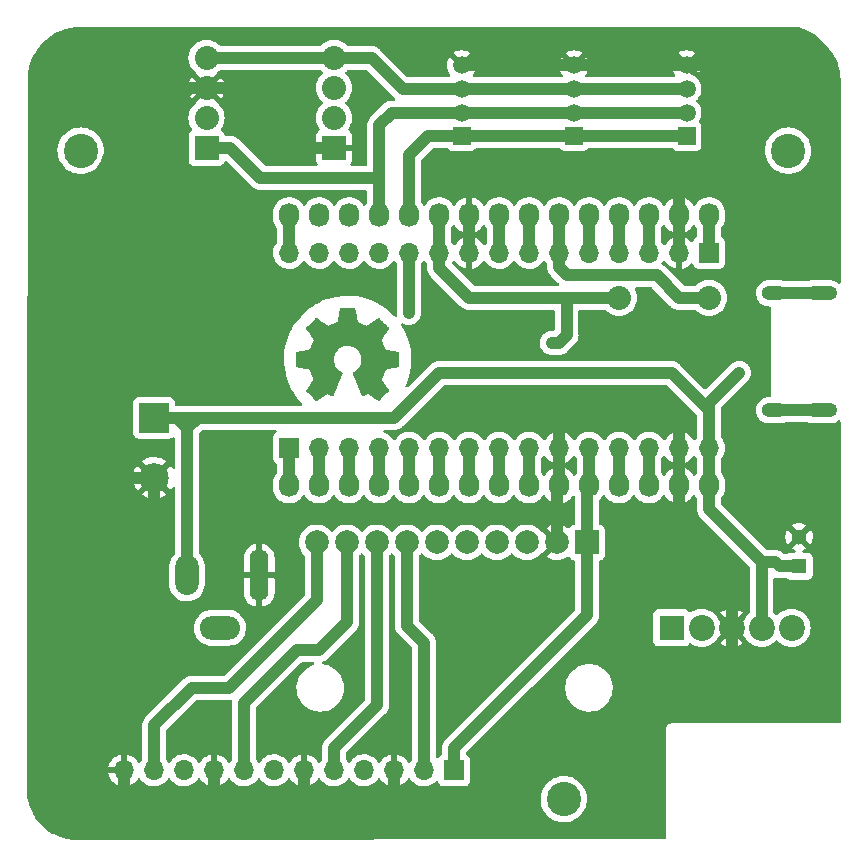
<source format=gbr>
G04 #@! TF.GenerationSoftware,KiCad,Pcbnew,(6.0.6)*
G04 #@! TF.CreationDate,2023-09-07T11:34:38+01:00*
G04 #@! TF.ProjectId,AirQualityPCB,41697251-7561-46c6-9974-795043422e6b,rev?*
G04 #@! TF.SameCoordinates,Original*
G04 #@! TF.FileFunction,Copper,L2,Bot*
G04 #@! TF.FilePolarity,Positive*
%FSLAX46Y46*%
G04 Gerber Fmt 4.6, Leading zero omitted, Abs format (unit mm)*
G04 Created by KiCad (PCBNEW (6.0.6)) date 2023-09-07 11:34:38*
%MOMM*%
%LPD*%
G01*
G04 APERTURE LIST*
G04 #@! TA.AperFunction,EtchedComponent*
%ADD10C,0.002540*%
G04 #@! TD*
G04 #@! TA.AperFunction,ComponentPad*
%ADD11O,1.998980X3.401060*%
G04 #@! TD*
G04 #@! TA.AperFunction,ComponentPad*
%ADD12O,1.600200X4.399280*%
G04 #@! TD*
G04 #@! TA.AperFunction,ComponentPad*
%ADD13O,3.401060X1.998980*%
G04 #@! TD*
G04 #@! TA.AperFunction,ComponentPad*
%ADD14R,2.499360X2.499360*%
G04 #@! TD*
G04 #@! TA.AperFunction,ComponentPad*
%ADD15C,2.499360*%
G04 #@! TD*
G04 #@! TA.AperFunction,ComponentPad*
%ADD16O,2.600000X1.200000*%
G04 #@! TD*
G04 #@! TA.AperFunction,ComponentPad*
%ADD17O,2.100000X1.200000*%
G04 #@! TD*
G04 #@! TA.AperFunction,ComponentPad*
%ADD18C,2.032000*%
G04 #@! TD*
G04 #@! TA.AperFunction,ComponentPad*
%ADD19O,1.727200X2.032000*%
G04 #@! TD*
G04 #@! TA.AperFunction,ComponentPad*
%ADD20R,1.998980X1.998980*%
G04 #@! TD*
G04 #@! TA.AperFunction,ComponentPad*
%ADD21C,1.998980*%
G04 #@! TD*
G04 #@! TA.AperFunction,ComponentPad*
%ADD22R,1.700000X1.700000*%
G04 #@! TD*
G04 #@! TA.AperFunction,ComponentPad*
%ADD23O,1.700000X1.700000*%
G04 #@! TD*
G04 #@! TA.AperFunction,ComponentPad*
%ADD24R,2.032000X2.032000*%
G04 #@! TD*
G04 #@! TA.AperFunction,ComponentPad*
%ADD25R,1.500000X1.500000*%
G04 #@! TD*
G04 #@! TA.AperFunction,ComponentPad*
%ADD26C,1.500000*%
G04 #@! TD*
G04 #@! TA.AperFunction,ComponentPad*
%ADD27R,2.100580X2.100580*%
G04 #@! TD*
G04 #@! TA.AperFunction,ComponentPad*
%ADD28C,2.199640*%
G04 #@! TD*
G04 #@! TA.AperFunction,ComponentPad*
%ADD29R,1.300000X1.300000*%
G04 #@! TD*
G04 #@! TA.AperFunction,ComponentPad*
%ADD30C,1.300000*%
G04 #@! TD*
G04 #@! TA.AperFunction,ComponentPad*
%ADD31C,2.900000*%
G04 #@! TD*
G04 #@! TA.AperFunction,ViaPad*
%ADD32C,0.800000*%
G04 #@! TD*
G04 #@! TA.AperFunction,Conductor*
%ADD33C,1.000000*%
G04 #@! TD*
G04 APERTURE END LIST*
G36*
X133766560Y-84053680D02*
G01*
X133779260Y-84063840D01*
X133786880Y-84074000D01*
X133789420Y-84076540D01*
X133789420Y-84084160D01*
X133791960Y-84096860D01*
X133797040Y-84119720D01*
X133802120Y-84150200D01*
X133809740Y-84185760D01*
X133817360Y-84226400D01*
X133827520Y-84274660D01*
X133837680Y-84328000D01*
X133847840Y-84383880D01*
X133860540Y-84444840D01*
X133870700Y-84508340D01*
X133896100Y-84645500D01*
X133911340Y-84726780D01*
X133926580Y-84802980D01*
X133939280Y-84869020D01*
X133949440Y-84929980D01*
X133959600Y-84980780D01*
X133969760Y-85026500D01*
X133977380Y-85067140D01*
X133982460Y-85100160D01*
X133990080Y-85130640D01*
X133995160Y-85153500D01*
X134000240Y-85173820D01*
X134002780Y-85189060D01*
X134007860Y-85204300D01*
X134010400Y-85214460D01*
X134012940Y-85222080D01*
X134020560Y-85229700D01*
X134023100Y-85234780D01*
X134028180Y-85237320D01*
X134030720Y-85239860D01*
X134033260Y-85239860D01*
X134038340Y-85242400D01*
X134051040Y-85250020D01*
X134071360Y-85257640D01*
X134099300Y-85267800D01*
X134132320Y-85283040D01*
X134170420Y-85298280D01*
X134213600Y-85316060D01*
X134259320Y-85336380D01*
X134310120Y-85356700D01*
X134363460Y-85377020D01*
X134419340Y-85399880D01*
X134485380Y-85427820D01*
X134546340Y-85453220D01*
X134597140Y-85473540D01*
X134642860Y-85493860D01*
X134683500Y-85509100D01*
X134716520Y-85521800D01*
X134744460Y-85531960D01*
X134769860Y-85542120D01*
X134790180Y-85547200D01*
X134805420Y-85552280D01*
X134820660Y-85554820D01*
X134830820Y-85557360D01*
X134838440Y-85557360D01*
X134846060Y-85554820D01*
X134853680Y-85554820D01*
X134858760Y-85549740D01*
X134866380Y-85547200D01*
X134871460Y-85542120D01*
X134879080Y-85539580D01*
X134891780Y-85529420D01*
X134912100Y-85516720D01*
X134940040Y-85498940D01*
X134970520Y-85476080D01*
X135006080Y-85450680D01*
X135049260Y-85422740D01*
X135092440Y-85392260D01*
X135143240Y-85359240D01*
X135194040Y-85323680D01*
X135247380Y-85285580D01*
X135303260Y-85247480D01*
X135343900Y-85219540D01*
X135402320Y-85181440D01*
X135455660Y-85143340D01*
X135509000Y-85107780D01*
X135559800Y-85072220D01*
X135605520Y-85041740D01*
X135648700Y-85011260D01*
X135689340Y-84985860D01*
X135722360Y-84963000D01*
X135750300Y-84945220D01*
X135773160Y-84927440D01*
X135790940Y-84917280D01*
X135806180Y-84909660D01*
X135818880Y-84907120D01*
X135836660Y-84907120D01*
X135839200Y-84909660D01*
X135844280Y-84909660D01*
X135854440Y-84919820D01*
X135874760Y-84935060D01*
X135902700Y-84963000D01*
X135923020Y-84980780D01*
X136077960Y-85135720D01*
X136123680Y-85178900D01*
X136174480Y-85229700D01*
X136230360Y-85288120D01*
X136253220Y-85308440D01*
X136311640Y-85366860D01*
X136362440Y-85420200D01*
X136451340Y-85509100D01*
X136489440Y-85544660D01*
X136519920Y-85577680D01*
X136591040Y-85648800D01*
X136606280Y-85666580D01*
X136618980Y-85679280D01*
X136629140Y-85691980D01*
X136644380Y-85707220D01*
X136646920Y-85714840D01*
X136649460Y-85717380D01*
X136652000Y-85722460D01*
X136654540Y-85725000D01*
X136654540Y-85747860D01*
X136649460Y-85763100D01*
X136646920Y-85768180D01*
X136639300Y-85780880D01*
X136626600Y-85798660D01*
X136608820Y-85824060D01*
X136588500Y-85854540D01*
X136565640Y-85890100D01*
X136537700Y-85930740D01*
X136507220Y-85973920D01*
X136474200Y-86022180D01*
X136441180Y-86072980D01*
X136403080Y-86126320D01*
X136364980Y-86182200D01*
X136337040Y-86222840D01*
X136296400Y-86281260D01*
X136258300Y-86334600D01*
X136222740Y-86387940D01*
X136189720Y-86438740D01*
X136156700Y-86487000D01*
X136126220Y-86530180D01*
X136100820Y-86568280D01*
X136077960Y-86603840D01*
X136042400Y-86657180D01*
X136029700Y-86674960D01*
X136022080Y-86690200D01*
X136014460Y-86713060D01*
X136014460Y-86728300D01*
X136017000Y-86733380D01*
X136022080Y-86748620D01*
X136029700Y-86768940D01*
X136042400Y-86796880D01*
X136055100Y-86829900D01*
X136070340Y-86868000D01*
X136088120Y-86908640D01*
X136105900Y-86951820D01*
X136146540Y-87048340D01*
X136169400Y-87099140D01*
X136210040Y-87200740D01*
X136232900Y-87249000D01*
X136253220Y-87297260D01*
X136273540Y-87342980D01*
X136291320Y-87386160D01*
X136309100Y-87424260D01*
X136321800Y-87457280D01*
X136337040Y-87487760D01*
X136347200Y-87510620D01*
X136354820Y-87525860D01*
X136357360Y-87536020D01*
X136359900Y-87536020D01*
X136370060Y-87548720D01*
X136385300Y-87558880D01*
X136387840Y-87561420D01*
X136395460Y-87563960D01*
X136413240Y-87566500D01*
X136436100Y-87571580D01*
X136469120Y-87579200D01*
X136509760Y-87586820D01*
X136558020Y-87596980D01*
X136613900Y-87607140D01*
X136677400Y-87619840D01*
X136745980Y-87632540D01*
X136824720Y-87647780D01*
X136906000Y-87663020D01*
X136931400Y-87668100D01*
X136999980Y-87680800D01*
X137066020Y-87690960D01*
X137129520Y-87703660D01*
X137187940Y-87713820D01*
X137243820Y-87723980D01*
X137294620Y-87734140D01*
X137340340Y-87744300D01*
X137380980Y-87751920D01*
X137414000Y-87757000D01*
X137441940Y-87762080D01*
X137459720Y-87767160D01*
X137472420Y-87769700D01*
X137474960Y-87769700D01*
X137492740Y-87779860D01*
X137507980Y-87792560D01*
X137520680Y-87810340D01*
X137520680Y-88841580D01*
X137518140Y-88869520D01*
X137518140Y-88925400D01*
X137515600Y-88935560D01*
X137515600Y-88943180D01*
X137502900Y-88960960D01*
X137485120Y-88973660D01*
X137464800Y-88981280D01*
X137457180Y-88983820D01*
X137441940Y-88986360D01*
X137419080Y-88988900D01*
X137388600Y-88996520D01*
X137353040Y-89001600D01*
X137309860Y-89011760D01*
X137261600Y-89019380D01*
X137210800Y-89029540D01*
X137152380Y-89039700D01*
X137093960Y-89052400D01*
X137030460Y-89062560D01*
X136964420Y-89075260D01*
X136933940Y-89080340D01*
X136855200Y-89095580D01*
X136784080Y-89108280D01*
X136720580Y-89120980D01*
X136664700Y-89131140D01*
X136616440Y-89141300D01*
X136573260Y-89148920D01*
X136535160Y-89156540D01*
X136504680Y-89161620D01*
X136479280Y-89166700D01*
X136456420Y-89171780D01*
X136438640Y-89176860D01*
X136425940Y-89181940D01*
X136413240Y-89184480D01*
X136405620Y-89187020D01*
X136400540Y-89192100D01*
X136390380Y-89197180D01*
X136387840Y-89202260D01*
X136385300Y-89204800D01*
X136385300Y-89207340D01*
X136382760Y-89212420D01*
X136377680Y-89225120D01*
X136367520Y-89247980D01*
X136357360Y-89273380D01*
X136344660Y-89306400D01*
X136326880Y-89344500D01*
X136291320Y-89435940D01*
X136271000Y-89489280D01*
X136248140Y-89542620D01*
X136225280Y-89601040D01*
X136212580Y-89634060D01*
X136184640Y-89702640D01*
X136159240Y-89766140D01*
X136136380Y-89819480D01*
X136118600Y-89867740D01*
X136100820Y-89910920D01*
X136088120Y-89946480D01*
X136075420Y-89976960D01*
X136065260Y-90002360D01*
X136060180Y-90022680D01*
X136052560Y-90040460D01*
X136050020Y-90055700D01*
X136044940Y-90076020D01*
X136044940Y-90088720D01*
X136050020Y-90098880D01*
X136050020Y-90103960D01*
X136052560Y-90109040D01*
X136062720Y-90121740D01*
X136075420Y-90139520D01*
X136090660Y-90164920D01*
X136110980Y-90195400D01*
X136133840Y-90230960D01*
X136161780Y-90269060D01*
X136192260Y-90312240D01*
X136222740Y-90360500D01*
X136258300Y-90411300D01*
X136293860Y-90464640D01*
X136331960Y-90517980D01*
X136349740Y-90545920D01*
X136387840Y-90601800D01*
X136425940Y-90655140D01*
X136461500Y-90708480D01*
X136494520Y-90756740D01*
X136525000Y-90802460D01*
X136552940Y-90843100D01*
X136578340Y-90878660D01*
X136601200Y-90911680D01*
X136618980Y-90939620D01*
X136634220Y-90959940D01*
X136649460Y-90982800D01*
X136649460Y-90985340D01*
X136654540Y-91003120D01*
X136652000Y-91023440D01*
X136649460Y-91031060D01*
X136646920Y-91036140D01*
X136636760Y-91048840D01*
X136618980Y-91064080D01*
X136598660Y-91086940D01*
X136573260Y-91114880D01*
X136540240Y-91145360D01*
X136504680Y-91183460D01*
X136006840Y-91681300D01*
X135973820Y-91711780D01*
X135945880Y-91739720D01*
X135923020Y-91765120D01*
X135900160Y-91782900D01*
X135869680Y-91813380D01*
X135856980Y-91823540D01*
X135846820Y-91831160D01*
X135831580Y-91841320D01*
X135826500Y-91841320D01*
X135821420Y-91843860D01*
X135816340Y-91841320D01*
X135811260Y-91841320D01*
X135808720Y-91838780D01*
X135806180Y-91838780D01*
X135801100Y-91836240D01*
X135788400Y-91828620D01*
X135768080Y-91815920D01*
X135714740Y-91780360D01*
X135679180Y-91754960D01*
X135638540Y-91729560D01*
X135595360Y-91701620D01*
X135549640Y-91668600D01*
X135501380Y-91635580D01*
X135450580Y-91600020D01*
X135412480Y-91574620D01*
X135341360Y-91526360D01*
X135280400Y-91483180D01*
X135224520Y-91445080D01*
X135173720Y-91409520D01*
X135130540Y-91381580D01*
X135092440Y-91353640D01*
X135056880Y-91330780D01*
X135028940Y-91313000D01*
X135006080Y-91295220D01*
X134985760Y-91282520D01*
X134967980Y-91269820D01*
X134942580Y-91254580D01*
X134934960Y-91249500D01*
X134927340Y-91246960D01*
X134922260Y-91244420D01*
X134891780Y-91244420D01*
X134886700Y-91246960D01*
X134876540Y-91249500D01*
X134868920Y-91252040D01*
X134838440Y-91267280D01*
X134815580Y-91277440D01*
X134790180Y-91292680D01*
X134719060Y-91328240D01*
X134683500Y-91348560D01*
X134635240Y-91373960D01*
X134597140Y-91394280D01*
X134561580Y-91412060D01*
X134536180Y-91427300D01*
X134513320Y-91437460D01*
X134495540Y-91445080D01*
X134480300Y-91450160D01*
X134470140Y-91452700D01*
X134454900Y-91452700D01*
X134449820Y-91447620D01*
X134444740Y-91445080D01*
X134439660Y-91434920D01*
X134432040Y-91422220D01*
X134424420Y-91401900D01*
X134411720Y-91373960D01*
X134396480Y-91340940D01*
X134381240Y-91300300D01*
X134360920Y-91254580D01*
X134340600Y-91203780D01*
X134315200Y-91147900D01*
X134292340Y-91089480D01*
X134264400Y-91025980D01*
X134208520Y-90888820D01*
X134178040Y-90817700D01*
X134147560Y-90744040D01*
X134117080Y-90667840D01*
X134084060Y-90591640D01*
X134053580Y-90515440D01*
X134020560Y-90436700D01*
X133987540Y-90360500D01*
X133957060Y-90284300D01*
X133896100Y-90136980D01*
X133868160Y-90065860D01*
X133812280Y-89933780D01*
X133786880Y-89872820D01*
X133764020Y-89814400D01*
X133743700Y-89763600D01*
X133723380Y-89715340D01*
X133705600Y-89672160D01*
X133690360Y-89634060D01*
X133680200Y-89603580D01*
X133670040Y-89580720D01*
X133662420Y-89565480D01*
X133659880Y-89555320D01*
X133659880Y-89542620D01*
X133662420Y-89532460D01*
X133670040Y-89519760D01*
X133680200Y-89509600D01*
X133697980Y-89494360D01*
X133723380Y-89479120D01*
X133743700Y-89463880D01*
X133766560Y-89448640D01*
X133791960Y-89433400D01*
X133812280Y-89418160D01*
X133830060Y-89405460D01*
X133837680Y-89402920D01*
X133852920Y-89390220D01*
X133870700Y-89374980D01*
X133893560Y-89359740D01*
X133916420Y-89341960D01*
X133921500Y-89339420D01*
X133974840Y-89296240D01*
X134028180Y-89247980D01*
X134129780Y-89136220D01*
X134172960Y-89077800D01*
X134200900Y-89039700D01*
X134251700Y-88950800D01*
X134294880Y-88859360D01*
X134330440Y-88765380D01*
X134360920Y-88668860D01*
X134378700Y-88569800D01*
X134391400Y-88470740D01*
X134393940Y-88369140D01*
X134388860Y-88270080D01*
X134376160Y-88171020D01*
X134355840Y-88071960D01*
X134325360Y-87975440D01*
X134312660Y-87939880D01*
X134269480Y-87843360D01*
X134218680Y-87751920D01*
X134162800Y-87665560D01*
X134099300Y-87586820D01*
X134028180Y-87513160D01*
X133951980Y-87444580D01*
X133868160Y-87383620D01*
X133781800Y-87327740D01*
X133720840Y-87297260D01*
X133629400Y-87256620D01*
X133540500Y-87223600D01*
X133451600Y-87200740D01*
X133357620Y-87185500D01*
X133263640Y-87175340D01*
X133187440Y-87172800D01*
X133141720Y-87175340D01*
X133101080Y-87175340D01*
X133065520Y-87177880D01*
X133029960Y-87182960D01*
X132989320Y-87188040D01*
X132961380Y-87193120D01*
X132867400Y-87215980D01*
X132773420Y-87246460D01*
X132681980Y-87284560D01*
X132593080Y-87327740D01*
X132509260Y-87381080D01*
X132430520Y-87439500D01*
X132354320Y-87503000D01*
X132293360Y-87566500D01*
X132227320Y-87647780D01*
X132166360Y-87731600D01*
X132115560Y-87820500D01*
X132072380Y-87914480D01*
X132036820Y-88011000D01*
X132008880Y-88112600D01*
X131988560Y-88219280D01*
X131986020Y-88234520D01*
X131983480Y-88262460D01*
X131980940Y-88295480D01*
X131980940Y-88417400D01*
X131983480Y-88458040D01*
X131986020Y-88493600D01*
X131988560Y-88526620D01*
X131988560Y-88536780D01*
X132006340Y-88640920D01*
X132034280Y-88742520D01*
X132069840Y-88839040D01*
X132113020Y-88933020D01*
X132163820Y-89021920D01*
X132224780Y-89110820D01*
X132234940Y-89126060D01*
X132262880Y-89159080D01*
X132295900Y-89194640D01*
X132369560Y-89268300D01*
X132405120Y-89301320D01*
X132440680Y-89329260D01*
X132453380Y-89339420D01*
X132473700Y-89354660D01*
X132496560Y-89372440D01*
X132519420Y-89387680D01*
X132534660Y-89400380D01*
X132537200Y-89402920D01*
X132552440Y-89413080D01*
X132572760Y-89425780D01*
X132618480Y-89456260D01*
X132631180Y-89463880D01*
X132659120Y-89484200D01*
X132681980Y-89499440D01*
X132697220Y-89512140D01*
X132707380Y-89524840D01*
X132712460Y-89535000D01*
X132715000Y-89545160D01*
X132715000Y-89555320D01*
X132712460Y-89560400D01*
X132707380Y-89575640D01*
X132697220Y-89595960D01*
X132687060Y-89623900D01*
X132674360Y-89659460D01*
X132656580Y-89700100D01*
X132638800Y-89745820D01*
X132618480Y-89796620D01*
X132595620Y-89852500D01*
X132570220Y-89913460D01*
X132544820Y-89976960D01*
X132516880Y-90043000D01*
X132486400Y-90114120D01*
X132458460Y-90185240D01*
X132427980Y-90258900D01*
X132394960Y-90335100D01*
X132364480Y-90411300D01*
X132331460Y-90487500D01*
X132300980Y-90566240D01*
X132267960Y-90642440D01*
X132237480Y-90718640D01*
X132176520Y-90865960D01*
X132146040Y-90934540D01*
X132118100Y-91003120D01*
X132092700Y-91066620D01*
X132064760Y-91127580D01*
X132041900Y-91186000D01*
X132019040Y-91236800D01*
X132001260Y-91285060D01*
X131980940Y-91328240D01*
X131965700Y-91363800D01*
X131953000Y-91394280D01*
X131942840Y-91417140D01*
X131937760Y-91432380D01*
X131932680Y-91440000D01*
X131922520Y-91450160D01*
X131917440Y-91452700D01*
X131899660Y-91452700D01*
X131889500Y-91447620D01*
X131874260Y-91442540D01*
X131853940Y-91432380D01*
X131828540Y-91422220D01*
X131800600Y-91406980D01*
X131765040Y-91386660D01*
X131721860Y-91363800D01*
X131645660Y-91325700D01*
X131610100Y-91305380D01*
X131577080Y-91287600D01*
X131554220Y-91274900D01*
X131533900Y-91264740D01*
X131516120Y-91257120D01*
X131503420Y-91252040D01*
X131480560Y-91244420D01*
X131450080Y-91244420D01*
X131445000Y-91246960D01*
X131437380Y-91252040D01*
X131427220Y-91257120D01*
X131417060Y-91264740D01*
X131401820Y-91272360D01*
X131384040Y-91285060D01*
X131361180Y-91300300D01*
X131335780Y-91318080D01*
X131305300Y-91338400D01*
X131269740Y-91363800D01*
X131229100Y-91391740D01*
X131130040Y-91457780D01*
X131071620Y-91500960D01*
X131008120Y-91544140D01*
X130954780Y-91579700D01*
X130903980Y-91615260D01*
X130853180Y-91648280D01*
X130807460Y-91681300D01*
X130764280Y-91709240D01*
X130723640Y-91737180D01*
X130688080Y-91760040D01*
X130660140Y-91782900D01*
X130634740Y-91798140D01*
X130614420Y-91810840D01*
X130604260Y-91818460D01*
X130599180Y-91823540D01*
X130576320Y-91836240D01*
X130556000Y-91841320D01*
X130535680Y-91841320D01*
X130530600Y-91838780D01*
X130520440Y-91828620D01*
X130502660Y-91813380D01*
X130451860Y-91762580D01*
X130416300Y-91729560D01*
X130327400Y-91640660D01*
X130274060Y-91589860D01*
X130215640Y-91528900D01*
X129885440Y-91198700D01*
X129852420Y-91168220D01*
X129827020Y-91137740D01*
X129801620Y-91114880D01*
X129781300Y-91094560D01*
X129766060Y-91076780D01*
X129753360Y-91064080D01*
X129743200Y-91051380D01*
X129733040Y-91041220D01*
X129727960Y-91033600D01*
X129725420Y-91028520D01*
X129722880Y-91025980D01*
X129720340Y-91020900D01*
X129717800Y-91005660D01*
X129720340Y-90992960D01*
X129720340Y-90990420D01*
X129725420Y-90985340D01*
X129733040Y-90972640D01*
X129743200Y-90954860D01*
X129760980Y-90929460D01*
X129781300Y-90901520D01*
X129804160Y-90865960D01*
X129832100Y-90825320D01*
X129860040Y-90782140D01*
X129893060Y-90733880D01*
X129928620Y-90685620D01*
X129964180Y-90632280D01*
X130002280Y-90576400D01*
X130020060Y-90551000D01*
X130058160Y-90495120D01*
X130093720Y-90441780D01*
X130129280Y-90390980D01*
X130162300Y-90340180D01*
X130195320Y-90297000D01*
X130223260Y-90253820D01*
X130248660Y-90215720D01*
X130271520Y-90182700D01*
X130289300Y-90157300D01*
X130314700Y-90119200D01*
X130324860Y-90098880D01*
X130327400Y-90091260D01*
X130329940Y-90086180D01*
X130329940Y-90078560D01*
X130324860Y-90058240D01*
X130322320Y-90045540D01*
X130317240Y-90027760D01*
X130309620Y-90007440D01*
X130299460Y-89982040D01*
X130289300Y-89951560D01*
X130274060Y-89916000D01*
X130258820Y-89875360D01*
X130241040Y-89829640D01*
X130218180Y-89773760D01*
X130195320Y-89712800D01*
X130167380Y-89644220D01*
X130162300Y-89634060D01*
X130139440Y-89575640D01*
X130116580Y-89519760D01*
X130093720Y-89466420D01*
X130075940Y-89415620D01*
X130055620Y-89369900D01*
X130040380Y-89329260D01*
X130025140Y-89291160D01*
X130012440Y-89260680D01*
X130002280Y-89237820D01*
X129994660Y-89220040D01*
X129989580Y-89209880D01*
X129989580Y-89207340D01*
X129987040Y-89202260D01*
X129976880Y-89192100D01*
X129971800Y-89189560D01*
X129964180Y-89187020D01*
X129954020Y-89181940D01*
X129941320Y-89179400D01*
X129926080Y-89174320D01*
X129905760Y-89169240D01*
X129880360Y-89164160D01*
X129852420Y-89159080D01*
X129816860Y-89151460D01*
X129776220Y-89143840D01*
X129730500Y-89136220D01*
X129677160Y-89126060D01*
X129618740Y-89113360D01*
X129550160Y-89100660D01*
X129473960Y-89087960D01*
X129438400Y-89080340D01*
X129372360Y-89067640D01*
X129308860Y-89057480D01*
X129245360Y-89044780D01*
X129186940Y-89034620D01*
X129133600Y-89024460D01*
X129082800Y-89014300D01*
X129037080Y-89006680D01*
X128998980Y-88999060D01*
X128965960Y-88991440D01*
X128940560Y-88986360D01*
X128920240Y-88983820D01*
X128910080Y-88981280D01*
X128907540Y-88981280D01*
X128887220Y-88971120D01*
X128869440Y-88955880D01*
X128856740Y-88938100D01*
X128856740Y-88933020D01*
X128854200Y-88925400D01*
X128854200Y-88892380D01*
X128851660Y-88866980D01*
X128851660Y-88361520D01*
X128854200Y-87810340D01*
X128866900Y-87792560D01*
X128877060Y-87782400D01*
X128887220Y-87774780D01*
X128889760Y-87772240D01*
X128897380Y-87769700D01*
X128910080Y-87767160D01*
X128932940Y-87764620D01*
X128960880Y-87757000D01*
X128996440Y-87751920D01*
X129039620Y-87744300D01*
X129085340Y-87734140D01*
X129138680Y-87723980D01*
X129194560Y-87713820D01*
X129255520Y-87701120D01*
X129319020Y-87690960D01*
X129385060Y-87678260D01*
X129435860Y-87668100D01*
X129519680Y-87652860D01*
X129600960Y-87637620D01*
X129672080Y-87624920D01*
X129738120Y-87612220D01*
X129796540Y-87599520D01*
X129847340Y-87591900D01*
X129890520Y-87581740D01*
X129926080Y-87574120D01*
X129954020Y-87569040D01*
X129971800Y-87563960D01*
X129984500Y-87561420D01*
X129999740Y-87551260D01*
X130014980Y-87536020D01*
X130017520Y-87528400D01*
X130035300Y-87492840D01*
X130048000Y-87464900D01*
X130063240Y-87431880D01*
X130078480Y-87396320D01*
X130096260Y-87353140D01*
X130116580Y-87309960D01*
X130157220Y-87213440D01*
X130177540Y-87162640D01*
X130200400Y-87111840D01*
X130220720Y-87063580D01*
X130243580Y-87012780D01*
X130263900Y-86964520D01*
X130299460Y-86878160D01*
X130314700Y-86840060D01*
X130329940Y-86807040D01*
X130340100Y-86776560D01*
X130350260Y-86756240D01*
X130355340Y-86738460D01*
X130360420Y-86730840D01*
X130360420Y-86713060D01*
X130355340Y-86697820D01*
X130355340Y-86695280D01*
X130352800Y-86690200D01*
X130345180Y-86677500D01*
X130332480Y-86657180D01*
X130314700Y-86631780D01*
X130294380Y-86601300D01*
X130271520Y-86565740D01*
X130243580Y-86525100D01*
X130213100Y-86481920D01*
X130180080Y-86433660D01*
X130147060Y-86382860D01*
X130108960Y-86329520D01*
X130070860Y-86271100D01*
X130040380Y-86227920D01*
X130002280Y-86169500D01*
X129964180Y-86113620D01*
X129926080Y-86060280D01*
X129893060Y-86009480D01*
X129860040Y-85963760D01*
X129829560Y-85920580D01*
X129804160Y-85882480D01*
X129781300Y-85846920D01*
X129760980Y-85818980D01*
X129745740Y-85793580D01*
X129733040Y-85775800D01*
X129725420Y-85765640D01*
X129722880Y-85763100D01*
X129720340Y-85747860D01*
X129720340Y-85725000D01*
X129722880Y-85722460D01*
X129722880Y-85719920D01*
X129725420Y-85714840D01*
X129730500Y-85709760D01*
X129735580Y-85702140D01*
X129743200Y-85691980D01*
X129753360Y-85681820D01*
X129766060Y-85666580D01*
X129824480Y-85608160D01*
X129849880Y-85580220D01*
X129882900Y-85549740D01*
X129959100Y-85473540D01*
X130004820Y-85425280D01*
X130233420Y-85196680D01*
X130281680Y-85150960D01*
X130322320Y-85107780D01*
X130360420Y-85072220D01*
X130464560Y-84968080D01*
X130482340Y-84952840D01*
X130495040Y-84940140D01*
X130507740Y-84929980D01*
X130522980Y-84914740D01*
X130533140Y-84909660D01*
X130535680Y-84907120D01*
X130553460Y-84907120D01*
X130568700Y-84909660D01*
X130573780Y-84912200D01*
X130586480Y-84919820D01*
X130606800Y-84932520D01*
X130660140Y-84968080D01*
X130695700Y-84993480D01*
X130736340Y-85018880D01*
X130779520Y-85049360D01*
X130827780Y-85082380D01*
X130878580Y-85117940D01*
X130931920Y-85153500D01*
X130990340Y-85191600D01*
X131036060Y-85224620D01*
X131094480Y-85265260D01*
X131150360Y-85303360D01*
X131203700Y-85338920D01*
X131254500Y-85374480D01*
X131302760Y-85407500D01*
X131345940Y-85437980D01*
X131386580Y-85463380D01*
X131422140Y-85488780D01*
X131475480Y-85524340D01*
X131493260Y-85537040D01*
X131505960Y-85544660D01*
X131511040Y-85547200D01*
X131516120Y-85552280D01*
X131521200Y-85554820D01*
X131528820Y-85554820D01*
X131533900Y-85557360D01*
X131551680Y-85557360D01*
X131564380Y-85554820D01*
X131579620Y-85549740D01*
X131597400Y-85544660D01*
X131620260Y-85537040D01*
X131645660Y-85526880D01*
X131676140Y-85514180D01*
X131714240Y-85498940D01*
X131757420Y-85481160D01*
X131805680Y-85460840D01*
X131861560Y-85437980D01*
X131925060Y-85412580D01*
X131960620Y-85399880D01*
X132034280Y-85369400D01*
X132097780Y-85341460D01*
X132156200Y-85318600D01*
X132204460Y-85298280D01*
X132245100Y-85280500D01*
X132280660Y-85265260D01*
X132308600Y-85252560D01*
X132328920Y-85242400D01*
X132344160Y-85237320D01*
X132351780Y-85232240D01*
X132361940Y-85219540D01*
X132369560Y-85204300D01*
X132372100Y-85201760D01*
X132372100Y-85194140D01*
X132377180Y-85178900D01*
X132379720Y-85156040D01*
X132387340Y-85125560D01*
X132392420Y-85090000D01*
X132402580Y-85046820D01*
X132410200Y-84998560D01*
X132420360Y-84945220D01*
X132433060Y-84889340D01*
X132443220Y-84828380D01*
X132468620Y-84696300D01*
X132478780Y-84632800D01*
X132491480Y-84564220D01*
X132504180Y-84498180D01*
X132516880Y-84434680D01*
X132529580Y-84373720D01*
X132539740Y-84317840D01*
X132549900Y-84264500D01*
X132557520Y-84218780D01*
X132565140Y-84178140D01*
X132572760Y-84142580D01*
X132577840Y-84114640D01*
X132582920Y-84091780D01*
X132585460Y-84079080D01*
X132588000Y-84074000D01*
X132595620Y-84063840D01*
X132608320Y-84051140D01*
X132623560Y-84040980D01*
X133751320Y-84040980D01*
X133766560Y-84053680D01*
G37*
D10*
X133766560Y-84053680D02*
X133779260Y-84063840D01*
X133786880Y-84074000D01*
X133789420Y-84076540D01*
X133789420Y-84084160D01*
X133791960Y-84096860D01*
X133797040Y-84119720D01*
X133802120Y-84150200D01*
X133809740Y-84185760D01*
X133817360Y-84226400D01*
X133827520Y-84274660D01*
X133837680Y-84328000D01*
X133847840Y-84383880D01*
X133860540Y-84444840D01*
X133870700Y-84508340D01*
X133896100Y-84645500D01*
X133911340Y-84726780D01*
X133926580Y-84802980D01*
X133939280Y-84869020D01*
X133949440Y-84929980D01*
X133959600Y-84980780D01*
X133969760Y-85026500D01*
X133977380Y-85067140D01*
X133982460Y-85100160D01*
X133990080Y-85130640D01*
X133995160Y-85153500D01*
X134000240Y-85173820D01*
X134002780Y-85189060D01*
X134007860Y-85204300D01*
X134010400Y-85214460D01*
X134012940Y-85222080D01*
X134020560Y-85229700D01*
X134023100Y-85234780D01*
X134028180Y-85237320D01*
X134030720Y-85239860D01*
X134033260Y-85239860D01*
X134038340Y-85242400D01*
X134051040Y-85250020D01*
X134071360Y-85257640D01*
X134099300Y-85267800D01*
X134132320Y-85283040D01*
X134170420Y-85298280D01*
X134213600Y-85316060D01*
X134259320Y-85336380D01*
X134310120Y-85356700D01*
X134363460Y-85377020D01*
X134419340Y-85399880D01*
X134485380Y-85427820D01*
X134546340Y-85453220D01*
X134597140Y-85473540D01*
X134642860Y-85493860D01*
X134683500Y-85509100D01*
X134716520Y-85521800D01*
X134744460Y-85531960D01*
X134769860Y-85542120D01*
X134790180Y-85547200D01*
X134805420Y-85552280D01*
X134820660Y-85554820D01*
X134830820Y-85557360D01*
X134838440Y-85557360D01*
X134846060Y-85554820D01*
X134853680Y-85554820D01*
X134858760Y-85549740D01*
X134866380Y-85547200D01*
X134871460Y-85542120D01*
X134879080Y-85539580D01*
X134891780Y-85529420D01*
X134912100Y-85516720D01*
X134940040Y-85498940D01*
X134970520Y-85476080D01*
X135006080Y-85450680D01*
X135049260Y-85422740D01*
X135092440Y-85392260D01*
X135143240Y-85359240D01*
X135194040Y-85323680D01*
X135247380Y-85285580D01*
X135303260Y-85247480D01*
X135343900Y-85219540D01*
X135402320Y-85181440D01*
X135455660Y-85143340D01*
X135509000Y-85107780D01*
X135559800Y-85072220D01*
X135605520Y-85041740D01*
X135648700Y-85011260D01*
X135689340Y-84985860D01*
X135722360Y-84963000D01*
X135750300Y-84945220D01*
X135773160Y-84927440D01*
X135790940Y-84917280D01*
X135806180Y-84909660D01*
X135818880Y-84907120D01*
X135836660Y-84907120D01*
X135839200Y-84909660D01*
X135844280Y-84909660D01*
X135854440Y-84919820D01*
X135874760Y-84935060D01*
X135902700Y-84963000D01*
X135923020Y-84980780D01*
X136077960Y-85135720D01*
X136123680Y-85178900D01*
X136174480Y-85229700D01*
X136230360Y-85288120D01*
X136253220Y-85308440D01*
X136311640Y-85366860D01*
X136362440Y-85420200D01*
X136451340Y-85509100D01*
X136489440Y-85544660D01*
X136519920Y-85577680D01*
X136591040Y-85648800D01*
X136606280Y-85666580D01*
X136618980Y-85679280D01*
X136629140Y-85691980D01*
X136644380Y-85707220D01*
X136646920Y-85714840D01*
X136649460Y-85717380D01*
X136652000Y-85722460D01*
X136654540Y-85725000D01*
X136654540Y-85747860D01*
X136649460Y-85763100D01*
X136646920Y-85768180D01*
X136639300Y-85780880D01*
X136626600Y-85798660D01*
X136608820Y-85824060D01*
X136588500Y-85854540D01*
X136565640Y-85890100D01*
X136537700Y-85930740D01*
X136507220Y-85973920D01*
X136474200Y-86022180D01*
X136441180Y-86072980D01*
X136403080Y-86126320D01*
X136364980Y-86182200D01*
X136337040Y-86222840D01*
X136296400Y-86281260D01*
X136258300Y-86334600D01*
X136222740Y-86387940D01*
X136189720Y-86438740D01*
X136156700Y-86487000D01*
X136126220Y-86530180D01*
X136100820Y-86568280D01*
X136077960Y-86603840D01*
X136042400Y-86657180D01*
X136029700Y-86674960D01*
X136022080Y-86690200D01*
X136014460Y-86713060D01*
X136014460Y-86728300D01*
X136017000Y-86733380D01*
X136022080Y-86748620D01*
X136029700Y-86768940D01*
X136042400Y-86796880D01*
X136055100Y-86829900D01*
X136070340Y-86868000D01*
X136088120Y-86908640D01*
X136105900Y-86951820D01*
X136146540Y-87048340D01*
X136169400Y-87099140D01*
X136210040Y-87200740D01*
X136232900Y-87249000D01*
X136253220Y-87297260D01*
X136273540Y-87342980D01*
X136291320Y-87386160D01*
X136309100Y-87424260D01*
X136321800Y-87457280D01*
X136337040Y-87487760D01*
X136347200Y-87510620D01*
X136354820Y-87525860D01*
X136357360Y-87536020D01*
X136359900Y-87536020D01*
X136370060Y-87548720D01*
X136385300Y-87558880D01*
X136387840Y-87561420D01*
X136395460Y-87563960D01*
X136413240Y-87566500D01*
X136436100Y-87571580D01*
X136469120Y-87579200D01*
X136509760Y-87586820D01*
X136558020Y-87596980D01*
X136613900Y-87607140D01*
X136677400Y-87619840D01*
X136745980Y-87632540D01*
X136824720Y-87647780D01*
X136906000Y-87663020D01*
X136931400Y-87668100D01*
X136999980Y-87680800D01*
X137066020Y-87690960D01*
X137129520Y-87703660D01*
X137187940Y-87713820D01*
X137243820Y-87723980D01*
X137294620Y-87734140D01*
X137340340Y-87744300D01*
X137380980Y-87751920D01*
X137414000Y-87757000D01*
X137441940Y-87762080D01*
X137459720Y-87767160D01*
X137472420Y-87769700D01*
X137474960Y-87769700D01*
X137492740Y-87779860D01*
X137507980Y-87792560D01*
X137520680Y-87810340D01*
X137520680Y-88841580D01*
X137518140Y-88869520D01*
X137518140Y-88925400D01*
X137515600Y-88935560D01*
X137515600Y-88943180D01*
X137502900Y-88960960D01*
X137485120Y-88973660D01*
X137464800Y-88981280D01*
X137457180Y-88983820D01*
X137441940Y-88986360D01*
X137419080Y-88988900D01*
X137388600Y-88996520D01*
X137353040Y-89001600D01*
X137309860Y-89011760D01*
X137261600Y-89019380D01*
X137210800Y-89029540D01*
X137152380Y-89039700D01*
X137093960Y-89052400D01*
X137030460Y-89062560D01*
X136964420Y-89075260D01*
X136933940Y-89080340D01*
X136855200Y-89095580D01*
X136784080Y-89108280D01*
X136720580Y-89120980D01*
X136664700Y-89131140D01*
X136616440Y-89141300D01*
X136573260Y-89148920D01*
X136535160Y-89156540D01*
X136504680Y-89161620D01*
X136479280Y-89166700D01*
X136456420Y-89171780D01*
X136438640Y-89176860D01*
X136425940Y-89181940D01*
X136413240Y-89184480D01*
X136405620Y-89187020D01*
X136400540Y-89192100D01*
X136390380Y-89197180D01*
X136387840Y-89202260D01*
X136385300Y-89204800D01*
X136385300Y-89207340D01*
X136382760Y-89212420D01*
X136377680Y-89225120D01*
X136367520Y-89247980D01*
X136357360Y-89273380D01*
X136344660Y-89306400D01*
X136326880Y-89344500D01*
X136291320Y-89435940D01*
X136271000Y-89489280D01*
X136248140Y-89542620D01*
X136225280Y-89601040D01*
X136212580Y-89634060D01*
X136184640Y-89702640D01*
X136159240Y-89766140D01*
X136136380Y-89819480D01*
X136118600Y-89867740D01*
X136100820Y-89910920D01*
X136088120Y-89946480D01*
X136075420Y-89976960D01*
X136065260Y-90002360D01*
X136060180Y-90022680D01*
X136052560Y-90040460D01*
X136050020Y-90055700D01*
X136044940Y-90076020D01*
X136044940Y-90088720D01*
X136050020Y-90098880D01*
X136050020Y-90103960D01*
X136052560Y-90109040D01*
X136062720Y-90121740D01*
X136075420Y-90139520D01*
X136090660Y-90164920D01*
X136110980Y-90195400D01*
X136133840Y-90230960D01*
X136161780Y-90269060D01*
X136192260Y-90312240D01*
X136222740Y-90360500D01*
X136258300Y-90411300D01*
X136293860Y-90464640D01*
X136331960Y-90517980D01*
X136349740Y-90545920D01*
X136387840Y-90601800D01*
X136425940Y-90655140D01*
X136461500Y-90708480D01*
X136494520Y-90756740D01*
X136525000Y-90802460D01*
X136552940Y-90843100D01*
X136578340Y-90878660D01*
X136601200Y-90911680D01*
X136618980Y-90939620D01*
X136634220Y-90959940D01*
X136649460Y-90982800D01*
X136649460Y-90985340D01*
X136654540Y-91003120D01*
X136652000Y-91023440D01*
X136649460Y-91031060D01*
X136646920Y-91036140D01*
X136636760Y-91048840D01*
X136618980Y-91064080D01*
X136598660Y-91086940D01*
X136573260Y-91114880D01*
X136540240Y-91145360D01*
X136504680Y-91183460D01*
X136006840Y-91681300D01*
X135973820Y-91711780D01*
X135945880Y-91739720D01*
X135923020Y-91765120D01*
X135900160Y-91782900D01*
X135869680Y-91813380D01*
X135856980Y-91823540D01*
X135846820Y-91831160D01*
X135831580Y-91841320D01*
X135826500Y-91841320D01*
X135821420Y-91843860D01*
X135816340Y-91841320D01*
X135811260Y-91841320D01*
X135808720Y-91838780D01*
X135806180Y-91838780D01*
X135801100Y-91836240D01*
X135788400Y-91828620D01*
X135768080Y-91815920D01*
X135714740Y-91780360D01*
X135679180Y-91754960D01*
X135638540Y-91729560D01*
X135595360Y-91701620D01*
X135549640Y-91668600D01*
X135501380Y-91635580D01*
X135450580Y-91600020D01*
X135412480Y-91574620D01*
X135341360Y-91526360D01*
X135280400Y-91483180D01*
X135224520Y-91445080D01*
X135173720Y-91409520D01*
X135130540Y-91381580D01*
X135092440Y-91353640D01*
X135056880Y-91330780D01*
X135028940Y-91313000D01*
X135006080Y-91295220D01*
X134985760Y-91282520D01*
X134967980Y-91269820D01*
X134942580Y-91254580D01*
X134934960Y-91249500D01*
X134927340Y-91246960D01*
X134922260Y-91244420D01*
X134891780Y-91244420D01*
X134886700Y-91246960D01*
X134876540Y-91249500D01*
X134868920Y-91252040D01*
X134838440Y-91267280D01*
X134815580Y-91277440D01*
X134790180Y-91292680D01*
X134719060Y-91328240D01*
X134683500Y-91348560D01*
X134635240Y-91373960D01*
X134597140Y-91394280D01*
X134561580Y-91412060D01*
X134536180Y-91427300D01*
X134513320Y-91437460D01*
X134495540Y-91445080D01*
X134480300Y-91450160D01*
X134470140Y-91452700D01*
X134454900Y-91452700D01*
X134449820Y-91447620D01*
X134444740Y-91445080D01*
X134439660Y-91434920D01*
X134432040Y-91422220D01*
X134424420Y-91401900D01*
X134411720Y-91373960D01*
X134396480Y-91340940D01*
X134381240Y-91300300D01*
X134360920Y-91254580D01*
X134340600Y-91203780D01*
X134315200Y-91147900D01*
X134292340Y-91089480D01*
X134264400Y-91025980D01*
X134208520Y-90888820D01*
X134178040Y-90817700D01*
X134147560Y-90744040D01*
X134117080Y-90667840D01*
X134084060Y-90591640D01*
X134053580Y-90515440D01*
X134020560Y-90436700D01*
X133987540Y-90360500D01*
X133957060Y-90284300D01*
X133896100Y-90136980D01*
X133868160Y-90065860D01*
X133812280Y-89933780D01*
X133786880Y-89872820D01*
X133764020Y-89814400D01*
X133743700Y-89763600D01*
X133723380Y-89715340D01*
X133705600Y-89672160D01*
X133690360Y-89634060D01*
X133680200Y-89603580D01*
X133670040Y-89580720D01*
X133662420Y-89565480D01*
X133659880Y-89555320D01*
X133659880Y-89542620D01*
X133662420Y-89532460D01*
X133670040Y-89519760D01*
X133680200Y-89509600D01*
X133697980Y-89494360D01*
X133723380Y-89479120D01*
X133743700Y-89463880D01*
X133766560Y-89448640D01*
X133791960Y-89433400D01*
X133812280Y-89418160D01*
X133830060Y-89405460D01*
X133837680Y-89402920D01*
X133852920Y-89390220D01*
X133870700Y-89374980D01*
X133893560Y-89359740D01*
X133916420Y-89341960D01*
X133921500Y-89339420D01*
X133974840Y-89296240D01*
X134028180Y-89247980D01*
X134129780Y-89136220D01*
X134172960Y-89077800D01*
X134200900Y-89039700D01*
X134251700Y-88950800D01*
X134294880Y-88859360D01*
X134330440Y-88765380D01*
X134360920Y-88668860D01*
X134378700Y-88569800D01*
X134391400Y-88470740D01*
X134393940Y-88369140D01*
X134388860Y-88270080D01*
X134376160Y-88171020D01*
X134355840Y-88071960D01*
X134325360Y-87975440D01*
X134312660Y-87939880D01*
X134269480Y-87843360D01*
X134218680Y-87751920D01*
X134162800Y-87665560D01*
X134099300Y-87586820D01*
X134028180Y-87513160D01*
X133951980Y-87444580D01*
X133868160Y-87383620D01*
X133781800Y-87327740D01*
X133720840Y-87297260D01*
X133629400Y-87256620D01*
X133540500Y-87223600D01*
X133451600Y-87200740D01*
X133357620Y-87185500D01*
X133263640Y-87175340D01*
X133187440Y-87172800D01*
X133141720Y-87175340D01*
X133101080Y-87175340D01*
X133065520Y-87177880D01*
X133029960Y-87182960D01*
X132989320Y-87188040D01*
X132961380Y-87193120D01*
X132867400Y-87215980D01*
X132773420Y-87246460D01*
X132681980Y-87284560D01*
X132593080Y-87327740D01*
X132509260Y-87381080D01*
X132430520Y-87439500D01*
X132354320Y-87503000D01*
X132293360Y-87566500D01*
X132227320Y-87647780D01*
X132166360Y-87731600D01*
X132115560Y-87820500D01*
X132072380Y-87914480D01*
X132036820Y-88011000D01*
X132008880Y-88112600D01*
X131988560Y-88219280D01*
X131986020Y-88234520D01*
X131983480Y-88262460D01*
X131980940Y-88295480D01*
X131980940Y-88417400D01*
X131983480Y-88458040D01*
X131986020Y-88493600D01*
X131988560Y-88526620D01*
X131988560Y-88536780D01*
X132006340Y-88640920D01*
X132034280Y-88742520D01*
X132069840Y-88839040D01*
X132113020Y-88933020D01*
X132163820Y-89021920D01*
X132224780Y-89110820D01*
X132234940Y-89126060D01*
X132262880Y-89159080D01*
X132295900Y-89194640D01*
X132369560Y-89268300D01*
X132405120Y-89301320D01*
X132440680Y-89329260D01*
X132453380Y-89339420D01*
X132473700Y-89354660D01*
X132496560Y-89372440D01*
X132519420Y-89387680D01*
X132534660Y-89400380D01*
X132537200Y-89402920D01*
X132552440Y-89413080D01*
X132572760Y-89425780D01*
X132618480Y-89456260D01*
X132631180Y-89463880D01*
X132659120Y-89484200D01*
X132681980Y-89499440D01*
X132697220Y-89512140D01*
X132707380Y-89524840D01*
X132712460Y-89535000D01*
X132715000Y-89545160D01*
X132715000Y-89555320D01*
X132712460Y-89560400D01*
X132707380Y-89575640D01*
X132697220Y-89595960D01*
X132687060Y-89623900D01*
X132674360Y-89659460D01*
X132656580Y-89700100D01*
X132638800Y-89745820D01*
X132618480Y-89796620D01*
X132595620Y-89852500D01*
X132570220Y-89913460D01*
X132544820Y-89976960D01*
X132516880Y-90043000D01*
X132486400Y-90114120D01*
X132458460Y-90185240D01*
X132427980Y-90258900D01*
X132394960Y-90335100D01*
X132364480Y-90411300D01*
X132331460Y-90487500D01*
X132300980Y-90566240D01*
X132267960Y-90642440D01*
X132237480Y-90718640D01*
X132176520Y-90865960D01*
X132146040Y-90934540D01*
X132118100Y-91003120D01*
X132092700Y-91066620D01*
X132064760Y-91127580D01*
X132041900Y-91186000D01*
X132019040Y-91236800D01*
X132001260Y-91285060D01*
X131980940Y-91328240D01*
X131965700Y-91363800D01*
X131953000Y-91394280D01*
X131942840Y-91417140D01*
X131937760Y-91432380D01*
X131932680Y-91440000D01*
X131922520Y-91450160D01*
X131917440Y-91452700D01*
X131899660Y-91452700D01*
X131889500Y-91447620D01*
X131874260Y-91442540D01*
X131853940Y-91432380D01*
X131828540Y-91422220D01*
X131800600Y-91406980D01*
X131765040Y-91386660D01*
X131721860Y-91363800D01*
X131645660Y-91325700D01*
X131610100Y-91305380D01*
X131577080Y-91287600D01*
X131554220Y-91274900D01*
X131533900Y-91264740D01*
X131516120Y-91257120D01*
X131503420Y-91252040D01*
X131480560Y-91244420D01*
X131450080Y-91244420D01*
X131445000Y-91246960D01*
X131437380Y-91252040D01*
X131427220Y-91257120D01*
X131417060Y-91264740D01*
X131401820Y-91272360D01*
X131384040Y-91285060D01*
X131361180Y-91300300D01*
X131335780Y-91318080D01*
X131305300Y-91338400D01*
X131269740Y-91363800D01*
X131229100Y-91391740D01*
X131130040Y-91457780D01*
X131071620Y-91500960D01*
X131008120Y-91544140D01*
X130954780Y-91579700D01*
X130903980Y-91615260D01*
X130853180Y-91648280D01*
X130807460Y-91681300D01*
X130764280Y-91709240D01*
X130723640Y-91737180D01*
X130688080Y-91760040D01*
X130660140Y-91782900D01*
X130634740Y-91798140D01*
X130614420Y-91810840D01*
X130604260Y-91818460D01*
X130599180Y-91823540D01*
X130576320Y-91836240D01*
X130556000Y-91841320D01*
X130535680Y-91841320D01*
X130530600Y-91838780D01*
X130520440Y-91828620D01*
X130502660Y-91813380D01*
X130451860Y-91762580D01*
X130416300Y-91729560D01*
X130327400Y-91640660D01*
X130274060Y-91589860D01*
X130215640Y-91528900D01*
X129885440Y-91198700D01*
X129852420Y-91168220D01*
X129827020Y-91137740D01*
X129801620Y-91114880D01*
X129781300Y-91094560D01*
X129766060Y-91076780D01*
X129753360Y-91064080D01*
X129743200Y-91051380D01*
X129733040Y-91041220D01*
X129727960Y-91033600D01*
X129725420Y-91028520D01*
X129722880Y-91025980D01*
X129720340Y-91020900D01*
X129717800Y-91005660D01*
X129720340Y-90992960D01*
X129720340Y-90990420D01*
X129725420Y-90985340D01*
X129733040Y-90972640D01*
X129743200Y-90954860D01*
X129760980Y-90929460D01*
X129781300Y-90901520D01*
X129804160Y-90865960D01*
X129832100Y-90825320D01*
X129860040Y-90782140D01*
X129893060Y-90733880D01*
X129928620Y-90685620D01*
X129964180Y-90632280D01*
X130002280Y-90576400D01*
X130020060Y-90551000D01*
X130058160Y-90495120D01*
X130093720Y-90441780D01*
X130129280Y-90390980D01*
X130162300Y-90340180D01*
X130195320Y-90297000D01*
X130223260Y-90253820D01*
X130248660Y-90215720D01*
X130271520Y-90182700D01*
X130289300Y-90157300D01*
X130314700Y-90119200D01*
X130324860Y-90098880D01*
X130327400Y-90091260D01*
X130329940Y-90086180D01*
X130329940Y-90078560D01*
X130324860Y-90058240D01*
X130322320Y-90045540D01*
X130317240Y-90027760D01*
X130309620Y-90007440D01*
X130299460Y-89982040D01*
X130289300Y-89951560D01*
X130274060Y-89916000D01*
X130258820Y-89875360D01*
X130241040Y-89829640D01*
X130218180Y-89773760D01*
X130195320Y-89712800D01*
X130167380Y-89644220D01*
X130162300Y-89634060D01*
X130139440Y-89575640D01*
X130116580Y-89519760D01*
X130093720Y-89466420D01*
X130075940Y-89415620D01*
X130055620Y-89369900D01*
X130040380Y-89329260D01*
X130025140Y-89291160D01*
X130012440Y-89260680D01*
X130002280Y-89237820D01*
X129994660Y-89220040D01*
X129989580Y-89209880D01*
X129989580Y-89207340D01*
X129987040Y-89202260D01*
X129976880Y-89192100D01*
X129971800Y-89189560D01*
X129964180Y-89187020D01*
X129954020Y-89181940D01*
X129941320Y-89179400D01*
X129926080Y-89174320D01*
X129905760Y-89169240D01*
X129880360Y-89164160D01*
X129852420Y-89159080D01*
X129816860Y-89151460D01*
X129776220Y-89143840D01*
X129730500Y-89136220D01*
X129677160Y-89126060D01*
X129618740Y-89113360D01*
X129550160Y-89100660D01*
X129473960Y-89087960D01*
X129438400Y-89080340D01*
X129372360Y-89067640D01*
X129308860Y-89057480D01*
X129245360Y-89044780D01*
X129186940Y-89034620D01*
X129133600Y-89024460D01*
X129082800Y-89014300D01*
X129037080Y-89006680D01*
X128998980Y-88999060D01*
X128965960Y-88991440D01*
X128940560Y-88986360D01*
X128920240Y-88983820D01*
X128910080Y-88981280D01*
X128907540Y-88981280D01*
X128887220Y-88971120D01*
X128869440Y-88955880D01*
X128856740Y-88938100D01*
X128856740Y-88933020D01*
X128854200Y-88925400D01*
X128854200Y-88892380D01*
X128851660Y-88866980D01*
X128851660Y-88361520D01*
X128854200Y-87810340D01*
X128866900Y-87792560D01*
X128877060Y-87782400D01*
X128887220Y-87774780D01*
X128889760Y-87772240D01*
X128897380Y-87769700D01*
X128910080Y-87767160D01*
X128932940Y-87764620D01*
X128960880Y-87757000D01*
X128996440Y-87751920D01*
X129039620Y-87744300D01*
X129085340Y-87734140D01*
X129138680Y-87723980D01*
X129194560Y-87713820D01*
X129255520Y-87701120D01*
X129319020Y-87690960D01*
X129385060Y-87678260D01*
X129435860Y-87668100D01*
X129519680Y-87652860D01*
X129600960Y-87637620D01*
X129672080Y-87624920D01*
X129738120Y-87612220D01*
X129796540Y-87599520D01*
X129847340Y-87591900D01*
X129890520Y-87581740D01*
X129926080Y-87574120D01*
X129954020Y-87569040D01*
X129971800Y-87563960D01*
X129984500Y-87561420D01*
X129999740Y-87551260D01*
X130014980Y-87536020D01*
X130017520Y-87528400D01*
X130035300Y-87492840D01*
X130048000Y-87464900D01*
X130063240Y-87431880D01*
X130078480Y-87396320D01*
X130096260Y-87353140D01*
X130116580Y-87309960D01*
X130157220Y-87213440D01*
X130177540Y-87162640D01*
X130200400Y-87111840D01*
X130220720Y-87063580D01*
X130243580Y-87012780D01*
X130263900Y-86964520D01*
X130299460Y-86878160D01*
X130314700Y-86840060D01*
X130329940Y-86807040D01*
X130340100Y-86776560D01*
X130350260Y-86756240D01*
X130355340Y-86738460D01*
X130360420Y-86730840D01*
X130360420Y-86713060D01*
X130355340Y-86697820D01*
X130355340Y-86695280D01*
X130352800Y-86690200D01*
X130345180Y-86677500D01*
X130332480Y-86657180D01*
X130314700Y-86631780D01*
X130294380Y-86601300D01*
X130271520Y-86565740D01*
X130243580Y-86525100D01*
X130213100Y-86481920D01*
X130180080Y-86433660D01*
X130147060Y-86382860D01*
X130108960Y-86329520D01*
X130070860Y-86271100D01*
X130040380Y-86227920D01*
X130002280Y-86169500D01*
X129964180Y-86113620D01*
X129926080Y-86060280D01*
X129893060Y-86009480D01*
X129860040Y-85963760D01*
X129829560Y-85920580D01*
X129804160Y-85882480D01*
X129781300Y-85846920D01*
X129760980Y-85818980D01*
X129745740Y-85793580D01*
X129733040Y-85775800D01*
X129725420Y-85765640D01*
X129722880Y-85763100D01*
X129720340Y-85747860D01*
X129720340Y-85725000D01*
X129722880Y-85722460D01*
X129722880Y-85719920D01*
X129725420Y-85714840D01*
X129730500Y-85709760D01*
X129735580Y-85702140D01*
X129743200Y-85691980D01*
X129753360Y-85681820D01*
X129766060Y-85666580D01*
X129824480Y-85608160D01*
X129849880Y-85580220D01*
X129882900Y-85549740D01*
X129959100Y-85473540D01*
X130004820Y-85425280D01*
X130233420Y-85196680D01*
X130281680Y-85150960D01*
X130322320Y-85107780D01*
X130360420Y-85072220D01*
X130464560Y-84968080D01*
X130482340Y-84952840D01*
X130495040Y-84940140D01*
X130507740Y-84929980D01*
X130522980Y-84914740D01*
X130533140Y-84909660D01*
X130535680Y-84907120D01*
X130553460Y-84907120D01*
X130568700Y-84909660D01*
X130573780Y-84912200D01*
X130586480Y-84919820D01*
X130606800Y-84932520D01*
X130660140Y-84968080D01*
X130695700Y-84993480D01*
X130736340Y-85018880D01*
X130779520Y-85049360D01*
X130827780Y-85082380D01*
X130878580Y-85117940D01*
X130931920Y-85153500D01*
X130990340Y-85191600D01*
X131036060Y-85224620D01*
X131094480Y-85265260D01*
X131150360Y-85303360D01*
X131203700Y-85338920D01*
X131254500Y-85374480D01*
X131302760Y-85407500D01*
X131345940Y-85437980D01*
X131386580Y-85463380D01*
X131422140Y-85488780D01*
X131475480Y-85524340D01*
X131493260Y-85537040D01*
X131505960Y-85544660D01*
X131511040Y-85547200D01*
X131516120Y-85552280D01*
X131521200Y-85554820D01*
X131528820Y-85554820D01*
X131533900Y-85557360D01*
X131551680Y-85557360D01*
X131564380Y-85554820D01*
X131579620Y-85549740D01*
X131597400Y-85544660D01*
X131620260Y-85537040D01*
X131645660Y-85526880D01*
X131676140Y-85514180D01*
X131714240Y-85498940D01*
X131757420Y-85481160D01*
X131805680Y-85460840D01*
X131861560Y-85437980D01*
X131925060Y-85412580D01*
X131960620Y-85399880D01*
X132034280Y-85369400D01*
X132097780Y-85341460D01*
X132156200Y-85318600D01*
X132204460Y-85298280D01*
X132245100Y-85280500D01*
X132280660Y-85265260D01*
X132308600Y-85252560D01*
X132328920Y-85242400D01*
X132344160Y-85237320D01*
X132351780Y-85232240D01*
X132361940Y-85219540D01*
X132369560Y-85204300D01*
X132372100Y-85201760D01*
X132372100Y-85194140D01*
X132377180Y-85178900D01*
X132379720Y-85156040D01*
X132387340Y-85125560D01*
X132392420Y-85090000D01*
X132402580Y-85046820D01*
X132410200Y-84998560D01*
X132420360Y-84945220D01*
X132433060Y-84889340D01*
X132443220Y-84828380D01*
X132468620Y-84696300D01*
X132478780Y-84632800D01*
X132491480Y-84564220D01*
X132504180Y-84498180D01*
X132516880Y-84434680D01*
X132529580Y-84373720D01*
X132539740Y-84317840D01*
X132549900Y-84264500D01*
X132557520Y-84218780D01*
X132565140Y-84178140D01*
X132572760Y-84142580D01*
X132577840Y-84114640D01*
X132582920Y-84091780D01*
X132585460Y-84079080D01*
X132588000Y-84074000D01*
X132595620Y-84063840D01*
X132608320Y-84051140D01*
X132623560Y-84040980D01*
X133751320Y-84040980D01*
X133766560Y-84053680D01*
D11*
X119634000Y-106680000D03*
D12*
X125730000Y-106680000D03*
D13*
X122428000Y-111125000D03*
D14*
X116840000Y-93345000D03*
D15*
X116840000Y-98425000D03*
D16*
X173355000Y-92710000D03*
D17*
X169355000Y-92710000D03*
D16*
X173355000Y-82810000D03*
D17*
X169355000Y-82810000D03*
D18*
X163830000Y-83185000D03*
X156210000Y-83185000D03*
D19*
X128270000Y-99060000D03*
X130810000Y-99060000D03*
X133350000Y-99060000D03*
X135890000Y-99060000D03*
X138430000Y-99060000D03*
X140970000Y-99060000D03*
X143510000Y-99060000D03*
X146050000Y-99060000D03*
X148590000Y-99060000D03*
X151130000Y-99060000D03*
X153670000Y-99060000D03*
X156210000Y-99060000D03*
X158750000Y-99060000D03*
X161290000Y-99060000D03*
X163830000Y-99060000D03*
X163830000Y-76200000D03*
X161290000Y-76200000D03*
X158750000Y-76200000D03*
X156210000Y-76200000D03*
X153670000Y-76200000D03*
X151130000Y-76200000D03*
X148590000Y-76200000D03*
X146050000Y-76200000D03*
X143510000Y-76200000D03*
X140970000Y-76200000D03*
X138430000Y-76200000D03*
X135890000Y-76200000D03*
X133350000Y-76200000D03*
X130810000Y-76200000D03*
X128270000Y-76200000D03*
D20*
X153485006Y-103894999D03*
D21*
X150945006Y-103894999D03*
X148405006Y-103894999D03*
X145865006Y-103894999D03*
X143325006Y-103894999D03*
X140785006Y-103894999D03*
X138245006Y-103894999D03*
X135705006Y-103894999D03*
X133165006Y-103894999D03*
X130625006Y-103894999D03*
D22*
X128270000Y-95885000D03*
D23*
X130810000Y-95885000D03*
X133350000Y-95885000D03*
X135890000Y-95885000D03*
X138430000Y-95885000D03*
X140970000Y-95885000D03*
X143510000Y-95885000D03*
X146050000Y-95885000D03*
X148590000Y-95885000D03*
X151130000Y-95885000D03*
X153670000Y-95885000D03*
X156210000Y-95885000D03*
X158750000Y-95885000D03*
X161290000Y-95885000D03*
X163830000Y-95885000D03*
D22*
X163830000Y-79375000D03*
D23*
X161290000Y-79375000D03*
X158750000Y-79375000D03*
X156210000Y-79375000D03*
X153670000Y-79375000D03*
X151130000Y-79375000D03*
X148590000Y-79375000D03*
X146050000Y-79375000D03*
X143510000Y-79375000D03*
X140970000Y-79375000D03*
X138430000Y-79375000D03*
X135890000Y-79375000D03*
X133350000Y-79375000D03*
X130810000Y-79375000D03*
X128270000Y-79375000D03*
D24*
X121285000Y-70485000D03*
D18*
X121285000Y-67945000D03*
X121285000Y-65405000D03*
X121285000Y-62865000D03*
D25*
X142875000Y-69500000D03*
D26*
X142875000Y-67500000D03*
X142875000Y-65500000D03*
X142875000Y-63500000D03*
D25*
X152400000Y-69500000D03*
D26*
X152400000Y-67500000D03*
X152400000Y-65500000D03*
X152400000Y-63500000D03*
D25*
X161925000Y-69500000D03*
D26*
X161925000Y-67500000D03*
X161925000Y-65500000D03*
X161925000Y-63500000D03*
D24*
X132080000Y-70485000D03*
D18*
X132080000Y-67945000D03*
X132080000Y-65405000D03*
X132080000Y-62865000D03*
D27*
X160655000Y-111125000D03*
D28*
X163195000Y-111125000D03*
X165735000Y-111125000D03*
X168275000Y-111125000D03*
X170815000Y-111125000D03*
D29*
X171450000Y-105918000D03*
D30*
X171450000Y-103418000D03*
D31*
X110624770Y-70723050D03*
X170524763Y-70723050D03*
X151524763Y-125623051D03*
D22*
X142240000Y-123190000D03*
D23*
X139700000Y-123190000D03*
X137160000Y-123190000D03*
X134620000Y-123190000D03*
X132080000Y-123190000D03*
X129540000Y-123190000D03*
X127000000Y-123190000D03*
X124460000Y-123190000D03*
X121920000Y-123190000D03*
X119380000Y-123190000D03*
X116840000Y-123190000D03*
X114300000Y-123190000D03*
D32*
X166370000Y-89535000D03*
X150495000Y-86995000D03*
X138430000Y-84455000D03*
D33*
X161290000Y-99060000D02*
X161290000Y-101076000D01*
X155067000Y-121920000D02*
X161798000Y-115189000D01*
X127000000Y-65405000D02*
X128905000Y-67310000D01*
X165735000Y-113792000D02*
X165735000Y-111125000D01*
X161290000Y-74184000D02*
X162449000Y-73025000D01*
X109855000Y-119380000D02*
X109855000Y-122555000D01*
X128905000Y-69326000D02*
X130064000Y-70485000D01*
X113030000Y-97155000D02*
X114300000Y-98425000D01*
X137160000Y-126365000D02*
X137160000Y-123190000D01*
X150945006Y-99244994D02*
X151130000Y-99060000D01*
X165735000Y-71755000D02*
X165735000Y-64135000D01*
X142875000Y-63500000D02*
X152400000Y-63500000D01*
X153035000Y-91440000D02*
X159385000Y-91440000D01*
X121285000Y-65405000D02*
X119848160Y-65405000D01*
X161290000Y-79375000D02*
X161290000Y-76200000D01*
X165735000Y-64135000D02*
X165100000Y-63500000D01*
X164338000Y-115189000D02*
X165735000Y-113792000D01*
X165735000Y-109569620D02*
X165735000Y-111125000D01*
X109855000Y-122555000D02*
X109855000Y-125095000D01*
X161290000Y-95885000D02*
X161290000Y-99060000D01*
X151130000Y-95885000D02*
X151130000Y-93345000D01*
X151130000Y-99060000D02*
X151130000Y-95885000D01*
X121285000Y-65405000D02*
X127000000Y-65405000D01*
X140208000Y-126365000D02*
X146050000Y-126365000D01*
X139065000Y-126365000D02*
X140208000Y-126365000D01*
X161290000Y-101076000D02*
X165735000Y-105521000D01*
X121920000Y-126365000D02*
X129540000Y-126365000D01*
X130175000Y-126365000D02*
X137160000Y-126365000D01*
X128905000Y-67310000D02*
X128905000Y-69326000D01*
X150495000Y-121920000D02*
X155067000Y-121920000D01*
X161798000Y-115189000D02*
X164338000Y-115189000D01*
X146050000Y-126365000D02*
X150495000Y-121920000D01*
X165735000Y-105521000D02*
X165735000Y-109569620D01*
X114300000Y-126365000D02*
X114300000Y-123190000D01*
X161290000Y-76200000D02*
X161290000Y-74184000D01*
X137160000Y-126365000D02*
X139065000Y-126365000D01*
X129540000Y-126365000D02*
X130175000Y-126365000D01*
X111125000Y-126365000D02*
X114300000Y-126365000D01*
X113030000Y-72223160D02*
X113030000Y-97155000D01*
X120015000Y-126365000D02*
X121920000Y-126365000D01*
X150945006Y-103894999D02*
X150945006Y-99244994D01*
X114300000Y-126365000D02*
X120015000Y-126365000D01*
X164465000Y-73025000D02*
X165735000Y-71755000D01*
X152400000Y-63500000D02*
X161925000Y-63500000D01*
X151130000Y-93345000D02*
X153035000Y-91440000D01*
X116840000Y-112395000D02*
X109855000Y-119380000D01*
X129540000Y-126365000D02*
X129540000Y-123190000D01*
X130064000Y-70485000D02*
X132080000Y-70485000D01*
X161290000Y-93345000D02*
X161290000Y-95885000D01*
X165100000Y-63500000D02*
X161925000Y-63500000D01*
X121920000Y-126365000D02*
X121920000Y-123190000D01*
X143510000Y-79375000D02*
X143510000Y-76200000D01*
X109855000Y-125095000D02*
X111125000Y-126365000D01*
X119848160Y-65405000D02*
X113030000Y-72223160D01*
X162449000Y-73025000D02*
X164465000Y-73025000D01*
X159385000Y-91440000D02*
X161290000Y-93345000D01*
X116840000Y-98425000D02*
X116840000Y-112395000D01*
X114300000Y-98425000D02*
X116840000Y-98425000D01*
X140970000Y-89535000D02*
X160655000Y-89535000D01*
X119634000Y-94234000D02*
X118745000Y-93345000D01*
X168275000Y-105521000D02*
X168275000Y-106934000D01*
X121285000Y-93345000D02*
X120523000Y-93345000D01*
X121285000Y-93345000D02*
X137160000Y-93345000D01*
X119634000Y-106680000D02*
X119634000Y-94234000D01*
X118745000Y-93345000D02*
X121285000Y-93345000D01*
X169403000Y-105521000D02*
X168275000Y-105521000D01*
X163830000Y-92710000D02*
X163830000Y-95885000D01*
X116840000Y-93345000D02*
X118745000Y-93345000D01*
X163830000Y-95885000D02*
X163830000Y-99060000D01*
X163830000Y-92075000D02*
X166370000Y-89535000D01*
X160655000Y-89535000D02*
X163830000Y-92710000D01*
X168275000Y-109569620D02*
X168275000Y-111125000D01*
X168275000Y-106934000D02*
X168275000Y-109569620D01*
X163830000Y-101076000D02*
X168275000Y-105521000D01*
X120523000Y-93345000D02*
X119634000Y-94234000D01*
X169800000Y-105918000D02*
X169403000Y-105521000D01*
X163830000Y-95885000D02*
X163830000Y-92075000D01*
X137160000Y-93345000D02*
X140970000Y-89535000D01*
X163830000Y-99060000D02*
X163830000Y-101076000D01*
X171450000Y-105918000D02*
X169800000Y-105918000D01*
X116840000Y-119380000D02*
X120015000Y-116205000D01*
X123190000Y-116205000D02*
X130625006Y-108769994D01*
X130625006Y-108769994D02*
X130625006Y-103894999D01*
X116840000Y-123190000D02*
X116840000Y-119380000D01*
X120015000Y-116205000D02*
X123190000Y-116205000D01*
X133165006Y-103894999D02*
X133165006Y-110674994D01*
X124460000Y-117475000D02*
X128905000Y-113030000D01*
X133165006Y-110674994D02*
X130810000Y-113030000D01*
X130810000Y-113030000D02*
X128905000Y-113030000D01*
X124460000Y-123190000D02*
X124460000Y-117475000D01*
X135705006Y-117659994D02*
X135705006Y-103894999D01*
X132080000Y-121285000D02*
X135705006Y-117659994D01*
X132080000Y-123190000D02*
X132080000Y-121285000D01*
X138245006Y-110940006D02*
X139700000Y-112395000D01*
X138245006Y-103894999D02*
X138245006Y-110940006D01*
X139700000Y-112395000D02*
X139700000Y-123190000D01*
X132080000Y-62865000D02*
X135255000Y-62865000D01*
X156210000Y-83185000D02*
X151765000Y-83185000D01*
X152400000Y-65500000D02*
X161925000Y-65500000D01*
X151765000Y-83185000D02*
X151765000Y-86360000D01*
X137890000Y-65500000D02*
X142875000Y-65500000D01*
X143510000Y-83185000D02*
X140970000Y-80645000D01*
X153485006Y-110039994D02*
X153485006Y-103894999D01*
X121285000Y-62865000D02*
X132080000Y-62865000D01*
X140970000Y-80645000D02*
X140970000Y-79375000D01*
X135255000Y-62865000D02*
X137890000Y-65500000D01*
X151130000Y-86995000D02*
X150495000Y-86995000D01*
X140970000Y-79375000D02*
X140970000Y-76200000D01*
X153670000Y-99060000D02*
X153670000Y-95885000D01*
X151765000Y-86360000D02*
X151130000Y-86995000D01*
X153485006Y-99244994D02*
X153670000Y-99060000D01*
X153485006Y-103894999D02*
X153485006Y-99244994D01*
X151765000Y-83185000D02*
X143510000Y-83185000D01*
X142240000Y-123190000D02*
X142240000Y-121285000D01*
X142875000Y-65500000D02*
X152400000Y-65500000D01*
X142240000Y-121285000D02*
X153485006Y-110039994D01*
X138430000Y-76200000D02*
X138430000Y-71120000D01*
X140050000Y-69500000D02*
X142875000Y-69500000D01*
X138430000Y-84455000D02*
X138430000Y-82720000D01*
X142875000Y-69500000D02*
X152400000Y-69500000D01*
X152400000Y-69500000D02*
X161925000Y-69500000D01*
X138430000Y-71120000D02*
X140050000Y-69500000D01*
X138430000Y-79375000D02*
X138430000Y-84455000D01*
X135890000Y-68580000D02*
X136970000Y-67500000D01*
X123301000Y-70485000D02*
X125841000Y-73025000D01*
X142875000Y-67500000D02*
X152400000Y-67500000D01*
X135890000Y-76200000D02*
X135890000Y-73025000D01*
X125841000Y-73025000D02*
X135890000Y-73025000D01*
X135890000Y-73025000D02*
X135890000Y-68580000D01*
X121285000Y-70485000D02*
X123301000Y-70485000D01*
X152400000Y-67500000D02*
X161925000Y-67500000D01*
X136970000Y-67500000D02*
X142875000Y-67500000D01*
X151832919Y-81280000D02*
X159385000Y-81280000D01*
X161290000Y-83185000D02*
X163830000Y-83185000D01*
X151130000Y-79375000D02*
X151130000Y-80577081D01*
X151130000Y-79375000D02*
X151130000Y-76200000D01*
X151130000Y-80577081D02*
X151832919Y-81280000D01*
X159385000Y-81280000D02*
X161290000Y-83185000D01*
X169355000Y-82810000D02*
X173355000Y-82810000D01*
X169355000Y-92710000D02*
X173355000Y-92710000D01*
X128270000Y-99060000D02*
X128270000Y-95885000D01*
X130810000Y-99060000D02*
X130810000Y-95885000D01*
X133350000Y-99060000D02*
X133350000Y-95885000D01*
X135890000Y-99060000D02*
X135890000Y-95885000D01*
X138430000Y-99060000D02*
X138430000Y-95885000D01*
X140970000Y-99060000D02*
X140970000Y-95885000D01*
X143510000Y-99060000D02*
X143510000Y-95885000D01*
X146050000Y-99060000D02*
X146050000Y-95885000D01*
X148590000Y-99060000D02*
X148590000Y-95885000D01*
X156210000Y-99060000D02*
X156210000Y-95885000D01*
X158750000Y-99060000D02*
X158750000Y-95885000D01*
X128270000Y-76200000D02*
X128270000Y-79375000D01*
X146050000Y-79375000D02*
X146050000Y-76200000D01*
X148590000Y-79375000D02*
X148590000Y-76200000D01*
X153670000Y-79375000D02*
X153670000Y-76200000D01*
X156210000Y-79375000D02*
X156210000Y-76200000D01*
X158750000Y-79375000D02*
X158750000Y-76200000D01*
X163830000Y-79375000D02*
X163830000Y-76200000D01*
G04 #@! TA.AperFunction,Conductor*
G36*
X171189464Y-60235343D02*
G01*
X171201195Y-60235890D01*
X171395257Y-60254037D01*
X171413789Y-60257178D01*
X171633401Y-60311515D01*
X171647090Y-60315741D01*
X171908788Y-60413145D01*
X171919657Y-60417783D01*
X172034674Y-60473374D01*
X172210214Y-60558219D01*
X172219406Y-60563141D01*
X172527312Y-60744795D01*
X172535008Y-60749721D01*
X172852496Y-60969557D01*
X172859463Y-60974748D01*
X173130413Y-61191586D01*
X173176761Y-61228678D01*
X173183495Y-61234469D01*
X173492650Y-61519844D01*
X173499156Y-61526303D01*
X173793499Y-61840701D01*
X173799564Y-61847678D01*
X173994673Y-62089494D01*
X174073194Y-62186813D01*
X174079249Y-62194969D01*
X174324629Y-62554983D01*
X174330431Y-62564351D01*
X174541588Y-62941157D01*
X174547033Y-62952083D01*
X174718349Y-63342126D01*
X174719087Y-63343807D01*
X174723787Y-63356257D01*
X174772586Y-63509580D01*
X174854573Y-63767174D01*
X174857439Y-63777748D01*
X174901578Y-63974059D01*
X174902981Y-63981279D01*
X174936926Y-64187996D01*
X174937990Y-64196131D01*
X174950032Y-64319369D01*
X174958266Y-64403639D01*
X174958796Y-64411769D01*
X174966041Y-64633070D01*
X174966108Y-64637193D01*
X174966108Y-81852594D01*
X174946106Y-81920715D01*
X174892450Y-81967208D01*
X174822176Y-81977312D01*
X174752976Y-81943610D01*
X174749485Y-81940268D01*
X174749480Y-81940264D01*
X174745150Y-81936119D01*
X174567452Y-81821380D01*
X174483424Y-81787516D01*
X174376832Y-81744558D01*
X174376829Y-81744557D01*
X174371263Y-81742314D01*
X174163663Y-81701772D01*
X174158101Y-81701500D01*
X172602154Y-81701500D01*
X172444434Y-81716548D01*
X172241466Y-81776092D01*
X172219285Y-81787516D01*
X172161593Y-81801500D01*
X170292557Y-81801500D01*
X170245459Y-81792366D01*
X170126832Y-81744558D01*
X170126829Y-81744557D01*
X170121263Y-81742314D01*
X169913663Y-81701772D01*
X169908101Y-81701500D01*
X168852154Y-81701500D01*
X168694434Y-81716548D01*
X168491466Y-81776092D01*
X168486139Y-81778836D01*
X168486138Y-81778836D01*
X168308751Y-81870196D01*
X168308748Y-81870198D01*
X168303420Y-81872942D01*
X168137080Y-82003604D01*
X168133148Y-82008135D01*
X168133145Y-82008138D01*
X168047335Y-82107026D01*
X167998448Y-82163363D01*
X167995448Y-82168549D01*
X167995445Y-82168553D01*
X167929593Y-82282383D01*
X167892527Y-82346454D01*
X167823139Y-82546271D01*
X167822278Y-82552206D01*
X167822278Y-82552208D01*
X167799045Y-82712447D01*
X167792787Y-82755604D01*
X167802567Y-82966899D01*
X167803971Y-82972724D01*
X167803971Y-82972725D01*
X167847096Y-83151665D01*
X167852125Y-83172534D01*
X167854607Y-83177992D01*
X167854608Y-83177996D01*
X167899166Y-83275994D01*
X167939674Y-83365087D01*
X168062054Y-83537611D01*
X168214850Y-83683881D01*
X168392548Y-83798620D01*
X168398114Y-83800863D01*
X168583168Y-83875442D01*
X168583171Y-83875443D01*
X168588737Y-83877686D01*
X168796337Y-83918228D01*
X168801899Y-83918500D01*
X168940210Y-83918500D01*
X169008331Y-83938502D01*
X169054824Y-83992158D01*
X169066210Y-84044500D01*
X169066210Y-84068155D01*
X169066208Y-84068925D01*
X169065780Y-84139051D01*
X169065734Y-84146499D01*
X169066118Y-84147843D01*
X169066210Y-84149188D01*
X169066210Y-91475500D01*
X169046208Y-91543621D01*
X168992552Y-91590114D01*
X168940210Y-91601500D01*
X168852154Y-91601500D01*
X168694434Y-91616548D01*
X168491466Y-91676092D01*
X168486139Y-91678836D01*
X168486138Y-91678836D01*
X168308751Y-91770196D01*
X168308748Y-91770198D01*
X168303420Y-91772942D01*
X168137080Y-91903604D01*
X168133148Y-91908135D01*
X168133145Y-91908138D01*
X168037793Y-92018022D01*
X167998448Y-92063363D01*
X167995448Y-92068549D01*
X167995445Y-92068553D01*
X167928511Y-92184254D01*
X167892527Y-92246454D01*
X167823139Y-92446271D01*
X167792787Y-92655604D01*
X167802567Y-92866899D01*
X167852125Y-93072534D01*
X167854607Y-93077992D01*
X167854608Y-93077996D01*
X167906916Y-93193041D01*
X167939674Y-93265087D01*
X168062054Y-93437611D01*
X168214850Y-93583881D01*
X168392548Y-93698620D01*
X168398114Y-93700863D01*
X168583168Y-93775442D01*
X168583171Y-93775443D01*
X168588737Y-93777686D01*
X168796337Y-93818228D01*
X168801899Y-93818500D01*
X169857846Y-93818500D01*
X170015566Y-93803452D01*
X170218534Y-93743908D01*
X170240715Y-93732484D01*
X170298407Y-93718500D01*
X172167443Y-93718500D01*
X172214541Y-93727634D01*
X172333168Y-93775442D01*
X172333171Y-93775443D01*
X172338737Y-93777686D01*
X172546337Y-93818228D01*
X172551899Y-93818500D01*
X174107846Y-93818500D01*
X174265566Y-93803452D01*
X174468534Y-93743908D01*
X174552111Y-93700863D01*
X174651249Y-93649804D01*
X174651252Y-93649802D01*
X174656580Y-93647058D01*
X174762276Y-93564033D01*
X174828200Y-93537683D01*
X174897906Y-93551158D01*
X174949262Y-93600179D01*
X174966108Y-93663119D01*
X174966108Y-119092302D01*
X174946106Y-119160423D01*
X174892450Y-119206916D01*
X174840108Y-119218302D01*
X160683101Y-119218302D01*
X160682331Y-119218300D01*
X160681515Y-119218295D01*
X160604757Y-119217826D01*
X160582396Y-119224217D01*
X160576325Y-119225952D01*
X160559563Y-119229530D01*
X160530291Y-119233722D01*
X160522123Y-119237436D01*
X160522122Y-119237436D01*
X160506916Y-119244350D01*
X160489392Y-119250798D01*
X160464707Y-119257853D01*
X160457113Y-119262645D01*
X160457110Y-119262646D01*
X160439698Y-119273632D01*
X160424615Y-119281771D01*
X160397696Y-119294010D01*
X160390894Y-119299871D01*
X160378243Y-119310772D01*
X160363239Y-119321875D01*
X160341520Y-119335578D01*
X160335581Y-119342303D01*
X160335577Y-119342306D01*
X160321946Y-119357740D01*
X160309754Y-119369784D01*
X160294151Y-119383229D01*
X160294149Y-119383232D01*
X160287351Y-119389089D01*
X160282471Y-119396618D01*
X160282470Y-119396619D01*
X160273384Y-119410637D01*
X160262093Y-119425511D01*
X160251047Y-119438019D01*
X160245100Y-119444753D01*
X160232536Y-119471513D01*
X160224215Y-119486493D01*
X160213007Y-119503785D01*
X160213005Y-119503790D01*
X160208126Y-119511317D01*
X160205556Y-119519910D01*
X160205554Y-119519915D01*
X160200767Y-119535922D01*
X160194106Y-119553366D01*
X160183197Y-119576602D01*
X160181816Y-119585469D01*
X160181816Y-119585470D01*
X160178648Y-119605817D01*
X160174865Y-119622534D01*
X160168963Y-119642268D01*
X160168962Y-119642274D01*
X160166392Y-119650868D01*
X160166337Y-119659839D01*
X160166337Y-119659840D01*
X160166182Y-119685299D01*
X160166149Y-119686091D01*
X160165978Y-119687188D01*
X160165978Y-119718179D01*
X160165976Y-119718949D01*
X160165502Y-119796523D01*
X160165886Y-119797867D01*
X160165978Y-119799212D01*
X160165978Y-128893615D01*
X160145976Y-128961736D01*
X160092320Y-129008229D01*
X160040256Y-129019615D01*
X110450345Y-129128778D01*
X110444519Y-129128654D01*
X109990917Y-129108521D01*
X109978126Y-129107297D01*
X109555310Y-129044905D01*
X109542784Y-129042401D01*
X109135157Y-128939147D01*
X109123298Y-128935514D01*
X108938085Y-128868608D01*
X108731650Y-128794035D01*
X108720149Y-128789224D01*
X108348465Y-128611677D01*
X108337503Y-128605758D01*
X108240522Y-128547023D01*
X107986558Y-128393214D01*
X107976646Y-128386548D01*
X107648274Y-128142293D01*
X107638851Y-128134549D01*
X107335851Y-127859871D01*
X107327320Y-127851360D01*
X107259974Y-127777411D01*
X107051997Y-127549044D01*
X107044306Y-127539740D01*
X107000936Y-127481833D01*
X106798751Y-127211882D01*
X106791950Y-127201826D01*
X106775345Y-127174523D01*
X106660725Y-126986065D01*
X106578456Y-126850798D01*
X106572601Y-126840022D01*
X106393338Y-126468015D01*
X106388532Y-126456649D01*
X106263615Y-126115577D01*
X106245320Y-126065624D01*
X106241582Y-126053584D01*
X106233288Y-126021224D01*
X106136879Y-125645106D01*
X106134383Y-125632881D01*
X106123441Y-125561376D01*
X149562229Y-125561376D01*
X149573118Y-125838515D01*
X149622947Y-126111354D01*
X149624356Y-126115577D01*
X149706430Y-126361582D01*
X149710723Y-126374451D01*
X149712715Y-126378438D01*
X149712716Y-126378440D01*
X149794359Y-126541833D01*
X149834693Y-126622555D01*
X149992386Y-126850717D01*
X149995408Y-126853986D01*
X150177637Y-127051121D01*
X150177642Y-127051126D01*
X150180653Y-127054383D01*
X150395738Y-127229490D01*
X150399556Y-127231789D01*
X150399558Y-127231790D01*
X150556266Y-127326136D01*
X150633351Y-127372545D01*
X150637446Y-127374279D01*
X150637448Y-127374280D01*
X150884649Y-127478956D01*
X150884656Y-127478958D01*
X150888750Y-127480692D01*
X150987523Y-127506881D01*
X151152542Y-127550636D01*
X151152547Y-127550637D01*
X151156839Y-127551775D01*
X151161248Y-127552297D01*
X151161254Y-127552298D01*
X151341426Y-127573622D01*
X151432269Y-127584374D01*
X151709545Y-127577840D01*
X151795781Y-127563486D01*
X151978744Y-127533033D01*
X151978748Y-127533032D01*
X151983134Y-127532302D01*
X151987375Y-127530961D01*
X151987378Y-127530960D01*
X152243331Y-127450013D01*
X152243333Y-127450012D01*
X152247577Y-127448670D01*
X152251588Y-127446744D01*
X152251593Y-127446742D01*
X152493579Y-127330542D01*
X152493580Y-127330541D01*
X152497598Y-127328612D01*
X152679576Y-127207018D01*
X152724500Y-127177001D01*
X152724504Y-127176998D01*
X152728208Y-127174523D01*
X152934806Y-126989478D01*
X153113270Y-126777169D01*
X153260039Y-126541833D01*
X153372185Y-126288164D01*
X153447470Y-126021224D01*
X153466614Y-125878696D01*
X153483964Y-125749522D01*
X153483965Y-125749514D01*
X153484391Y-125746340D01*
X153488266Y-125623051D01*
X153468677Y-125346391D01*
X153462295Y-125316745D01*
X153411239Y-125079598D01*
X153411238Y-125079596D01*
X153410303Y-125075251D01*
X153314306Y-124815041D01*
X153287656Y-124765649D01*
X153184716Y-124574869D01*
X153182603Y-124570953D01*
X153062718Y-124408642D01*
X153020471Y-124351444D01*
X153020469Y-124351441D01*
X153017822Y-124347858D01*
X153014703Y-124344689D01*
X153014699Y-124344685D01*
X152839668Y-124166883D01*
X152823251Y-124150206D01*
X152819711Y-124147504D01*
X152606316Y-123984646D01*
X152606312Y-123984643D01*
X152602771Y-123981941D01*
X152360782Y-123846420D01*
X152356633Y-123844815D01*
X152356629Y-123844813D01*
X152201427Y-123784771D01*
X152102112Y-123746349D01*
X152097787Y-123745346D01*
X152097782Y-123745345D01*
X151989492Y-123720245D01*
X151831923Y-123683722D01*
X151555604Y-123659790D01*
X151551169Y-123660034D01*
X151551165Y-123660034D01*
X151283114Y-123674786D01*
X151283107Y-123674787D01*
X151278671Y-123675031D01*
X151143680Y-123701882D01*
X151011019Y-123728270D01*
X151011014Y-123728271D01*
X151006647Y-123729140D01*
X151002444Y-123730616D01*
X150749170Y-123819559D01*
X150749167Y-123819560D01*
X150744962Y-123821037D01*
X150741009Y-123823090D01*
X150741003Y-123823093D01*
X150660949Y-123864678D01*
X150498836Y-123948889D01*
X150495221Y-123951472D01*
X150495215Y-123951476D01*
X150352434Y-124053509D01*
X150273179Y-124110146D01*
X150213703Y-124166883D01*
X150080565Y-124293891D01*
X150072495Y-124301589D01*
X149978573Y-124420729D01*
X149908935Y-124509065D01*
X149900788Y-124519399D01*
X149898556Y-124523241D01*
X149898553Y-124523246D01*
X149763721Y-124755375D01*
X149763718Y-124755381D01*
X149761483Y-124759229D01*
X149759809Y-124763362D01*
X149659034Y-125012163D01*
X149659031Y-125012171D01*
X149657361Y-125016295D01*
X149590498Y-125285468D01*
X149562229Y-125561376D01*
X106123441Y-125561376D01*
X106069599Y-125209534D01*
X106068309Y-125196831D01*
X106056074Y-124954622D01*
X106045454Y-124744394D01*
X106045294Y-124737771D01*
X106045657Y-124570953D01*
X106048075Y-123457966D01*
X112968257Y-123457966D01*
X112998565Y-123592446D01*
X113001645Y-123602275D01*
X113081770Y-123799603D01*
X113086413Y-123808794D01*
X113197694Y-123990388D01*
X113203777Y-123998699D01*
X113343213Y-124159667D01*
X113350580Y-124166883D01*
X113514434Y-124302916D01*
X113522881Y-124308831D01*
X113706756Y-124416279D01*
X113716042Y-124420729D01*
X113915001Y-124496703D01*
X113924899Y-124499579D01*
X114028250Y-124520606D01*
X114042299Y-124519410D01*
X114046000Y-124509065D01*
X114046000Y-124508517D01*
X114554000Y-124508517D01*
X114558064Y-124522359D01*
X114571478Y-124524393D01*
X114578184Y-124523534D01*
X114588262Y-124521392D01*
X114792255Y-124460191D01*
X114801842Y-124456433D01*
X114993095Y-124362739D01*
X115001945Y-124357464D01*
X115175328Y-124233792D01*
X115183200Y-124227139D01*
X115334052Y-124076812D01*
X115340730Y-124068965D01*
X115468022Y-123891819D01*
X115469279Y-123892722D01*
X115516373Y-123849362D01*
X115586311Y-123837145D01*
X115651751Y-123864678D01*
X115679579Y-123896511D01*
X115739987Y-123995088D01*
X115886250Y-124163938D01*
X116058126Y-124306632D01*
X116251000Y-124419338D01*
X116459692Y-124499030D01*
X116464760Y-124500061D01*
X116464763Y-124500062D01*
X116559808Y-124519399D01*
X116678597Y-124543567D01*
X116683772Y-124543757D01*
X116683774Y-124543757D01*
X116896673Y-124551564D01*
X116896677Y-124551564D01*
X116901837Y-124551753D01*
X116906957Y-124551097D01*
X116906959Y-124551097D01*
X117118288Y-124524025D01*
X117118289Y-124524025D01*
X117123416Y-124523368D01*
X117128366Y-124521883D01*
X117332429Y-124460661D01*
X117332434Y-124460659D01*
X117337384Y-124459174D01*
X117537994Y-124360896D01*
X117719860Y-124231173D01*
X117878096Y-124073489D01*
X118008453Y-123892077D01*
X118009776Y-123893028D01*
X118056645Y-123849857D01*
X118126580Y-123837625D01*
X118192026Y-123865144D01*
X118219875Y-123896994D01*
X118279987Y-123995088D01*
X118426250Y-124163938D01*
X118598126Y-124306632D01*
X118791000Y-124419338D01*
X118999692Y-124499030D01*
X119004760Y-124500061D01*
X119004763Y-124500062D01*
X119099808Y-124519399D01*
X119218597Y-124543567D01*
X119223772Y-124543757D01*
X119223774Y-124543757D01*
X119436673Y-124551564D01*
X119436677Y-124551564D01*
X119441837Y-124551753D01*
X119446957Y-124551097D01*
X119446959Y-124551097D01*
X119658288Y-124524025D01*
X119658289Y-124524025D01*
X119663416Y-124523368D01*
X119668366Y-124521883D01*
X119872429Y-124460661D01*
X119872434Y-124460659D01*
X119877384Y-124459174D01*
X120077994Y-124360896D01*
X120259860Y-124231173D01*
X120418096Y-124073489D01*
X120548453Y-123892077D01*
X120549640Y-123892930D01*
X120596960Y-123849362D01*
X120666897Y-123837145D01*
X120732338Y-123864678D01*
X120760166Y-123896511D01*
X120817694Y-123990388D01*
X120823777Y-123998699D01*
X120963213Y-124159667D01*
X120970580Y-124166883D01*
X121134434Y-124302916D01*
X121142881Y-124308831D01*
X121326756Y-124416279D01*
X121336042Y-124420729D01*
X121535001Y-124496703D01*
X121544899Y-124499579D01*
X121648250Y-124520606D01*
X121662299Y-124519410D01*
X121666000Y-124509065D01*
X121666000Y-121873102D01*
X121662082Y-121859758D01*
X121647806Y-121857771D01*
X121609324Y-121863660D01*
X121599288Y-121866051D01*
X121396868Y-121932212D01*
X121387359Y-121936209D01*
X121198463Y-122034542D01*
X121189738Y-122040036D01*
X121019433Y-122167905D01*
X121011726Y-122174748D01*
X120864590Y-122328717D01*
X120858109Y-122336722D01*
X120753498Y-122490074D01*
X120698587Y-122535076D01*
X120628062Y-122543247D01*
X120564315Y-122511993D01*
X120543618Y-122487509D01*
X120462822Y-122362617D01*
X120462820Y-122362614D01*
X120460014Y-122358277D01*
X120309670Y-122193051D01*
X120305619Y-122189852D01*
X120305615Y-122189848D01*
X120138414Y-122057800D01*
X120138410Y-122057798D01*
X120134359Y-122054598D01*
X120098028Y-122034542D01*
X120081003Y-122025144D01*
X119938789Y-121946638D01*
X119933920Y-121944914D01*
X119933916Y-121944912D01*
X119733087Y-121873795D01*
X119733083Y-121873794D01*
X119728212Y-121872069D01*
X119723119Y-121871162D01*
X119723116Y-121871161D01*
X119513373Y-121833800D01*
X119513367Y-121833799D01*
X119508284Y-121832894D01*
X119434452Y-121831992D01*
X119290081Y-121830228D01*
X119290079Y-121830228D01*
X119284911Y-121830165D01*
X119064091Y-121863955D01*
X118851756Y-121933357D01*
X118653607Y-122036507D01*
X118649474Y-122039610D01*
X118649471Y-122039612D01*
X118501365Y-122150813D01*
X118474965Y-122170635D01*
X118471393Y-122174373D01*
X118354684Y-122296502D01*
X118320629Y-122332138D01*
X118213201Y-122489621D01*
X118158293Y-122534621D01*
X118087768Y-122542792D01*
X118024021Y-122511538D01*
X118003324Y-122487054D01*
X117922825Y-122362621D01*
X117922820Y-122362615D01*
X117920014Y-122358277D01*
X117900405Y-122336727D01*
X117881306Y-122315737D01*
X117850254Y-122251891D01*
X117848500Y-122230938D01*
X117848500Y-119849925D01*
X117868502Y-119781804D01*
X117885405Y-119760830D01*
X120395829Y-117250405D01*
X120458141Y-117216380D01*
X120484924Y-117213500D01*
X123128157Y-117213500D01*
X123141764Y-117214237D01*
X123173262Y-117217659D01*
X123173267Y-117217659D01*
X123179388Y-117218324D01*
X123205638Y-117216027D01*
X123229388Y-117213950D01*
X123234214Y-117213621D01*
X123236686Y-117213500D01*
X123239769Y-117213500D01*
X123251738Y-117212326D01*
X123282506Y-117209310D01*
X123283818Y-117209189D01*
X123323236Y-117205740D01*
X123392841Y-117219728D01*
X123443834Y-117269127D01*
X123459574Y-117343993D01*
X123457218Y-117367187D01*
X123457089Y-117368393D01*
X123451500Y-117418227D01*
X123451500Y-117421754D01*
X123451445Y-117422739D01*
X123450998Y-117428419D01*
X123446626Y-117471462D01*
X123447206Y-117477593D01*
X123450941Y-117517109D01*
X123451500Y-117528967D01*
X123451500Y-122228381D01*
X123431498Y-122296502D01*
X123416594Y-122315432D01*
X123400629Y-122332138D01*
X123293204Y-122489618D01*
X123292898Y-122490066D01*
X123237987Y-122535069D01*
X123167462Y-122543240D01*
X123103715Y-122511986D01*
X123083018Y-122487502D01*
X123002426Y-122362926D01*
X122996136Y-122354757D01*
X122852806Y-122197240D01*
X122845273Y-122190215D01*
X122678139Y-122058222D01*
X122669552Y-122052517D01*
X122483117Y-121949599D01*
X122473705Y-121945369D01*
X122272959Y-121874280D01*
X122262988Y-121871646D01*
X122191837Y-121858972D01*
X122178540Y-121860432D01*
X122174000Y-121874989D01*
X122174000Y-124508517D01*
X122178064Y-124522359D01*
X122191478Y-124524393D01*
X122198184Y-124523534D01*
X122208262Y-124521392D01*
X122412255Y-124460191D01*
X122421842Y-124456433D01*
X122613095Y-124362739D01*
X122621945Y-124357464D01*
X122795328Y-124233792D01*
X122803200Y-124227139D01*
X122954052Y-124076812D01*
X122960730Y-124068965D01*
X123088022Y-123891819D01*
X123089279Y-123892722D01*
X123136373Y-123849362D01*
X123206311Y-123837145D01*
X123271751Y-123864678D01*
X123299579Y-123896511D01*
X123359987Y-123995088D01*
X123506250Y-124163938D01*
X123678126Y-124306632D01*
X123871000Y-124419338D01*
X124079692Y-124499030D01*
X124084760Y-124500061D01*
X124084763Y-124500062D01*
X124179808Y-124519399D01*
X124298597Y-124543567D01*
X124303772Y-124543757D01*
X124303774Y-124543757D01*
X124516673Y-124551564D01*
X124516677Y-124551564D01*
X124521837Y-124551753D01*
X124526957Y-124551097D01*
X124526959Y-124551097D01*
X124738288Y-124524025D01*
X124738289Y-124524025D01*
X124743416Y-124523368D01*
X124748366Y-124521883D01*
X124952429Y-124460661D01*
X124952434Y-124460659D01*
X124957384Y-124459174D01*
X125157994Y-124360896D01*
X125339860Y-124231173D01*
X125498096Y-124073489D01*
X125628453Y-123892077D01*
X125629776Y-123893028D01*
X125676645Y-123849857D01*
X125746580Y-123837625D01*
X125812026Y-123865144D01*
X125839875Y-123896994D01*
X125899987Y-123995088D01*
X126046250Y-124163938D01*
X126218126Y-124306632D01*
X126411000Y-124419338D01*
X126619692Y-124499030D01*
X126624760Y-124500061D01*
X126624763Y-124500062D01*
X126719808Y-124519399D01*
X126838597Y-124543567D01*
X126843772Y-124543757D01*
X126843774Y-124543757D01*
X127056673Y-124551564D01*
X127056677Y-124551564D01*
X127061837Y-124551753D01*
X127066957Y-124551097D01*
X127066959Y-124551097D01*
X127278288Y-124524025D01*
X127278289Y-124524025D01*
X127283416Y-124523368D01*
X127288366Y-124521883D01*
X127492429Y-124460661D01*
X127492434Y-124460659D01*
X127497384Y-124459174D01*
X127697994Y-124360896D01*
X127879860Y-124231173D01*
X128038096Y-124073489D01*
X128168453Y-123892077D01*
X128169640Y-123892930D01*
X128216960Y-123849362D01*
X128286897Y-123837145D01*
X128352338Y-123864678D01*
X128380166Y-123896511D01*
X128437694Y-123990388D01*
X128443777Y-123998699D01*
X128583213Y-124159667D01*
X128590580Y-124166883D01*
X128754434Y-124302916D01*
X128762881Y-124308831D01*
X128946756Y-124416279D01*
X128956042Y-124420729D01*
X129155001Y-124496703D01*
X129164899Y-124499579D01*
X129268250Y-124520606D01*
X129282299Y-124519410D01*
X129286000Y-124509065D01*
X129286000Y-121873102D01*
X129282082Y-121859758D01*
X129267806Y-121857771D01*
X129229324Y-121863660D01*
X129219288Y-121866051D01*
X129016868Y-121932212D01*
X129007359Y-121936209D01*
X128818463Y-122034542D01*
X128809738Y-122040036D01*
X128639433Y-122167905D01*
X128631726Y-122174748D01*
X128484590Y-122328717D01*
X128478109Y-122336722D01*
X128373498Y-122490074D01*
X128318587Y-122535076D01*
X128248062Y-122543247D01*
X128184315Y-122511993D01*
X128163618Y-122487509D01*
X128082822Y-122362617D01*
X128082820Y-122362614D01*
X128080014Y-122358277D01*
X127929670Y-122193051D01*
X127925619Y-122189852D01*
X127925615Y-122189848D01*
X127758414Y-122057800D01*
X127758410Y-122057798D01*
X127754359Y-122054598D01*
X127718028Y-122034542D01*
X127701003Y-122025144D01*
X127558789Y-121946638D01*
X127553920Y-121944914D01*
X127553916Y-121944912D01*
X127353087Y-121873795D01*
X127353083Y-121873794D01*
X127348212Y-121872069D01*
X127343119Y-121871162D01*
X127343116Y-121871161D01*
X127133373Y-121833800D01*
X127133367Y-121833799D01*
X127128284Y-121832894D01*
X127054452Y-121831992D01*
X126910081Y-121830228D01*
X126910079Y-121830228D01*
X126904911Y-121830165D01*
X126684091Y-121863955D01*
X126471756Y-121933357D01*
X126273607Y-122036507D01*
X126269474Y-122039610D01*
X126269471Y-122039612D01*
X126121365Y-122150813D01*
X126094965Y-122170635D01*
X126091393Y-122174373D01*
X125974684Y-122296502D01*
X125940629Y-122332138D01*
X125833201Y-122489621D01*
X125778293Y-122534621D01*
X125707768Y-122542792D01*
X125644021Y-122511538D01*
X125623324Y-122487054D01*
X125542825Y-122362621D01*
X125542820Y-122362615D01*
X125540014Y-122358277D01*
X125520405Y-122336727D01*
X125501306Y-122315737D01*
X125470254Y-122251891D01*
X125468500Y-122230938D01*
X125468500Y-117944925D01*
X125488502Y-117876804D01*
X125505405Y-117855830D01*
X129285829Y-114075405D01*
X129348141Y-114041379D01*
X129374924Y-114038500D01*
X130275369Y-114038500D01*
X130343490Y-114058502D01*
X130389983Y-114112158D01*
X130400087Y-114182432D01*
X130370593Y-114247012D01*
X130318463Y-114282901D01*
X130095221Y-114364154D01*
X130095217Y-114364156D01*
X130091076Y-114365663D01*
X129843060Y-114497536D01*
X129839501Y-114500122D01*
X129839499Y-114500123D01*
X129734897Y-114576121D01*
X129615810Y-114662642D01*
X129413750Y-114857769D01*
X129240814Y-115079118D01*
X129238618Y-115082922D01*
X129238613Y-115082929D01*
X129132420Y-115266861D01*
X129100366Y-115322381D01*
X128995140Y-115582824D01*
X128994075Y-115587097D01*
X128994074Y-115587099D01*
X128960381Y-115722236D01*
X128927185Y-115855376D01*
X128897824Y-116134733D01*
X128907627Y-116415458D01*
X128908389Y-116419781D01*
X128908390Y-116419788D01*
X128932166Y-116554624D01*
X128956404Y-116692087D01*
X129043205Y-116959235D01*
X129166342Y-117211702D01*
X129168797Y-117215341D01*
X129168800Y-117215347D01*
X129205396Y-117269602D01*
X129323417Y-117444576D01*
X129511373Y-117653322D01*
X129514735Y-117656143D01*
X129514736Y-117656144D01*
X129530841Y-117669658D01*
X129726552Y-117833879D01*
X129964766Y-117982731D01*
X130221377Y-118096982D01*
X130491392Y-118174407D01*
X130495742Y-118175018D01*
X130495745Y-118175019D01*
X130598692Y-118189487D01*
X130769554Y-118213500D01*
X130980148Y-118213500D01*
X130982334Y-118213347D01*
X130982338Y-118213347D01*
X131185829Y-118199118D01*
X131185834Y-118199117D01*
X131190214Y-118198811D01*
X131464972Y-118140409D01*
X131469101Y-118138906D01*
X131469105Y-118138905D01*
X131724783Y-118045846D01*
X131724787Y-118045844D01*
X131728928Y-118044337D01*
X131976944Y-117912464D01*
X132026026Y-117876804D01*
X132200631Y-117749947D01*
X132200634Y-117749944D01*
X132204194Y-117747358D01*
X132241310Y-117711516D01*
X132338270Y-117617882D01*
X132406254Y-117552231D01*
X132579190Y-117330882D01*
X132581386Y-117327078D01*
X132581391Y-117327071D01*
X132717437Y-117091431D01*
X132719638Y-117087619D01*
X132824864Y-116827176D01*
X132858546Y-116692087D01*
X132891755Y-116558893D01*
X132891756Y-116558888D01*
X132892819Y-116554624D01*
X132922180Y-116275267D01*
X132912377Y-115994542D01*
X132888610Y-115859749D01*
X132864362Y-115722236D01*
X132863600Y-115717913D01*
X132776799Y-115450765D01*
X132761650Y-115419704D01*
X132708987Y-115311731D01*
X132653662Y-115198298D01*
X132651207Y-115194659D01*
X132651204Y-115194653D01*
X132570937Y-115075653D01*
X132496587Y-114965424D01*
X132308631Y-114756678D01*
X132093452Y-114576121D01*
X131855238Y-114427269D01*
X131598627Y-114313018D01*
X131328612Y-114235593D01*
X131324262Y-114234982D01*
X131324259Y-114234981D01*
X131200721Y-114217619D01*
X131136047Y-114188331D01*
X131097474Y-114128727D01*
X131097249Y-114057730D01*
X131135443Y-113997883D01*
X131175192Y-113976172D01*
X131174691Y-113974919D01*
X131180414Y-113972629D01*
X131186336Y-113970909D01*
X131191068Y-113968456D01*
X131196169Y-113966916D01*
X131201612Y-113964022D01*
X131278260Y-113923269D01*
X131279426Y-113922657D01*
X131356453Y-113882729D01*
X131361926Y-113879892D01*
X131366089Y-113876569D01*
X131370796Y-113874066D01*
X131442918Y-113815245D01*
X131443774Y-113814554D01*
X131482973Y-113783262D01*
X131485477Y-113780758D01*
X131486195Y-113780116D01*
X131490528Y-113776415D01*
X131524062Y-113749065D01*
X131553288Y-113713737D01*
X131561277Y-113704958D01*
X133834385Y-111431849D01*
X133844528Y-111422747D01*
X133869224Y-111402891D01*
X133874031Y-111399026D01*
X133906326Y-111360538D01*
X133909484Y-111356919D01*
X133911130Y-111355104D01*
X133913315Y-111352919D01*
X133915270Y-111350539D01*
X133915279Y-111350529D01*
X133940555Y-111319758D01*
X133941397Y-111318743D01*
X133997200Y-111252239D01*
X134001160Y-111247520D01*
X134003729Y-111242846D01*
X134007108Y-111238733D01*
X134050981Y-111156909D01*
X134051590Y-111155787D01*
X134093470Y-111079608D01*
X134093471Y-111079606D01*
X134096439Y-111074207D01*
X134098051Y-111069125D01*
X134100568Y-111064431D01*
X134127768Y-110975463D01*
X134128114Y-110974352D01*
X134138873Y-110940439D01*
X134156241Y-110885688D01*
X134156835Y-110880392D01*
X134158393Y-110875296D01*
X134167796Y-110782737D01*
X134167917Y-110781601D01*
X134173506Y-110731767D01*
X134173506Y-110728240D01*
X134173561Y-110727255D01*
X134174008Y-110721575D01*
X134176995Y-110692169D01*
X134177758Y-110684657D01*
X134177758Y-110684655D01*
X134178380Y-110678532D01*
X134174065Y-110632885D01*
X134173506Y-110621027D01*
X134173506Y-105074882D01*
X134193508Y-105006761D01*
X134217671Y-104979075D01*
X134234613Y-104964606D01*
X134237828Y-104960842D01*
X134237834Y-104960836D01*
X134339195Y-104842157D01*
X134398645Y-104803347D01*
X134469640Y-104802840D01*
X134530817Y-104842157D01*
X134632178Y-104960836D01*
X134632184Y-104960842D01*
X134635399Y-104964606D01*
X134652337Y-104979073D01*
X134691145Y-105038519D01*
X134696506Y-105074882D01*
X134696506Y-117190070D01*
X134676504Y-117258191D01*
X134659601Y-117279165D01*
X131410621Y-120528145D01*
X131400478Y-120537247D01*
X131370975Y-120560968D01*
X131367008Y-120565696D01*
X131338709Y-120599421D01*
X131335528Y-120603069D01*
X131333885Y-120604881D01*
X131331691Y-120607075D01*
X131304358Y-120640349D01*
X131303696Y-120641147D01*
X131243846Y-120712474D01*
X131241278Y-120717144D01*
X131237897Y-120721261D01*
X131206860Y-120779145D01*
X131194023Y-120803086D01*
X131193394Y-120804245D01*
X131151538Y-120880381D01*
X131151535Y-120880389D01*
X131148567Y-120885787D01*
X131146955Y-120890869D01*
X131144438Y-120895563D01*
X131117238Y-120984531D01*
X131116918Y-120985559D01*
X131088765Y-121074306D01*
X131088171Y-121079602D01*
X131086613Y-121084698D01*
X131085990Y-121090834D01*
X131077218Y-121177187D01*
X131077089Y-121178393D01*
X131071500Y-121228227D01*
X131071500Y-121231754D01*
X131071445Y-121232739D01*
X131070998Y-121238419D01*
X131066626Y-121281462D01*
X131067206Y-121287593D01*
X131070941Y-121327109D01*
X131071500Y-121338967D01*
X131071500Y-122228381D01*
X131051498Y-122296502D01*
X131036594Y-122315432D01*
X131020629Y-122332138D01*
X130913204Y-122489618D01*
X130912898Y-122490066D01*
X130857987Y-122535069D01*
X130787462Y-122543240D01*
X130723715Y-122511986D01*
X130703018Y-122487502D01*
X130622426Y-122362926D01*
X130616136Y-122354757D01*
X130472806Y-122197240D01*
X130465273Y-122190215D01*
X130298139Y-122058222D01*
X130289552Y-122052517D01*
X130103117Y-121949599D01*
X130093705Y-121945369D01*
X129892959Y-121874280D01*
X129882988Y-121871646D01*
X129811837Y-121858972D01*
X129798540Y-121860432D01*
X129794000Y-121874989D01*
X129794000Y-124508517D01*
X129798064Y-124522359D01*
X129811478Y-124524393D01*
X129818184Y-124523534D01*
X129828262Y-124521392D01*
X130032255Y-124460191D01*
X130041842Y-124456433D01*
X130233095Y-124362739D01*
X130241945Y-124357464D01*
X130415328Y-124233792D01*
X130423200Y-124227139D01*
X130574052Y-124076812D01*
X130580730Y-124068965D01*
X130708022Y-123891819D01*
X130709279Y-123892722D01*
X130756373Y-123849362D01*
X130826311Y-123837145D01*
X130891751Y-123864678D01*
X130919579Y-123896511D01*
X130979987Y-123995088D01*
X131126250Y-124163938D01*
X131298126Y-124306632D01*
X131491000Y-124419338D01*
X131699692Y-124499030D01*
X131704760Y-124500061D01*
X131704763Y-124500062D01*
X131799808Y-124519399D01*
X131918597Y-124543567D01*
X131923772Y-124543757D01*
X131923774Y-124543757D01*
X132136673Y-124551564D01*
X132136677Y-124551564D01*
X132141837Y-124551753D01*
X132146957Y-124551097D01*
X132146959Y-124551097D01*
X132358288Y-124524025D01*
X132358289Y-124524025D01*
X132363416Y-124523368D01*
X132368366Y-124521883D01*
X132572429Y-124460661D01*
X132572434Y-124460659D01*
X132577384Y-124459174D01*
X132777994Y-124360896D01*
X132959860Y-124231173D01*
X133118096Y-124073489D01*
X133248453Y-123892077D01*
X133249776Y-123893028D01*
X133296645Y-123849857D01*
X133366580Y-123837625D01*
X133432026Y-123865144D01*
X133459875Y-123896994D01*
X133519987Y-123995088D01*
X133666250Y-124163938D01*
X133838126Y-124306632D01*
X134031000Y-124419338D01*
X134239692Y-124499030D01*
X134244760Y-124500061D01*
X134244763Y-124500062D01*
X134339808Y-124519399D01*
X134458597Y-124543567D01*
X134463772Y-124543757D01*
X134463774Y-124543757D01*
X134676673Y-124551564D01*
X134676677Y-124551564D01*
X134681837Y-124551753D01*
X134686957Y-124551097D01*
X134686959Y-124551097D01*
X134898288Y-124524025D01*
X134898289Y-124524025D01*
X134903416Y-124523368D01*
X134908366Y-124521883D01*
X135112429Y-124460661D01*
X135112434Y-124460659D01*
X135117384Y-124459174D01*
X135317994Y-124360896D01*
X135499860Y-124231173D01*
X135658096Y-124073489D01*
X135788453Y-123892077D01*
X135789640Y-123892930D01*
X135836960Y-123849362D01*
X135906897Y-123837145D01*
X135972338Y-123864678D01*
X136000166Y-123896511D01*
X136057694Y-123990388D01*
X136063777Y-123998699D01*
X136203213Y-124159667D01*
X136210580Y-124166883D01*
X136374434Y-124302916D01*
X136382881Y-124308831D01*
X136566756Y-124416279D01*
X136576042Y-124420729D01*
X136775001Y-124496703D01*
X136784899Y-124499579D01*
X136888250Y-124520606D01*
X136902299Y-124519410D01*
X136906000Y-124509065D01*
X136906000Y-121873102D01*
X136902082Y-121859758D01*
X136887806Y-121857771D01*
X136849324Y-121863660D01*
X136839288Y-121866051D01*
X136636868Y-121932212D01*
X136627359Y-121936209D01*
X136438463Y-122034542D01*
X136429738Y-122040036D01*
X136259433Y-122167905D01*
X136251726Y-122174748D01*
X136104590Y-122328717D01*
X136098109Y-122336722D01*
X135993498Y-122490074D01*
X135938587Y-122535076D01*
X135868062Y-122543247D01*
X135804315Y-122511993D01*
X135783618Y-122487509D01*
X135702822Y-122362617D01*
X135702820Y-122362614D01*
X135700014Y-122358277D01*
X135549670Y-122193051D01*
X135545619Y-122189852D01*
X135545615Y-122189848D01*
X135378414Y-122057800D01*
X135378410Y-122057798D01*
X135374359Y-122054598D01*
X135338028Y-122034542D01*
X135321003Y-122025144D01*
X135178789Y-121946638D01*
X135173920Y-121944914D01*
X135173916Y-121944912D01*
X134973087Y-121873795D01*
X134973083Y-121873794D01*
X134968212Y-121872069D01*
X134963119Y-121871162D01*
X134963116Y-121871161D01*
X134753373Y-121833800D01*
X134753367Y-121833799D01*
X134748284Y-121832894D01*
X134674452Y-121831992D01*
X134530081Y-121830228D01*
X134530079Y-121830228D01*
X134524911Y-121830165D01*
X134304091Y-121863955D01*
X134091756Y-121933357D01*
X133893607Y-122036507D01*
X133889474Y-122039610D01*
X133889471Y-122039612D01*
X133741365Y-122150813D01*
X133714965Y-122170635D01*
X133711393Y-122174373D01*
X133594684Y-122296502D01*
X133560629Y-122332138D01*
X133453201Y-122489621D01*
X133398293Y-122534621D01*
X133327768Y-122542792D01*
X133264021Y-122511538D01*
X133243324Y-122487054D01*
X133162825Y-122362621D01*
X133162820Y-122362615D01*
X133160014Y-122358277D01*
X133140405Y-122336727D01*
X133121306Y-122315737D01*
X133090254Y-122251891D01*
X133088500Y-122230938D01*
X133088500Y-121754925D01*
X133108502Y-121686804D01*
X133125405Y-121665830D01*
X136374385Y-118416849D01*
X136384528Y-118407747D01*
X136409224Y-118387891D01*
X136414031Y-118384026D01*
X136446298Y-118345572D01*
X136449478Y-118341925D01*
X136451121Y-118340113D01*
X136453315Y-118337919D01*
X136480648Y-118304645D01*
X136481354Y-118303794D01*
X136537201Y-118237238D01*
X136541160Y-118232520D01*
X136543728Y-118227850D01*
X136547109Y-118223733D01*
X136591021Y-118141836D01*
X136591630Y-118140714D01*
X136633472Y-118064605D01*
X136633474Y-118064600D01*
X136636439Y-118059207D01*
X136638050Y-118054129D01*
X136640569Y-118049431D01*
X136667759Y-117960496D01*
X136668142Y-117959266D01*
X136694377Y-117876564D01*
X136696241Y-117870688D01*
X136696834Y-117865397D01*
X136698394Y-117860296D01*
X136707801Y-117767683D01*
X136707921Y-117766563D01*
X136713506Y-117716767D01*
X136713506Y-117713238D01*
X136713561Y-117712255D01*
X136714010Y-117706550D01*
X136717758Y-117669658D01*
X136717758Y-117669655D01*
X136718380Y-117663531D01*
X136714065Y-117617882D01*
X136713506Y-117606025D01*
X136713506Y-105074882D01*
X136733508Y-105006761D01*
X136757671Y-104979075D01*
X136774613Y-104964606D01*
X136777828Y-104960842D01*
X136777834Y-104960836D01*
X136879195Y-104842157D01*
X136938645Y-104803347D01*
X137009640Y-104802840D01*
X137070817Y-104842157D01*
X137172178Y-104960836D01*
X137172184Y-104960842D01*
X137175399Y-104964606D01*
X137192337Y-104979073D01*
X137231145Y-105038519D01*
X137236506Y-105074882D01*
X137236506Y-110878163D01*
X137235769Y-110891770D01*
X137231682Y-110929394D01*
X137232219Y-110935529D01*
X137236056Y-110979394D01*
X137236385Y-110984220D01*
X137236506Y-110986692D01*
X137236506Y-110989775D01*
X137236807Y-110992843D01*
X137240696Y-111032512D01*
X137240818Y-111033825D01*
X137248919Y-111126419D01*
X137250406Y-111131538D01*
X137250926Y-111136839D01*
X137277797Y-111225840D01*
X137278132Y-111226973D01*
X137302127Y-111309561D01*
X137304097Y-111316342D01*
X137306550Y-111321074D01*
X137308090Y-111326175D01*
X137310984Y-111331618D01*
X137351737Y-111408266D01*
X137352349Y-111409432D01*
X137357234Y-111418856D01*
X137395114Y-111491932D01*
X137398437Y-111496095D01*
X137400940Y-111500802D01*
X137459761Y-111572924D01*
X137460452Y-111573780D01*
X137491744Y-111612979D01*
X137494248Y-111615483D01*
X137494890Y-111616201D01*
X137498591Y-111620534D01*
X137525941Y-111654068D01*
X137530688Y-111657995D01*
X137530690Y-111657997D01*
X137561268Y-111683293D01*
X137570048Y-111691283D01*
X138128067Y-112249301D01*
X138654595Y-112775829D01*
X138688620Y-112838141D01*
X138691500Y-112864924D01*
X138691500Y-122228381D01*
X138671498Y-122296502D01*
X138656594Y-122315432D01*
X138640629Y-122332138D01*
X138533204Y-122489618D01*
X138532898Y-122490066D01*
X138477987Y-122535069D01*
X138407462Y-122543240D01*
X138343715Y-122511986D01*
X138323018Y-122487502D01*
X138242426Y-122362926D01*
X138236136Y-122354757D01*
X138092806Y-122197240D01*
X138085273Y-122190215D01*
X137918139Y-122058222D01*
X137909552Y-122052517D01*
X137723117Y-121949599D01*
X137713705Y-121945369D01*
X137512959Y-121874280D01*
X137502988Y-121871646D01*
X137431837Y-121858972D01*
X137418540Y-121860432D01*
X137414000Y-121874989D01*
X137414000Y-124508517D01*
X137418064Y-124522359D01*
X137431478Y-124524393D01*
X137438184Y-124523534D01*
X137448262Y-124521392D01*
X137652255Y-124460191D01*
X137661842Y-124456433D01*
X137853095Y-124362739D01*
X137861945Y-124357464D01*
X138035328Y-124233792D01*
X138043200Y-124227139D01*
X138194052Y-124076812D01*
X138200730Y-124068965D01*
X138328022Y-123891819D01*
X138329279Y-123892722D01*
X138376373Y-123849362D01*
X138446311Y-123837145D01*
X138511751Y-123864678D01*
X138539579Y-123896511D01*
X138599987Y-123995088D01*
X138746250Y-124163938D01*
X138918126Y-124306632D01*
X139111000Y-124419338D01*
X139319692Y-124499030D01*
X139324760Y-124500061D01*
X139324763Y-124500062D01*
X139419808Y-124519399D01*
X139538597Y-124543567D01*
X139543772Y-124543757D01*
X139543774Y-124543757D01*
X139756673Y-124551564D01*
X139756677Y-124551564D01*
X139761837Y-124551753D01*
X139766957Y-124551097D01*
X139766959Y-124551097D01*
X139978288Y-124524025D01*
X139978289Y-124524025D01*
X139983416Y-124523368D01*
X139988366Y-124521883D01*
X140192429Y-124460661D01*
X140192434Y-124460659D01*
X140197384Y-124459174D01*
X140397994Y-124360896D01*
X140579860Y-124231173D01*
X140688091Y-124123319D01*
X140750462Y-124089404D01*
X140821268Y-124094592D01*
X140878030Y-124137238D01*
X140895012Y-124168341D01*
X140939385Y-124286705D01*
X141026739Y-124403261D01*
X141143295Y-124490615D01*
X141279684Y-124541745D01*
X141341866Y-124548500D01*
X143138134Y-124548500D01*
X143200316Y-124541745D01*
X143336705Y-124490615D01*
X143453261Y-124403261D01*
X143540615Y-124286705D01*
X143591745Y-124150316D01*
X143598500Y-124088134D01*
X143598500Y-122291866D01*
X143591745Y-122229684D01*
X143540615Y-122093295D01*
X143453261Y-121976739D01*
X143336705Y-121889385D01*
X143328296Y-121886233D01*
X143320425Y-121881923D01*
X143321336Y-121880259D01*
X143273510Y-121844337D01*
X143248807Y-121777776D01*
X143248500Y-121768991D01*
X143248500Y-121754925D01*
X143268502Y-121686804D01*
X143285405Y-121665830D01*
X148816501Y-116134733D01*
X151657822Y-116134733D01*
X151667625Y-116415458D01*
X151668387Y-116419781D01*
X151668388Y-116419788D01*
X151692164Y-116554624D01*
X151716402Y-116692087D01*
X151803203Y-116959235D01*
X151926340Y-117211702D01*
X151928795Y-117215341D01*
X151928798Y-117215347D01*
X151965394Y-117269602D01*
X152083415Y-117444576D01*
X152271371Y-117653322D01*
X152274733Y-117656143D01*
X152274734Y-117656144D01*
X152290839Y-117669658D01*
X152486550Y-117833879D01*
X152724764Y-117982731D01*
X152981375Y-118096982D01*
X153251390Y-118174407D01*
X153255740Y-118175018D01*
X153255743Y-118175019D01*
X153358690Y-118189487D01*
X153529552Y-118213500D01*
X153740146Y-118213500D01*
X153742332Y-118213347D01*
X153742336Y-118213347D01*
X153945827Y-118199118D01*
X153945832Y-118199117D01*
X153950212Y-118198811D01*
X154224970Y-118140409D01*
X154229099Y-118138906D01*
X154229103Y-118138905D01*
X154484781Y-118045846D01*
X154484785Y-118045844D01*
X154488926Y-118044337D01*
X154736942Y-117912464D01*
X154786024Y-117876804D01*
X154960629Y-117749947D01*
X154960632Y-117749944D01*
X154964192Y-117747358D01*
X155001308Y-117711516D01*
X155098268Y-117617882D01*
X155166252Y-117552231D01*
X155339188Y-117330882D01*
X155341384Y-117327078D01*
X155341389Y-117327071D01*
X155477435Y-117091431D01*
X155479636Y-117087619D01*
X155584862Y-116827176D01*
X155618544Y-116692087D01*
X155651753Y-116558893D01*
X155651754Y-116558888D01*
X155652817Y-116554624D01*
X155682178Y-116275267D01*
X155672375Y-115994542D01*
X155648608Y-115859749D01*
X155624360Y-115722236D01*
X155623598Y-115717913D01*
X155536797Y-115450765D01*
X155521648Y-115419704D01*
X155468985Y-115311731D01*
X155413660Y-115198298D01*
X155411205Y-115194659D01*
X155411202Y-115194653D01*
X155330935Y-115075653D01*
X155256585Y-114965424D01*
X155068629Y-114756678D01*
X154853450Y-114576121D01*
X154615236Y-114427269D01*
X154358625Y-114313018D01*
X154088610Y-114235593D01*
X154084260Y-114234982D01*
X154084257Y-114234981D01*
X153960718Y-114217619D01*
X153810448Y-114196500D01*
X153599854Y-114196500D01*
X153597668Y-114196653D01*
X153597664Y-114196653D01*
X153394173Y-114210882D01*
X153394168Y-114210883D01*
X153389788Y-114211189D01*
X153115030Y-114269591D01*
X153110901Y-114271094D01*
X153110897Y-114271095D01*
X152855219Y-114364154D01*
X152855215Y-114364156D01*
X152851074Y-114365663D01*
X152603058Y-114497536D01*
X152599499Y-114500122D01*
X152599497Y-114500123D01*
X152494895Y-114576121D01*
X152375808Y-114662642D01*
X152173748Y-114857769D01*
X152000812Y-115079118D01*
X151998616Y-115082922D01*
X151998611Y-115082929D01*
X151892418Y-115266861D01*
X151860364Y-115322381D01*
X151755138Y-115582824D01*
X151754073Y-115587097D01*
X151754072Y-115587099D01*
X151720379Y-115722236D01*
X151687183Y-115855376D01*
X151657822Y-116134733D01*
X148816501Y-116134733D01*
X152727810Y-112223424D01*
X159096210Y-112223424D01*
X159102965Y-112285606D01*
X159154095Y-112421995D01*
X159241449Y-112538551D01*
X159358005Y-112625905D01*
X159494394Y-112677035D01*
X159556576Y-112683790D01*
X161753424Y-112683790D01*
X161815606Y-112677035D01*
X161951995Y-112625905D01*
X162068551Y-112538551D01*
X162111468Y-112481287D01*
X162168327Y-112438774D01*
X162239145Y-112433749D01*
X162278129Y-112449422D01*
X162462580Y-112562455D01*
X162467150Y-112564348D01*
X162467152Y-112564349D01*
X162691892Y-112657439D01*
X162696465Y-112659333D01*
X162770199Y-112677035D01*
X162937812Y-112717276D01*
X162937818Y-112717277D01*
X162942625Y-112718431D01*
X163195000Y-112738293D01*
X163447375Y-112718431D01*
X163452182Y-112717277D01*
X163452188Y-112717276D01*
X163619801Y-112677035D01*
X163693535Y-112659333D01*
X163698108Y-112657439D01*
X163922848Y-112564349D01*
X163922850Y-112564348D01*
X163927420Y-112562455D01*
X164143143Y-112430259D01*
X164794571Y-112430259D01*
X164800298Y-112437909D01*
X164998588Y-112559422D01*
X165007382Y-112563903D01*
X165232047Y-112656962D01*
X165241432Y-112660011D01*
X165477891Y-112716781D01*
X165487638Y-112718324D01*
X165730070Y-112737404D01*
X165739930Y-112737404D01*
X165982362Y-112718324D01*
X165992109Y-112716781D01*
X166228568Y-112660011D01*
X166237953Y-112656962D01*
X166462618Y-112563903D01*
X166471412Y-112559422D01*
X166666036Y-112440156D01*
X166675496Y-112429699D01*
X166671713Y-112420923D01*
X165747812Y-111497022D01*
X165733868Y-111489408D01*
X165732035Y-111489539D01*
X165725420Y-111493790D01*
X164801331Y-112417879D01*
X164794571Y-112430259D01*
X164143143Y-112430259D01*
X164143270Y-112430181D01*
X164335770Y-112265770D01*
X164500181Y-112073270D01*
X164607392Y-111898318D01*
X164625725Y-111875065D01*
X165362978Y-111137812D01*
X165370592Y-111123868D01*
X165370461Y-111122035D01*
X165366210Y-111115420D01*
X164625725Y-110374935D01*
X164607392Y-110351682D01*
X164500181Y-110176730D01*
X164386419Y-110043532D01*
X164338978Y-109987986D01*
X164335770Y-109984230D01*
X164143834Y-109820301D01*
X164794504Y-109820301D01*
X164798287Y-109829077D01*
X165722188Y-110752978D01*
X165736132Y-110760592D01*
X165737965Y-110760461D01*
X165744580Y-110756210D01*
X166668669Y-109832121D01*
X166675429Y-109819741D01*
X166669702Y-109812091D01*
X166471412Y-109690578D01*
X166462618Y-109686097D01*
X166237953Y-109593038D01*
X166228568Y-109589989D01*
X165992109Y-109533219D01*
X165982362Y-109531676D01*
X165739930Y-109512596D01*
X165730070Y-109512596D01*
X165487638Y-109531676D01*
X165477891Y-109533219D01*
X165241432Y-109589989D01*
X165232047Y-109593038D01*
X165007382Y-109686097D01*
X164998588Y-109690578D01*
X164803964Y-109809844D01*
X164794504Y-109820301D01*
X164143834Y-109820301D01*
X164143270Y-109819819D01*
X163927420Y-109687545D01*
X163922850Y-109685652D01*
X163922848Y-109685651D01*
X163698108Y-109592561D01*
X163698106Y-109592560D01*
X163693535Y-109590667D01*
X163591665Y-109566210D01*
X163452188Y-109532724D01*
X163452182Y-109532723D01*
X163447375Y-109531569D01*
X163195000Y-109511707D01*
X162942625Y-109531569D01*
X162937818Y-109532723D01*
X162937812Y-109532724D01*
X162798335Y-109566210D01*
X162696465Y-109590667D01*
X162691894Y-109592560D01*
X162691892Y-109592561D01*
X162467152Y-109685651D01*
X162467150Y-109685652D01*
X162462580Y-109687545D01*
X162411859Y-109718627D01*
X162278128Y-109800578D01*
X162209595Y-109819117D01*
X162141918Y-109797661D01*
X162111467Y-109768712D01*
X162068551Y-109711449D01*
X161951995Y-109624095D01*
X161815606Y-109572965D01*
X161753424Y-109566210D01*
X159556576Y-109566210D01*
X159494394Y-109572965D01*
X159358005Y-109624095D01*
X159241449Y-109711449D01*
X159154095Y-109828005D01*
X159102965Y-109964394D01*
X159096210Y-110026576D01*
X159096210Y-112223424D01*
X152727810Y-112223424D01*
X154154385Y-110796849D01*
X154164528Y-110787747D01*
X154189224Y-110767891D01*
X154194031Y-110764026D01*
X154226298Y-110725572D01*
X154229478Y-110721925D01*
X154231121Y-110720113D01*
X154233315Y-110717919D01*
X154260648Y-110684645D01*
X154261354Y-110683794D01*
X154265770Y-110678532D01*
X154321160Y-110612520D01*
X154323728Y-110607850D01*
X154327109Y-110603733D01*
X154370983Y-110521908D01*
X154371612Y-110520749D01*
X154413468Y-110444613D01*
X154413471Y-110444605D01*
X154416439Y-110439207D01*
X154418051Y-110434125D01*
X154420568Y-110429431D01*
X154447768Y-110340463D01*
X154448114Y-110339352D01*
X154471403Y-110265940D01*
X154476241Y-110250688D01*
X154476835Y-110245392D01*
X154478393Y-110240296D01*
X154487796Y-110147737D01*
X154487917Y-110146601D01*
X154493506Y-110096767D01*
X154493506Y-110093240D01*
X154493561Y-110092255D01*
X154494008Y-110086575D01*
X154498380Y-110043532D01*
X154494065Y-109997885D01*
X154493506Y-109986027D01*
X154493506Y-105518861D01*
X154513508Y-105450740D01*
X154567164Y-105404247D01*
X154588489Y-105396921D01*
X154594812Y-105396234D01*
X154731201Y-105345104D01*
X154847757Y-105257750D01*
X154935111Y-105141194D01*
X154986241Y-105004805D01*
X154992996Y-104942623D01*
X154992996Y-102847375D01*
X154986241Y-102785193D01*
X154935111Y-102648804D01*
X154847757Y-102532248D01*
X154731201Y-102444894D01*
X154594812Y-102393764D01*
X154589410Y-102393177D01*
X154528714Y-102358503D01*
X154495893Y-102295548D01*
X154493506Y-102271137D01*
X154493506Y-100371998D01*
X154513508Y-100303877D01*
X154536926Y-100276832D01*
X154571369Y-100246945D01*
X154632899Y-100193552D01*
X154653197Y-100175939D01*
X154653199Y-100175937D01*
X154657230Y-100172439D01*
X154660613Y-100168313D01*
X154660617Y-100168309D01*
X154801487Y-99996504D01*
X154804872Y-99992376D01*
X154830845Y-99946748D01*
X154881927Y-99897442D01*
X154951558Y-99883580D01*
X155017629Y-99909563D01*
X155044867Y-99938713D01*
X155136804Y-100075272D01*
X155140483Y-100079129D01*
X155140485Y-100079131D01*
X155185204Y-100126008D01*
X155297532Y-100243758D01*
X155484350Y-100382754D01*
X155489102Y-100385170D01*
X155686244Y-100485402D01*
X155691916Y-100488286D01*
X155803106Y-100522811D01*
X155909193Y-100555753D01*
X155909199Y-100555754D01*
X155914296Y-100557337D01*
X156038660Y-100573820D01*
X156139848Y-100587232D01*
X156139852Y-100587232D01*
X156145132Y-100587932D01*
X156150462Y-100587732D01*
X156150463Y-100587732D01*
X156261477Y-100583564D01*
X156377822Y-100579197D01*
X156542713Y-100544599D01*
X156600486Y-100532477D01*
X156600489Y-100532476D01*
X156605713Y-100531380D01*
X156822290Y-100445850D01*
X157021359Y-100325051D01*
X157119492Y-100239896D01*
X157193197Y-100175939D01*
X157193199Y-100175937D01*
X157197230Y-100172439D01*
X157200613Y-100168313D01*
X157200617Y-100168309D01*
X157341487Y-99996504D01*
X157344872Y-99992376D01*
X157370845Y-99946748D01*
X157421927Y-99897442D01*
X157491558Y-99883580D01*
X157557629Y-99909563D01*
X157584867Y-99938713D01*
X157676804Y-100075272D01*
X157680483Y-100079129D01*
X157680485Y-100079131D01*
X157725204Y-100126008D01*
X157837532Y-100243758D01*
X158024350Y-100382754D01*
X158029102Y-100385170D01*
X158226244Y-100485402D01*
X158231916Y-100488286D01*
X158343106Y-100522811D01*
X158449193Y-100555753D01*
X158449199Y-100555754D01*
X158454296Y-100557337D01*
X158578660Y-100573820D01*
X158679848Y-100587232D01*
X158679852Y-100587232D01*
X158685132Y-100587932D01*
X158690462Y-100587732D01*
X158690463Y-100587732D01*
X158801477Y-100583564D01*
X158917822Y-100579197D01*
X159082713Y-100544599D01*
X159140486Y-100532477D01*
X159140489Y-100532476D01*
X159145713Y-100531380D01*
X159362290Y-100445850D01*
X159561359Y-100325051D01*
X159659492Y-100239896D01*
X159733197Y-100175939D01*
X159733199Y-100175937D01*
X159737230Y-100172439D01*
X159740613Y-100168313D01*
X159740617Y-100168309D01*
X159881487Y-99996504D01*
X159884872Y-99992376D01*
X159911122Y-99946261D01*
X159962202Y-99896956D01*
X160031832Y-99883094D01*
X160097904Y-99909077D01*
X160125143Y-99938227D01*
X160214215Y-100070530D01*
X160220876Y-100078816D01*
X160374180Y-100239520D01*
X160382148Y-100246569D01*
X160560336Y-100379144D01*
X160569366Y-100384743D01*
X160767347Y-100485402D01*
X160777208Y-100489405D01*
X160989301Y-100555263D01*
X160999696Y-100557548D01*
X161018041Y-100559980D01*
X161032208Y-100557783D01*
X161036000Y-100544599D01*
X161036000Y-97577512D01*
X161032027Y-97563981D01*
X161021420Y-97562456D01*
X160899657Y-97588004D01*
X160889461Y-97591064D01*
X160682903Y-97672637D01*
X160673366Y-97677371D01*
X160483497Y-97792586D01*
X160474907Y-97798850D01*
X160307163Y-97944411D01*
X160299743Y-97952041D01*
X160158927Y-98123780D01*
X160152898Y-98132551D01*
X160129467Y-98173715D01*
X160078385Y-98223022D01*
X160008755Y-98236884D01*
X159942684Y-98210901D01*
X159915445Y-98181751D01*
X159876285Y-98123584D01*
X159823196Y-98044728D01*
X159819515Y-98040870D01*
X159819510Y-98040863D01*
X159793330Y-98013419D01*
X159760783Y-97950322D01*
X159758500Y-97926448D01*
X159758500Y-96848970D01*
X159778502Y-96780849D01*
X159786460Y-96770120D01*
X159788096Y-96768489D01*
X159918453Y-96587077D01*
X159919640Y-96587930D01*
X159966960Y-96544362D01*
X160036897Y-96532145D01*
X160102338Y-96559678D01*
X160130166Y-96591511D01*
X160187694Y-96685388D01*
X160193777Y-96693699D01*
X160333213Y-96854667D01*
X160340580Y-96861883D01*
X160504434Y-96997916D01*
X160512881Y-97003831D01*
X160696756Y-97111279D01*
X160706042Y-97115729D01*
X160905001Y-97191703D01*
X160914899Y-97194579D01*
X161018250Y-97215606D01*
X161032299Y-97214410D01*
X161036000Y-97204065D01*
X161036000Y-94568102D01*
X161032082Y-94554758D01*
X161017806Y-94552771D01*
X160979324Y-94558660D01*
X160969288Y-94561051D01*
X160766868Y-94627212D01*
X160757359Y-94631209D01*
X160568463Y-94729542D01*
X160559738Y-94735036D01*
X160389433Y-94862905D01*
X160381726Y-94869748D01*
X160234590Y-95023717D01*
X160228109Y-95031722D01*
X160123498Y-95185074D01*
X160068587Y-95230076D01*
X159998062Y-95238247D01*
X159934315Y-95206993D01*
X159913618Y-95182509D01*
X159832822Y-95057617D01*
X159832820Y-95057614D01*
X159830014Y-95053277D01*
X159679670Y-94888051D01*
X159675619Y-94884852D01*
X159675615Y-94884848D01*
X159508414Y-94752800D01*
X159508410Y-94752798D01*
X159504359Y-94749598D01*
X159468028Y-94729542D01*
X159409331Y-94697140D01*
X159308789Y-94641638D01*
X159303920Y-94639914D01*
X159303916Y-94639912D01*
X159103087Y-94568795D01*
X159103083Y-94568794D01*
X159098212Y-94567069D01*
X159093119Y-94566162D01*
X159093116Y-94566161D01*
X158883373Y-94528800D01*
X158883367Y-94528799D01*
X158878284Y-94527894D01*
X158804452Y-94526992D01*
X158660081Y-94525228D01*
X158660079Y-94525228D01*
X158654911Y-94525165D01*
X158434091Y-94558955D01*
X158221756Y-94628357D01*
X158187459Y-94646211D01*
X158076590Y-94703926D01*
X158023607Y-94731507D01*
X158019474Y-94734610D01*
X158019471Y-94734612D01*
X157888461Y-94832977D01*
X157844965Y-94865635D01*
X157841393Y-94869373D01*
X157724684Y-94991502D01*
X157690629Y-95027138D01*
X157583201Y-95184621D01*
X157528293Y-95229621D01*
X157457768Y-95237792D01*
X157394021Y-95206538D01*
X157373324Y-95182054D01*
X157292822Y-95057617D01*
X157292820Y-95057614D01*
X157290014Y-95053277D01*
X157139670Y-94888051D01*
X157135619Y-94884852D01*
X157135615Y-94884848D01*
X156968414Y-94752800D01*
X156968410Y-94752798D01*
X156964359Y-94749598D01*
X156928028Y-94729542D01*
X156869331Y-94697140D01*
X156768789Y-94641638D01*
X156763920Y-94639914D01*
X156763916Y-94639912D01*
X156563087Y-94568795D01*
X156563083Y-94568794D01*
X156558212Y-94567069D01*
X156553119Y-94566162D01*
X156553116Y-94566161D01*
X156343373Y-94528800D01*
X156343367Y-94528799D01*
X156338284Y-94527894D01*
X156264452Y-94526992D01*
X156120081Y-94525228D01*
X156120079Y-94525228D01*
X156114911Y-94525165D01*
X155894091Y-94558955D01*
X155681756Y-94628357D01*
X155647459Y-94646211D01*
X155536590Y-94703926D01*
X155483607Y-94731507D01*
X155479474Y-94734610D01*
X155479471Y-94734612D01*
X155348461Y-94832977D01*
X155304965Y-94865635D01*
X155301393Y-94869373D01*
X155184684Y-94991502D01*
X155150629Y-95027138D01*
X155043201Y-95184621D01*
X154988293Y-95229621D01*
X154917768Y-95237792D01*
X154854021Y-95206538D01*
X154833324Y-95182054D01*
X154752822Y-95057617D01*
X154752820Y-95057614D01*
X154750014Y-95053277D01*
X154599670Y-94888051D01*
X154595619Y-94884852D01*
X154595615Y-94884848D01*
X154428414Y-94752800D01*
X154428410Y-94752798D01*
X154424359Y-94749598D01*
X154388028Y-94729542D01*
X154329331Y-94697140D01*
X154228789Y-94641638D01*
X154223920Y-94639914D01*
X154223916Y-94639912D01*
X154023087Y-94568795D01*
X154023083Y-94568794D01*
X154018212Y-94567069D01*
X154013119Y-94566162D01*
X154013116Y-94566161D01*
X153803373Y-94528800D01*
X153803367Y-94528799D01*
X153798284Y-94527894D01*
X153724452Y-94526992D01*
X153580081Y-94525228D01*
X153580079Y-94525228D01*
X153574911Y-94525165D01*
X153354091Y-94558955D01*
X153141756Y-94628357D01*
X153107459Y-94646211D01*
X152996590Y-94703926D01*
X152943607Y-94731507D01*
X152939474Y-94734610D01*
X152939471Y-94734612D01*
X152808461Y-94832977D01*
X152764965Y-94865635D01*
X152761393Y-94869373D01*
X152644684Y-94991502D01*
X152610629Y-95027138D01*
X152503204Y-95184618D01*
X152502898Y-95185066D01*
X152447987Y-95230069D01*
X152377462Y-95238240D01*
X152313715Y-95206986D01*
X152293018Y-95182502D01*
X152212426Y-95057926D01*
X152206136Y-95049757D01*
X152062806Y-94892240D01*
X152055273Y-94885215D01*
X151888139Y-94753222D01*
X151879552Y-94747517D01*
X151693117Y-94644599D01*
X151683705Y-94640369D01*
X151482959Y-94569280D01*
X151472988Y-94566646D01*
X151401837Y-94553972D01*
X151388540Y-94555432D01*
X151384000Y-94569989D01*
X151384000Y-97203517D01*
X151388064Y-97217359D01*
X151401478Y-97219393D01*
X151408184Y-97218534D01*
X151418262Y-97216392D01*
X151622255Y-97155191D01*
X151631842Y-97151433D01*
X151823095Y-97057739D01*
X151831945Y-97052464D01*
X152005328Y-96928792D01*
X152013200Y-96922139D01*
X152164052Y-96771812D01*
X152170730Y-96763965D01*
X152298022Y-96586819D01*
X152299279Y-96587722D01*
X152346373Y-96544362D01*
X152416311Y-96532145D01*
X152481751Y-96559678D01*
X152509579Y-96591511D01*
X152569987Y-96690088D01*
X152573367Y-96693990D01*
X152630737Y-96760219D01*
X152660220Y-96824804D01*
X152661500Y-96842717D01*
X152661500Y-97928450D01*
X152641498Y-97996571D01*
X152632934Y-98008341D01*
X152538512Y-98123496D01*
X152538508Y-98123502D01*
X152535128Y-98127624D01*
X152508878Y-98173739D01*
X152457798Y-98223044D01*
X152388168Y-98236906D01*
X152322096Y-98210923D01*
X152294857Y-98181773D01*
X152205785Y-98049470D01*
X152199124Y-98041184D01*
X152045820Y-97880480D01*
X152037852Y-97873431D01*
X151859664Y-97740856D01*
X151850634Y-97735257D01*
X151652653Y-97634598D01*
X151642792Y-97630595D01*
X151430699Y-97564737D01*
X151420304Y-97562452D01*
X151401959Y-97560020D01*
X151387792Y-97562217D01*
X151384000Y-97575401D01*
X151384000Y-100542488D01*
X151387973Y-100556019D01*
X151398580Y-100557544D01*
X151520343Y-100531996D01*
X151530539Y-100528936D01*
X151737097Y-100447363D01*
X151746634Y-100442629D01*
X151936503Y-100327414D01*
X151945093Y-100321150D01*
X152112837Y-100175589D01*
X152120257Y-100167959D01*
X152253072Y-100005978D01*
X152311731Y-99965984D01*
X152382702Y-99964052D01*
X152443450Y-100000796D01*
X152474689Y-100064550D01*
X152476506Y-100085869D01*
X152476506Y-102271137D01*
X152456504Y-102339258D01*
X152402848Y-102385751D01*
X152381523Y-102393077D01*
X152375200Y-102393764D01*
X152238811Y-102444894D01*
X152122255Y-102532248D01*
X152034901Y-102648804D01*
X152034732Y-102649255D01*
X151987497Y-102696381D01*
X151918106Y-102711393D01*
X151851614Y-102686505D01*
X151845408Y-102681535D01*
X151837585Y-102674854D01*
X151829612Y-102669061D01*
X151635728Y-102550249D01*
X151626934Y-102545768D01*
X151416859Y-102458752D01*
X151407474Y-102455703D01*
X151186372Y-102402620D01*
X151176625Y-102401077D01*
X150949936Y-102383236D01*
X150940076Y-102383236D01*
X150713387Y-102401077D01*
X150703640Y-102402620D01*
X150482538Y-102455703D01*
X150473153Y-102458752D01*
X150263078Y-102545768D01*
X150254284Y-102550249D01*
X150086930Y-102652803D01*
X150077470Y-102663259D01*
X150081254Y-102672037D01*
X151215121Y-103805904D01*
X151249147Y-103868216D01*
X151244082Y-103939031D01*
X151215121Y-103984094D01*
X150084297Y-105114918D01*
X150077537Y-105127298D01*
X150083264Y-105134948D01*
X150254284Y-105239749D01*
X150263078Y-105244230D01*
X150473153Y-105331246D01*
X150482538Y-105334295D01*
X150703640Y-105387378D01*
X150713387Y-105388921D01*
X150940076Y-105406762D01*
X150949936Y-105406762D01*
X151176625Y-105388921D01*
X151186372Y-105387378D01*
X151407474Y-105334295D01*
X151416859Y-105331246D01*
X151626934Y-105244230D01*
X151635728Y-105239749D01*
X151829612Y-105120937D01*
X151837585Y-105115144D01*
X151845408Y-105108463D01*
X151910198Y-105079432D01*
X151980398Y-105090037D01*
X152033087Y-105136356D01*
X152034901Y-105141194D01*
X152122255Y-105257750D01*
X152238811Y-105345104D01*
X152375200Y-105396234D01*
X152380602Y-105396821D01*
X152441298Y-105431495D01*
X152474119Y-105494450D01*
X152476506Y-105518861D01*
X152476506Y-109570069D01*
X152456504Y-109638190D01*
X152439601Y-109659164D01*
X141570621Y-120528145D01*
X141560478Y-120537247D01*
X141530975Y-120560968D01*
X141527008Y-120565696D01*
X141498709Y-120599421D01*
X141495528Y-120603069D01*
X141493885Y-120604881D01*
X141491691Y-120607075D01*
X141464358Y-120640349D01*
X141463696Y-120641147D01*
X141403846Y-120712474D01*
X141401278Y-120717144D01*
X141397897Y-120721261D01*
X141366860Y-120779145D01*
X141354023Y-120803086D01*
X141353394Y-120804245D01*
X141311538Y-120880381D01*
X141311535Y-120880389D01*
X141308567Y-120885787D01*
X141306955Y-120890869D01*
X141304438Y-120895563D01*
X141277238Y-120984531D01*
X141276918Y-120985559D01*
X141248765Y-121074306D01*
X141248171Y-121079602D01*
X141246613Y-121084698D01*
X141245990Y-121090834D01*
X141237218Y-121177187D01*
X141237089Y-121178393D01*
X141231500Y-121228227D01*
X141231500Y-121231754D01*
X141231445Y-121232739D01*
X141230998Y-121238419D01*
X141226626Y-121281462D01*
X141227206Y-121287593D01*
X141230941Y-121327109D01*
X141231500Y-121338967D01*
X141231500Y-121768991D01*
X141211498Y-121837112D01*
X141157842Y-121883605D01*
X141152306Y-121885903D01*
X141151704Y-121886232D01*
X141143295Y-121889385D01*
X141026739Y-121976739D01*
X140939385Y-122093295D01*
X140938229Y-122092429D01*
X140894763Y-122135798D01*
X140825372Y-122150813D01*
X140758880Y-122125929D01*
X140716396Y-122069046D01*
X140708500Y-122025144D01*
X140708500Y-112456842D01*
X140709237Y-112443235D01*
X140712659Y-112411737D01*
X140712659Y-112411732D01*
X140713324Y-112405611D01*
X140711749Y-112387611D01*
X140708950Y-112355609D01*
X140708621Y-112350784D01*
X140708500Y-112348313D01*
X140708500Y-112345231D01*
X140704309Y-112302489D01*
X140704187Y-112301174D01*
X140701364Y-112268913D01*
X140696087Y-112208587D01*
X140694600Y-112203468D01*
X140694080Y-112198167D01*
X140667218Y-112109194D01*
X140666862Y-112107994D01*
X140657867Y-112077032D01*
X140640909Y-112018663D01*
X140638455Y-112013929D01*
X140636916Y-112008831D01*
X140633017Y-112001498D01*
X140593316Y-111926831D01*
X140592702Y-111925663D01*
X140552726Y-111848541D01*
X140552725Y-111848540D01*
X140549892Y-111843074D01*
X140546569Y-111838911D01*
X140544066Y-111834204D01*
X140485245Y-111762082D01*
X140484554Y-111761226D01*
X140453262Y-111722027D01*
X140450758Y-111719523D01*
X140450116Y-111718805D01*
X140446415Y-111714472D01*
X140419065Y-111680938D01*
X140383737Y-111651712D01*
X140374958Y-111643723D01*
X139290411Y-110559177D01*
X139256386Y-110496865D01*
X139253506Y-110470082D01*
X139253506Y-105074882D01*
X139273508Y-105006761D01*
X139297671Y-104979075D01*
X139314613Y-104964606D01*
X139317828Y-104960842D01*
X139317834Y-104960836D01*
X139419195Y-104842157D01*
X139478645Y-104803347D01*
X139549640Y-104802840D01*
X139610817Y-104842157D01*
X139712186Y-104960845D01*
X139712191Y-104960850D01*
X139715399Y-104964606D01*
X139895891Y-105118761D01*
X140098276Y-105242783D01*
X140102846Y-105244676D01*
X140102850Y-105244678D01*
X140313002Y-105331725D01*
X140313008Y-105331727D01*
X140317571Y-105333617D01*
X140322371Y-105334769D01*
X140322376Y-105334771D01*
X140427791Y-105360079D01*
X140548375Y-105389029D01*
X140785006Y-105407652D01*
X141021637Y-105389029D01*
X141142221Y-105360079D01*
X141247636Y-105334771D01*
X141247641Y-105334769D01*
X141252441Y-105333617D01*
X141257004Y-105331727D01*
X141257010Y-105331725D01*
X141467162Y-105244678D01*
X141467166Y-105244676D01*
X141471736Y-105242783D01*
X141674121Y-105118761D01*
X141854613Y-104964606D01*
X141857821Y-104960850D01*
X141857826Y-104960845D01*
X141959195Y-104842157D01*
X142018645Y-104803347D01*
X142089640Y-104802840D01*
X142150817Y-104842157D01*
X142252186Y-104960845D01*
X142252191Y-104960850D01*
X142255399Y-104964606D01*
X142435891Y-105118761D01*
X142638276Y-105242783D01*
X142642846Y-105244676D01*
X142642850Y-105244678D01*
X142853002Y-105331725D01*
X142853008Y-105331727D01*
X142857571Y-105333617D01*
X142862371Y-105334769D01*
X142862376Y-105334771D01*
X142967791Y-105360079D01*
X143088375Y-105389029D01*
X143325006Y-105407652D01*
X143561637Y-105389029D01*
X143682221Y-105360079D01*
X143787636Y-105334771D01*
X143787641Y-105334769D01*
X143792441Y-105333617D01*
X143797004Y-105331727D01*
X143797010Y-105331725D01*
X144007162Y-105244678D01*
X144007166Y-105244676D01*
X144011736Y-105242783D01*
X144214121Y-105118761D01*
X144394613Y-104964606D01*
X144397821Y-104960850D01*
X144397826Y-104960845D01*
X144499195Y-104842157D01*
X144558645Y-104803347D01*
X144629640Y-104802840D01*
X144690817Y-104842157D01*
X144792186Y-104960845D01*
X144792191Y-104960850D01*
X144795399Y-104964606D01*
X144975891Y-105118761D01*
X145178276Y-105242783D01*
X145182846Y-105244676D01*
X145182850Y-105244678D01*
X145393002Y-105331725D01*
X145393008Y-105331727D01*
X145397571Y-105333617D01*
X145402371Y-105334769D01*
X145402376Y-105334771D01*
X145507791Y-105360079D01*
X145628375Y-105389029D01*
X145865006Y-105407652D01*
X146101637Y-105389029D01*
X146222221Y-105360079D01*
X146327636Y-105334771D01*
X146327641Y-105334769D01*
X146332441Y-105333617D01*
X146337004Y-105331727D01*
X146337010Y-105331725D01*
X146547162Y-105244678D01*
X146547166Y-105244676D01*
X146551736Y-105242783D01*
X146754121Y-105118761D01*
X146934613Y-104964606D01*
X146937821Y-104960850D01*
X146937826Y-104960845D01*
X147039195Y-104842157D01*
X147098645Y-104803347D01*
X147169640Y-104802840D01*
X147230817Y-104842157D01*
X147332186Y-104960845D01*
X147332191Y-104960850D01*
X147335399Y-104964606D01*
X147515891Y-105118761D01*
X147718276Y-105242783D01*
X147722846Y-105244676D01*
X147722850Y-105244678D01*
X147933002Y-105331725D01*
X147933008Y-105331727D01*
X147937571Y-105333617D01*
X147942371Y-105334769D01*
X147942376Y-105334771D01*
X148047791Y-105360079D01*
X148168375Y-105389029D01*
X148405006Y-105407652D01*
X148641637Y-105389029D01*
X148762221Y-105360079D01*
X148867636Y-105334771D01*
X148867641Y-105334769D01*
X148872441Y-105333617D01*
X148877004Y-105331727D01*
X148877010Y-105331725D01*
X149087162Y-105244678D01*
X149087166Y-105244676D01*
X149091736Y-105242783D01*
X149294121Y-105118761D01*
X149474613Y-104964606D01*
X149477821Y-104960850D01*
X149477826Y-104960845D01*
X149608448Y-104807906D01*
X149667898Y-104769096D01*
X149703331Y-104766817D01*
X149722044Y-104758751D01*
X150572984Y-103907811D01*
X150580598Y-103893867D01*
X150580467Y-103892034D01*
X150576216Y-103885419D01*
X149725087Y-103034290D01*
X149708876Y-103025438D01*
X149644344Y-103011399D01*
X149608919Y-102982643D01*
X149477821Y-102829148D01*
X149474613Y-102825392D01*
X149294121Y-102671237D01*
X149091736Y-102547215D01*
X149087166Y-102545322D01*
X149087162Y-102545320D01*
X148877010Y-102458273D01*
X148877004Y-102458271D01*
X148872441Y-102456381D01*
X148867641Y-102455229D01*
X148867636Y-102455227D01*
X148761979Y-102429861D01*
X148641637Y-102400969D01*
X148405006Y-102382346D01*
X148168375Y-102400969D01*
X148048033Y-102429861D01*
X147942376Y-102455227D01*
X147942371Y-102455229D01*
X147937571Y-102456381D01*
X147933008Y-102458271D01*
X147933002Y-102458273D01*
X147722850Y-102545320D01*
X147722846Y-102545322D01*
X147718276Y-102547215D01*
X147515891Y-102671237D01*
X147335399Y-102825392D01*
X147332191Y-102829148D01*
X147332186Y-102829153D01*
X147230817Y-102947841D01*
X147171367Y-102986651D01*
X147100372Y-102987158D01*
X147039195Y-102947841D01*
X146937826Y-102829153D01*
X146937821Y-102829148D01*
X146934613Y-102825392D01*
X146754121Y-102671237D01*
X146551736Y-102547215D01*
X146547166Y-102545322D01*
X146547162Y-102545320D01*
X146337010Y-102458273D01*
X146337004Y-102458271D01*
X146332441Y-102456381D01*
X146327641Y-102455229D01*
X146327636Y-102455227D01*
X146221979Y-102429861D01*
X146101637Y-102400969D01*
X145865006Y-102382346D01*
X145628375Y-102400969D01*
X145508033Y-102429861D01*
X145402376Y-102455227D01*
X145402371Y-102455229D01*
X145397571Y-102456381D01*
X145393008Y-102458271D01*
X145393002Y-102458273D01*
X145182850Y-102545320D01*
X145182846Y-102545322D01*
X145178276Y-102547215D01*
X144975891Y-102671237D01*
X144795399Y-102825392D01*
X144792191Y-102829148D01*
X144792186Y-102829153D01*
X144690817Y-102947841D01*
X144631367Y-102986651D01*
X144560372Y-102987158D01*
X144499195Y-102947841D01*
X144397826Y-102829153D01*
X144397821Y-102829148D01*
X144394613Y-102825392D01*
X144214121Y-102671237D01*
X144011736Y-102547215D01*
X144007166Y-102545322D01*
X144007162Y-102545320D01*
X143797010Y-102458273D01*
X143797004Y-102458271D01*
X143792441Y-102456381D01*
X143787641Y-102455229D01*
X143787636Y-102455227D01*
X143681979Y-102429861D01*
X143561637Y-102400969D01*
X143325006Y-102382346D01*
X143088375Y-102400969D01*
X142968033Y-102429861D01*
X142862376Y-102455227D01*
X142862371Y-102455229D01*
X142857571Y-102456381D01*
X142853008Y-102458271D01*
X142853002Y-102458273D01*
X142642850Y-102545320D01*
X142642846Y-102545322D01*
X142638276Y-102547215D01*
X142435891Y-102671237D01*
X142255399Y-102825392D01*
X142252191Y-102829148D01*
X142252186Y-102829153D01*
X142150817Y-102947841D01*
X142091367Y-102986651D01*
X142020372Y-102987158D01*
X141959195Y-102947841D01*
X141857826Y-102829153D01*
X141857821Y-102829148D01*
X141854613Y-102825392D01*
X141674121Y-102671237D01*
X141471736Y-102547215D01*
X141467166Y-102545322D01*
X141467162Y-102545320D01*
X141257010Y-102458273D01*
X141257004Y-102458271D01*
X141252441Y-102456381D01*
X141247641Y-102455229D01*
X141247636Y-102455227D01*
X141141979Y-102429861D01*
X141021637Y-102400969D01*
X140785006Y-102382346D01*
X140548375Y-102400969D01*
X140428033Y-102429861D01*
X140322376Y-102455227D01*
X140322371Y-102455229D01*
X140317571Y-102456381D01*
X140313008Y-102458271D01*
X140313002Y-102458273D01*
X140102850Y-102545320D01*
X140102846Y-102545322D01*
X140098276Y-102547215D01*
X139895891Y-102671237D01*
X139715399Y-102825392D01*
X139712191Y-102829148D01*
X139712186Y-102829153D01*
X139610817Y-102947841D01*
X139551367Y-102986651D01*
X139480372Y-102987158D01*
X139419195Y-102947841D01*
X139317826Y-102829153D01*
X139317821Y-102829148D01*
X139314613Y-102825392D01*
X139134121Y-102671237D01*
X138931736Y-102547215D01*
X138927166Y-102545322D01*
X138927162Y-102545320D01*
X138717010Y-102458273D01*
X138717004Y-102458271D01*
X138712441Y-102456381D01*
X138707641Y-102455229D01*
X138707636Y-102455227D01*
X138601979Y-102429861D01*
X138481637Y-102400969D01*
X138245006Y-102382346D01*
X138008375Y-102400969D01*
X137888033Y-102429861D01*
X137782376Y-102455227D01*
X137782371Y-102455229D01*
X137777571Y-102456381D01*
X137773008Y-102458271D01*
X137773002Y-102458273D01*
X137562850Y-102545320D01*
X137562846Y-102545322D01*
X137558276Y-102547215D01*
X137355891Y-102671237D01*
X137175399Y-102825392D01*
X137172191Y-102829148D01*
X137172186Y-102829153D01*
X137070817Y-102947841D01*
X137011367Y-102986651D01*
X136940372Y-102987158D01*
X136879195Y-102947841D01*
X136777826Y-102829153D01*
X136777821Y-102829148D01*
X136774613Y-102825392D01*
X136594121Y-102671237D01*
X136391736Y-102547215D01*
X136387166Y-102545322D01*
X136387162Y-102545320D01*
X136177010Y-102458273D01*
X136177004Y-102458271D01*
X136172441Y-102456381D01*
X136167641Y-102455229D01*
X136167636Y-102455227D01*
X136061979Y-102429861D01*
X135941637Y-102400969D01*
X135705006Y-102382346D01*
X135468375Y-102400969D01*
X135348033Y-102429861D01*
X135242376Y-102455227D01*
X135242371Y-102455229D01*
X135237571Y-102456381D01*
X135233008Y-102458271D01*
X135233002Y-102458273D01*
X135022850Y-102545320D01*
X135022846Y-102545322D01*
X135018276Y-102547215D01*
X134815891Y-102671237D01*
X134635399Y-102825392D01*
X134632191Y-102829148D01*
X134632186Y-102829153D01*
X134530817Y-102947841D01*
X134471367Y-102986651D01*
X134400372Y-102987158D01*
X134339195Y-102947841D01*
X134237826Y-102829153D01*
X134237821Y-102829148D01*
X134234613Y-102825392D01*
X134054121Y-102671237D01*
X133851736Y-102547215D01*
X133847166Y-102545322D01*
X133847162Y-102545320D01*
X133637010Y-102458273D01*
X133637004Y-102458271D01*
X133632441Y-102456381D01*
X133627641Y-102455229D01*
X133627636Y-102455227D01*
X133521979Y-102429861D01*
X133401637Y-102400969D01*
X133165006Y-102382346D01*
X132928375Y-102400969D01*
X132808033Y-102429861D01*
X132702376Y-102455227D01*
X132702371Y-102455229D01*
X132697571Y-102456381D01*
X132693008Y-102458271D01*
X132693002Y-102458273D01*
X132482850Y-102545320D01*
X132482846Y-102545322D01*
X132478276Y-102547215D01*
X132275891Y-102671237D01*
X132095399Y-102825392D01*
X132092191Y-102829148D01*
X132092186Y-102829153D01*
X131990817Y-102947841D01*
X131931367Y-102986651D01*
X131860372Y-102987158D01*
X131799195Y-102947841D01*
X131697826Y-102829153D01*
X131697821Y-102829148D01*
X131694613Y-102825392D01*
X131514121Y-102671237D01*
X131311736Y-102547215D01*
X131307166Y-102545322D01*
X131307162Y-102545320D01*
X131097010Y-102458273D01*
X131097004Y-102458271D01*
X131092441Y-102456381D01*
X131087641Y-102455229D01*
X131087636Y-102455227D01*
X130981979Y-102429861D01*
X130861637Y-102400969D01*
X130625006Y-102382346D01*
X130388375Y-102400969D01*
X130268033Y-102429861D01*
X130162376Y-102455227D01*
X130162371Y-102455229D01*
X130157571Y-102456381D01*
X130153008Y-102458271D01*
X130153002Y-102458273D01*
X129942850Y-102545320D01*
X129942846Y-102545322D01*
X129938276Y-102547215D01*
X129735891Y-102671237D01*
X129555399Y-102825392D01*
X129401244Y-103005884D01*
X129277222Y-103208269D01*
X129275329Y-103212839D01*
X129275327Y-103212843D01*
X129188280Y-103422995D01*
X129188278Y-103423001D01*
X129186388Y-103427564D01*
X129130976Y-103658368D01*
X129112353Y-103894999D01*
X129130976Y-104131630D01*
X129186388Y-104362434D01*
X129188278Y-104366997D01*
X129188280Y-104367003D01*
X129275327Y-104577155D01*
X129277222Y-104581729D01*
X129401244Y-104784114D01*
X129555399Y-104964606D01*
X129572337Y-104979073D01*
X129611145Y-105038519D01*
X129616506Y-105074882D01*
X129616506Y-108300069D01*
X129596504Y-108368190D01*
X129579601Y-108389164D01*
X122809171Y-115159595D01*
X122746859Y-115193621D01*
X122720076Y-115196500D01*
X120076843Y-115196500D01*
X120063236Y-115195763D01*
X120031738Y-115192341D01*
X120031733Y-115192341D01*
X120025612Y-115191676D01*
X119999362Y-115193973D01*
X119975612Y-115196050D01*
X119970786Y-115196379D01*
X119968314Y-115196500D01*
X119965231Y-115196500D01*
X119953262Y-115197674D01*
X119922494Y-115200690D01*
X119921181Y-115200812D01*
X119876916Y-115204685D01*
X119828587Y-115208913D01*
X119823468Y-115210400D01*
X119818167Y-115210920D01*
X119729166Y-115237791D01*
X119728033Y-115238126D01*
X119644586Y-115262370D01*
X119644582Y-115262372D01*
X119638664Y-115264091D01*
X119633932Y-115266544D01*
X119628831Y-115268084D01*
X119623388Y-115270978D01*
X119546740Y-115311731D01*
X119545574Y-115312343D01*
X119468547Y-115352271D01*
X119463074Y-115355108D01*
X119458911Y-115358431D01*
X119454204Y-115360934D01*
X119382082Y-115419755D01*
X119381226Y-115420446D01*
X119342027Y-115451738D01*
X119339523Y-115454242D01*
X119338805Y-115454884D01*
X119334472Y-115458585D01*
X119300938Y-115485935D01*
X119297011Y-115490682D01*
X119297009Y-115490684D01*
X119271713Y-115521262D01*
X119263723Y-115530042D01*
X116170621Y-118623145D01*
X116160478Y-118632247D01*
X116130975Y-118655968D01*
X116127008Y-118660696D01*
X116098709Y-118694421D01*
X116095528Y-118698069D01*
X116093885Y-118699881D01*
X116091691Y-118702075D01*
X116064358Y-118735349D01*
X116063696Y-118736147D01*
X116003846Y-118807474D01*
X116001278Y-118812144D01*
X115997897Y-118816261D01*
X115966860Y-118874145D01*
X115954023Y-118898086D01*
X115953394Y-118899245D01*
X115911538Y-118975381D01*
X115911535Y-118975389D01*
X115908567Y-118980787D01*
X115906955Y-118985869D01*
X115904438Y-118990563D01*
X115877238Y-119079531D01*
X115876918Y-119080559D01*
X115848765Y-119169306D01*
X115848171Y-119174602D01*
X115846613Y-119179698D01*
X115838925Y-119255386D01*
X115837218Y-119272187D01*
X115837089Y-119273393D01*
X115836150Y-119281772D01*
X115832212Y-119316882D01*
X115831500Y-119323227D01*
X115831500Y-119326754D01*
X115831445Y-119327739D01*
X115830998Y-119333419D01*
X115826626Y-119376462D01*
X115829857Y-119410637D01*
X115830941Y-119422109D01*
X115831500Y-119433967D01*
X115831500Y-122228381D01*
X115811498Y-122296502D01*
X115796594Y-122315432D01*
X115780629Y-122332138D01*
X115673204Y-122489618D01*
X115672898Y-122490066D01*
X115617987Y-122535069D01*
X115547462Y-122543240D01*
X115483715Y-122511986D01*
X115463018Y-122487502D01*
X115382426Y-122362926D01*
X115376136Y-122354757D01*
X115232806Y-122197240D01*
X115225273Y-122190215D01*
X115058139Y-122058222D01*
X115049552Y-122052517D01*
X114863117Y-121949599D01*
X114853705Y-121945369D01*
X114652959Y-121874280D01*
X114642988Y-121871646D01*
X114571837Y-121858972D01*
X114558540Y-121860432D01*
X114554000Y-121874989D01*
X114554000Y-124508517D01*
X114046000Y-124508517D01*
X114046000Y-123462115D01*
X114041525Y-123446876D01*
X114040135Y-123445671D01*
X114032452Y-123444000D01*
X112983225Y-123444000D01*
X112969694Y-123447973D01*
X112968257Y-123457966D01*
X106048075Y-123457966D01*
X106049234Y-122924183D01*
X112964389Y-122924183D01*
X112965912Y-122932607D01*
X112978292Y-122936000D01*
X114027885Y-122936000D01*
X114043124Y-122931525D01*
X114044329Y-122930135D01*
X114046000Y-122922452D01*
X114046000Y-121873102D01*
X114042082Y-121859758D01*
X114027806Y-121857771D01*
X113989324Y-121863660D01*
X113979288Y-121866051D01*
X113776868Y-121932212D01*
X113767359Y-121936209D01*
X113578463Y-122034542D01*
X113569738Y-122040036D01*
X113399433Y-122167905D01*
X113391726Y-122174748D01*
X113244590Y-122328717D01*
X113238104Y-122336727D01*
X113118098Y-122512649D01*
X113113000Y-122521623D01*
X113023338Y-122714783D01*
X113019775Y-122724470D01*
X112964389Y-122924183D01*
X106049234Y-122924183D01*
X106074751Y-111177799D01*
X120214986Y-111177799D01*
X120215567Y-111182819D01*
X120215567Y-111182823D01*
X120221407Y-111233295D01*
X120242877Y-111418856D01*
X120244256Y-111423730D01*
X120244257Y-111423734D01*
X120299952Y-111620556D01*
X120308950Y-111652353D01*
X120311084Y-111656928D01*
X120311086Y-111656935D01*
X120398477Y-111844345D01*
X120411505Y-111872283D01*
X120414347Y-111876464D01*
X120414347Y-111876465D01*
X120545057Y-112068799D01*
X120545060Y-112068803D01*
X120547903Y-112072986D01*
X120714635Y-112249301D01*
X120718661Y-112252379D01*
X120718662Y-112252380D01*
X120903392Y-112393617D01*
X120903396Y-112393620D01*
X120907412Y-112396690D01*
X121121274Y-112511362D01*
X121350718Y-112590366D01*
X121589842Y-112631670D01*
X121593801Y-112631850D01*
X121593803Y-112631850D01*
X121617493Y-112632926D01*
X121617514Y-112632926D01*
X121618913Y-112632990D01*
X123190017Y-112632990D01*
X123192525Y-112632788D01*
X123192530Y-112632788D01*
X123365883Y-112618841D01*
X123365888Y-112618840D01*
X123370924Y-112618435D01*
X123375832Y-112617230D01*
X123375835Y-112617229D01*
X123601670Y-112561758D01*
X123606584Y-112560551D01*
X123611236Y-112558576D01*
X123611240Y-112558575D01*
X123825301Y-112467711D01*
X123829959Y-112465734D01*
X123906262Y-112417683D01*
X124031021Y-112339118D01*
X124031024Y-112339116D01*
X124035300Y-112336423D01*
X124111802Y-112268978D01*
X124213529Y-112179294D01*
X124213532Y-112179291D01*
X124217326Y-112175946D01*
X124371353Y-111988430D01*
X124493419Y-111778701D01*
X124500170Y-111761116D01*
X124578567Y-111556882D01*
X124578568Y-111556879D01*
X124580382Y-111552153D01*
X124630006Y-111314616D01*
X124633511Y-111237441D01*
X124638034Y-111137827D01*
X124641014Y-111072201D01*
X124613123Y-110831144D01*
X124603419Y-110796849D01*
X124548428Y-110602516D01*
X124548427Y-110602514D01*
X124547050Y-110597647D01*
X124544916Y-110593072D01*
X124544914Y-110593065D01*
X124446632Y-110382299D01*
X124446630Y-110382295D01*
X124444495Y-110377717D01*
X124373459Y-110273191D01*
X124310943Y-110181201D01*
X124310940Y-110181197D01*
X124308097Y-110177014D01*
X124141365Y-110000699D01*
X124122175Y-109986027D01*
X123952608Y-109856383D01*
X123952604Y-109856380D01*
X123948588Y-109853310D01*
X123734726Y-109738638D01*
X123505282Y-109659634D01*
X123266158Y-109618330D01*
X123262199Y-109618150D01*
X123262197Y-109618150D01*
X123238507Y-109617074D01*
X123238486Y-109617074D01*
X123237087Y-109617010D01*
X121665983Y-109617010D01*
X121663475Y-109617212D01*
X121663470Y-109617212D01*
X121490117Y-109631159D01*
X121490112Y-109631160D01*
X121485076Y-109631565D01*
X121480168Y-109632770D01*
X121480165Y-109632771D01*
X121264879Y-109685651D01*
X121249416Y-109689449D01*
X121244764Y-109691424D01*
X121244760Y-109691425D01*
X121180672Y-109718629D01*
X121026041Y-109784266D01*
X121021757Y-109786964D01*
X120824979Y-109910882D01*
X120824976Y-109910884D01*
X120820700Y-109913577D01*
X120816906Y-109916922D01*
X120642471Y-110070706D01*
X120642468Y-110070709D01*
X120638674Y-110074054D01*
X120635464Y-110077962D01*
X120635463Y-110077963D01*
X120620017Y-110096767D01*
X120484647Y-110261570D01*
X120362581Y-110471299D01*
X120360767Y-110476025D01*
X120360765Y-110476029D01*
X120283032Y-110678532D01*
X120275618Y-110697847D01*
X120225994Y-110935384D01*
X120225765Y-110940433D01*
X120225764Y-110940439D01*
X120223776Y-110984220D01*
X120214986Y-111177799D01*
X106074751Y-111177799D01*
X106099393Y-99833904D01*
X115795841Y-99833904D01*
X115804554Y-99845424D01*
X115902189Y-99917012D01*
X115910099Y-99921955D01*
X116133018Y-100039238D01*
X116141581Y-100042961D01*
X116379387Y-100126008D01*
X116388396Y-100128422D01*
X116635879Y-100175408D01*
X116645134Y-100176462D01*
X116896846Y-100186352D01*
X116906160Y-100186026D01*
X117156557Y-100158604D01*
X117165734Y-100156903D01*
X117409326Y-100092771D01*
X117418145Y-100089734D01*
X117649592Y-99990296D01*
X117657851Y-99985997D01*
X117872068Y-99853436D01*
X117878967Y-99848424D01*
X117887291Y-99835792D01*
X117881227Y-99825437D01*
X116852812Y-98797022D01*
X116838868Y-98789408D01*
X116837035Y-98789539D01*
X116830420Y-98793790D01*
X115802499Y-99821711D01*
X115795841Y-99833904D01*
X106099393Y-99833904D01*
X106102544Y-98383532D01*
X115078219Y-98383532D01*
X115090305Y-98635136D01*
X115091442Y-98644396D01*
X115140585Y-98891457D01*
X115143074Y-98900432D01*
X115228196Y-99137514D01*
X115231993Y-99146042D01*
X115351217Y-99367928D01*
X115356228Y-99375795D01*
X115419675Y-99460761D01*
X115430933Y-99469210D01*
X115443352Y-99462438D01*
X116467978Y-98437812D01*
X116475592Y-98423868D01*
X116475461Y-98422035D01*
X116471210Y-98415420D01*
X115441549Y-97385759D01*
X115428241Y-97378492D01*
X115418202Y-97385614D01*
X115408022Y-97397854D01*
X115402610Y-97405441D01*
X115271926Y-97620800D01*
X115267697Y-97629101D01*
X115170285Y-97861401D01*
X115167324Y-97870251D01*
X115105322Y-98114387D01*
X115103700Y-98123584D01*
X115078464Y-98374206D01*
X115078219Y-98383532D01*
X106102544Y-98383532D01*
X106105519Y-97014034D01*
X115793447Y-97014034D01*
X115798020Y-97023810D01*
X116827188Y-98052978D01*
X116841132Y-98060592D01*
X116842965Y-98060461D01*
X116849580Y-98056210D01*
X117878188Y-97027602D01*
X117884572Y-97015912D01*
X117875160Y-97003801D01*
X117738430Y-96908948D01*
X117730405Y-96904220D01*
X117504471Y-96792801D01*
X117495839Y-96789314D01*
X117255924Y-96712517D01*
X117246863Y-96710341D01*
X116998232Y-96669849D01*
X116988945Y-96669037D01*
X116737072Y-96665740D01*
X116727760Y-96666310D01*
X116478163Y-96700278D01*
X116469045Y-96702216D01*
X116227220Y-96772702D01*
X116218467Y-96775974D01*
X115989716Y-96881430D01*
X115981561Y-96885950D01*
X115802585Y-97003292D01*
X115793447Y-97014034D01*
X106105519Y-97014034D01*
X106110670Y-94642814D01*
X115081820Y-94642814D01*
X115088575Y-94704996D01*
X115139705Y-94841385D01*
X115227059Y-94957941D01*
X115343615Y-95045295D01*
X115480004Y-95096425D01*
X115542186Y-95103180D01*
X118137814Y-95103180D01*
X118199996Y-95096425D01*
X118336385Y-95045295D01*
X118423935Y-94979680D01*
X118490441Y-94954832D01*
X118559824Y-94969885D01*
X118610054Y-95020059D01*
X118625500Y-95080506D01*
X118625500Y-97532273D01*
X118605498Y-97600394D01*
X118551842Y-97646887D01*
X118481568Y-97656991D01*
X118416988Y-97627497D01*
X118390107Y-97594796D01*
X118303588Y-97443420D01*
X118298377Y-97435694D01*
X118261164Y-97388490D01*
X118249238Y-97380018D01*
X118237706Y-97386504D01*
X117212022Y-98412188D01*
X117204408Y-98426132D01*
X117204539Y-98427965D01*
X117208790Y-98434580D01*
X118239682Y-99465472D01*
X118252062Y-99472232D01*
X118260403Y-99465988D01*
X118386480Y-99269980D01*
X118388769Y-99265763D01*
X118438852Y-99215442D01*
X118508190Y-99200186D01*
X118574769Y-99224839D01*
X118617451Y-99281573D01*
X118625500Y-99325886D01*
X118625500Y-104802863D01*
X118605498Y-104870984D01*
X118586073Y-104894412D01*
X118535091Y-104942623D01*
X118509699Y-104966635D01*
X118506621Y-104970661D01*
X118506620Y-104970662D01*
X118365383Y-105155392D01*
X118365380Y-105155396D01*
X118362310Y-105159412D01*
X118247638Y-105373274D01*
X118168634Y-105602718D01*
X118127330Y-105841842D01*
X118126010Y-105870913D01*
X118126010Y-107442017D01*
X118140565Y-107622924D01*
X118141770Y-107627832D01*
X118141771Y-107627835D01*
X118173567Y-107757282D01*
X118198449Y-107858584D01*
X118293266Y-108081959D01*
X118295964Y-108086243D01*
X118365163Y-108196128D01*
X118422577Y-108287300D01*
X118425922Y-108291094D01*
X118579706Y-108465529D01*
X118579709Y-108465532D01*
X118583054Y-108469326D01*
X118770570Y-108623353D01*
X118980299Y-108745419D01*
X118985025Y-108747233D01*
X118985029Y-108747235D01*
X119202118Y-108830567D01*
X119202121Y-108830568D01*
X119206847Y-108832382D01*
X119444384Y-108882006D01*
X119449433Y-108882235D01*
X119449439Y-108882236D01*
X119560058Y-108887259D01*
X119686799Y-108893014D01*
X119691819Y-108892433D01*
X119691823Y-108892433D01*
X119823900Y-108877151D01*
X119927856Y-108865123D01*
X119932730Y-108863744D01*
X119932734Y-108863743D01*
X120156484Y-108800428D01*
X120156486Y-108800427D01*
X120161353Y-108799050D01*
X120165928Y-108796916D01*
X120165935Y-108796914D01*
X120376701Y-108698632D01*
X120376705Y-108698630D01*
X120381283Y-108696495D01*
X120493627Y-108620146D01*
X120577799Y-108562943D01*
X120577803Y-108562940D01*
X120581986Y-108560097D01*
X120758301Y-108393365D01*
X120789729Y-108352259D01*
X120902617Y-108204608D01*
X120902620Y-108204604D01*
X120905690Y-108200588D01*
X120941439Y-108133916D01*
X124421900Y-108133916D01*
X124422138Y-108139380D01*
X124436373Y-108302077D01*
X124438276Y-108312872D01*
X124494669Y-108523336D01*
X124498415Y-108533628D01*
X124590502Y-108731107D01*
X124595980Y-108740593D01*
X124720950Y-108919070D01*
X124728004Y-108927477D01*
X124882061Y-109081534D01*
X124890469Y-109088590D01*
X125068942Y-109213558D01*
X125078438Y-109219041D01*
X125275912Y-109311125D01*
X125286204Y-109314871D01*
X125458503Y-109361038D01*
X125472599Y-109360702D01*
X125476000Y-109352760D01*
X125476000Y-109347611D01*
X125984000Y-109347611D01*
X125987973Y-109361142D01*
X125996522Y-109362371D01*
X126173796Y-109314871D01*
X126184088Y-109311125D01*
X126381567Y-109219038D01*
X126391053Y-109213560D01*
X126569530Y-109088590D01*
X126577937Y-109081536D01*
X126731996Y-108927477D01*
X126739050Y-108919070D01*
X126864020Y-108740593D01*
X126869498Y-108731107D01*
X126961585Y-108533628D01*
X126965331Y-108523336D01*
X127021724Y-108312872D01*
X127023627Y-108302077D01*
X127037862Y-108139380D01*
X127038100Y-108133916D01*
X127038100Y-106952115D01*
X127033625Y-106936876D01*
X127032235Y-106935671D01*
X127024552Y-106934000D01*
X126002115Y-106934000D01*
X125986876Y-106938475D01*
X125985671Y-106939865D01*
X125984000Y-106947548D01*
X125984000Y-109347611D01*
X125476000Y-109347611D01*
X125476000Y-106952115D01*
X125471525Y-106936876D01*
X125470135Y-106935671D01*
X125462452Y-106934000D01*
X124440015Y-106934000D01*
X124424776Y-106938475D01*
X124423571Y-106939865D01*
X124421900Y-106947548D01*
X124421900Y-108133916D01*
X120941439Y-108133916D01*
X121020362Y-107986726D01*
X121099366Y-107757282D01*
X121140670Y-107518158D01*
X121141990Y-107489087D01*
X121141990Y-106407885D01*
X124421900Y-106407885D01*
X124426375Y-106423124D01*
X124427765Y-106424329D01*
X124435448Y-106426000D01*
X125457885Y-106426000D01*
X125473124Y-106421525D01*
X125474329Y-106420135D01*
X125476000Y-106412452D01*
X125476000Y-106407885D01*
X125984000Y-106407885D01*
X125988475Y-106423124D01*
X125989865Y-106424329D01*
X125997548Y-106426000D01*
X127019985Y-106426000D01*
X127035224Y-106421525D01*
X127036429Y-106420135D01*
X127038100Y-106412452D01*
X127038100Y-105226084D01*
X127037862Y-105220620D01*
X127023627Y-105057923D01*
X127021724Y-105047128D01*
X126965331Y-104836664D01*
X126961585Y-104826372D01*
X126869498Y-104628893D01*
X126864020Y-104619407D01*
X126739050Y-104440930D01*
X126731996Y-104432523D01*
X126577939Y-104278466D01*
X126569531Y-104271410D01*
X126391058Y-104146442D01*
X126381562Y-104140959D01*
X126184088Y-104048875D01*
X126173796Y-104045129D01*
X126001497Y-103998962D01*
X125987401Y-103999298D01*
X125984000Y-104007240D01*
X125984000Y-106407885D01*
X125476000Y-106407885D01*
X125476000Y-104012389D01*
X125472027Y-103998858D01*
X125463478Y-103997629D01*
X125286204Y-104045129D01*
X125275912Y-104048875D01*
X125078433Y-104140962D01*
X125068947Y-104146440D01*
X124890470Y-104271410D01*
X124882063Y-104278464D01*
X124728004Y-104432523D01*
X124720950Y-104440930D01*
X124595980Y-104619407D01*
X124590502Y-104628893D01*
X124498415Y-104826372D01*
X124494669Y-104836664D01*
X124438276Y-105047128D01*
X124436373Y-105057923D01*
X124422138Y-105220620D01*
X124421900Y-105226084D01*
X124421900Y-106407885D01*
X121141990Y-106407885D01*
X121141990Y-105917983D01*
X121141788Y-105915470D01*
X121127841Y-105742117D01*
X121127840Y-105742112D01*
X121127435Y-105737076D01*
X121095660Y-105607710D01*
X121070758Y-105506330D01*
X121069551Y-105501416D01*
X121048041Y-105450740D01*
X121004538Y-105348256D01*
X120974734Y-105278041D01*
X120903888Y-105165540D01*
X120848118Y-105076979D01*
X120848116Y-105076976D01*
X120845423Y-105072700D01*
X120778640Y-104996949D01*
X120688296Y-104894473D01*
X120688291Y-104894468D01*
X120684946Y-104890674D01*
X120681033Y-104887460D01*
X120680973Y-104887402D01*
X120645866Y-104825693D01*
X120642500Y-104796765D01*
X120642500Y-94703926D01*
X120662502Y-94635805D01*
X120679404Y-94614831D01*
X120903829Y-94390405D01*
X120966141Y-94356380D01*
X120992925Y-94353500D01*
X127105144Y-94353500D01*
X127173265Y-94373502D01*
X127219758Y-94427158D01*
X127229862Y-94497432D01*
X127200368Y-94562012D01*
X127173047Y-94584054D01*
X127173295Y-94584385D01*
X127056739Y-94671739D01*
X126969385Y-94788295D01*
X126918255Y-94924684D01*
X126911500Y-94986866D01*
X126911500Y-96783134D01*
X126918255Y-96845316D01*
X126969385Y-96981705D01*
X127056739Y-97098261D01*
X127173295Y-97185615D01*
X127181704Y-97188767D01*
X127189575Y-97193077D01*
X127188664Y-97194741D01*
X127236490Y-97230663D01*
X127261193Y-97297224D01*
X127261500Y-97306009D01*
X127261500Y-97928450D01*
X127241498Y-97996571D01*
X127232934Y-98008341D01*
X127138512Y-98123496D01*
X127138508Y-98123502D01*
X127135128Y-98127624D01*
X127132490Y-98132259D01*
X127132487Y-98132263D01*
X127069589Y-98242760D01*
X127019935Y-98329989D01*
X127018114Y-98335005D01*
X127018112Y-98335010D01*
X126976302Y-98450194D01*
X126940485Y-98548869D01*
X126899050Y-98778007D01*
X126898855Y-98782146D01*
X126898854Y-98782153D01*
X126898153Y-98797022D01*
X126897900Y-98802394D01*
X126897900Y-99270868D01*
X126901740Y-99316119D01*
X126906136Y-99367928D01*
X126912626Y-99444420D01*
X126913964Y-99449577D01*
X126913965Y-99449580D01*
X126946816Y-99576146D01*
X126971125Y-99669806D01*
X127066762Y-99882113D01*
X127196804Y-100075272D01*
X127200483Y-100079129D01*
X127200485Y-100079131D01*
X127245204Y-100126008D01*
X127357532Y-100243758D01*
X127544350Y-100382754D01*
X127549102Y-100385170D01*
X127746244Y-100485402D01*
X127751916Y-100488286D01*
X127863106Y-100522811D01*
X127969193Y-100555753D01*
X127969199Y-100555754D01*
X127974296Y-100557337D01*
X128098660Y-100573820D01*
X128199848Y-100587232D01*
X128199852Y-100587232D01*
X128205132Y-100587932D01*
X128210462Y-100587732D01*
X128210463Y-100587732D01*
X128321477Y-100583564D01*
X128437822Y-100579197D01*
X128602713Y-100544599D01*
X128660486Y-100532477D01*
X128660489Y-100532476D01*
X128665713Y-100531380D01*
X128882290Y-100445850D01*
X129081359Y-100325051D01*
X129179492Y-100239896D01*
X129253197Y-100175939D01*
X129253199Y-100175937D01*
X129257230Y-100172439D01*
X129260613Y-100168313D01*
X129260617Y-100168309D01*
X129401487Y-99996504D01*
X129404872Y-99992376D01*
X129430845Y-99946748D01*
X129481927Y-99897442D01*
X129551558Y-99883580D01*
X129617629Y-99909563D01*
X129644867Y-99938713D01*
X129736804Y-100075272D01*
X129740483Y-100079129D01*
X129740485Y-100079131D01*
X129785204Y-100126008D01*
X129897532Y-100243758D01*
X130084350Y-100382754D01*
X130089102Y-100385170D01*
X130286244Y-100485402D01*
X130291916Y-100488286D01*
X130403106Y-100522811D01*
X130509193Y-100555753D01*
X130509199Y-100555754D01*
X130514296Y-100557337D01*
X130638660Y-100573820D01*
X130739848Y-100587232D01*
X130739852Y-100587232D01*
X130745132Y-100587932D01*
X130750462Y-100587732D01*
X130750463Y-100587732D01*
X130861477Y-100583564D01*
X130977822Y-100579197D01*
X131142713Y-100544599D01*
X131200486Y-100532477D01*
X131200489Y-100532476D01*
X131205713Y-100531380D01*
X131422290Y-100445850D01*
X131621359Y-100325051D01*
X131719492Y-100239896D01*
X131793197Y-100175939D01*
X131793199Y-100175937D01*
X131797230Y-100172439D01*
X131800613Y-100168313D01*
X131800617Y-100168309D01*
X131941487Y-99996504D01*
X131944872Y-99992376D01*
X131970845Y-99946748D01*
X132021927Y-99897442D01*
X132091558Y-99883580D01*
X132157629Y-99909563D01*
X132184867Y-99938713D01*
X132276804Y-100075272D01*
X132280483Y-100079129D01*
X132280485Y-100079131D01*
X132325204Y-100126008D01*
X132437532Y-100243758D01*
X132624350Y-100382754D01*
X132629102Y-100385170D01*
X132826244Y-100485402D01*
X132831916Y-100488286D01*
X132943106Y-100522811D01*
X133049193Y-100555753D01*
X133049199Y-100555754D01*
X133054296Y-100557337D01*
X133178660Y-100573820D01*
X133279848Y-100587232D01*
X133279852Y-100587232D01*
X133285132Y-100587932D01*
X133290462Y-100587732D01*
X133290463Y-100587732D01*
X133401477Y-100583564D01*
X133517822Y-100579197D01*
X133682713Y-100544599D01*
X133740486Y-100532477D01*
X133740489Y-100532476D01*
X133745713Y-100531380D01*
X133962290Y-100445850D01*
X134161359Y-100325051D01*
X134259492Y-100239896D01*
X134333197Y-100175939D01*
X134333199Y-100175937D01*
X134337230Y-100172439D01*
X134340613Y-100168313D01*
X134340617Y-100168309D01*
X134481487Y-99996504D01*
X134484872Y-99992376D01*
X134510845Y-99946748D01*
X134561927Y-99897442D01*
X134631558Y-99883580D01*
X134697629Y-99909563D01*
X134724867Y-99938713D01*
X134816804Y-100075272D01*
X134820483Y-100079129D01*
X134820485Y-100079131D01*
X134865204Y-100126008D01*
X134977532Y-100243758D01*
X135164350Y-100382754D01*
X135169102Y-100385170D01*
X135366244Y-100485402D01*
X135371916Y-100488286D01*
X135483106Y-100522811D01*
X135589193Y-100555753D01*
X135589199Y-100555754D01*
X135594296Y-100557337D01*
X135718660Y-100573820D01*
X135819848Y-100587232D01*
X135819852Y-100587232D01*
X135825132Y-100587932D01*
X135830462Y-100587732D01*
X135830463Y-100587732D01*
X135941477Y-100583564D01*
X136057822Y-100579197D01*
X136222713Y-100544599D01*
X136280486Y-100532477D01*
X136280489Y-100532476D01*
X136285713Y-100531380D01*
X136502290Y-100445850D01*
X136701359Y-100325051D01*
X136799492Y-100239896D01*
X136873197Y-100175939D01*
X136873199Y-100175937D01*
X136877230Y-100172439D01*
X136880613Y-100168313D01*
X136880617Y-100168309D01*
X137021487Y-99996504D01*
X137024872Y-99992376D01*
X137050845Y-99946748D01*
X137101927Y-99897442D01*
X137171558Y-99883580D01*
X137237629Y-99909563D01*
X137264867Y-99938713D01*
X137356804Y-100075272D01*
X137360483Y-100079129D01*
X137360485Y-100079131D01*
X137405204Y-100126008D01*
X137517532Y-100243758D01*
X137704350Y-100382754D01*
X137709102Y-100385170D01*
X137906244Y-100485402D01*
X137911916Y-100488286D01*
X138023106Y-100522811D01*
X138129193Y-100555753D01*
X138129199Y-100555754D01*
X138134296Y-100557337D01*
X138258660Y-100573820D01*
X138359848Y-100587232D01*
X138359852Y-100587232D01*
X138365132Y-100587932D01*
X138370462Y-100587732D01*
X138370463Y-100587732D01*
X138481477Y-100583564D01*
X138597822Y-100579197D01*
X138762713Y-100544599D01*
X138820486Y-100532477D01*
X138820489Y-100532476D01*
X138825713Y-100531380D01*
X139042290Y-100445850D01*
X139241359Y-100325051D01*
X139339492Y-100239896D01*
X139413197Y-100175939D01*
X139413199Y-100175937D01*
X139417230Y-100172439D01*
X139420613Y-100168313D01*
X139420617Y-100168309D01*
X139561487Y-99996504D01*
X139564872Y-99992376D01*
X139590845Y-99946748D01*
X139641927Y-99897442D01*
X139711558Y-99883580D01*
X139777629Y-99909563D01*
X139804867Y-99938713D01*
X139896804Y-100075272D01*
X139900483Y-100079129D01*
X139900485Y-100079131D01*
X139945204Y-100126008D01*
X140057532Y-100243758D01*
X140244350Y-100382754D01*
X140249102Y-100385170D01*
X140446244Y-100485402D01*
X140451916Y-100488286D01*
X140563106Y-100522811D01*
X140669193Y-100555753D01*
X140669199Y-100555754D01*
X140674296Y-100557337D01*
X140798660Y-100573820D01*
X140899848Y-100587232D01*
X140899852Y-100587232D01*
X140905132Y-100587932D01*
X140910462Y-100587732D01*
X140910463Y-100587732D01*
X141021477Y-100583564D01*
X141137822Y-100579197D01*
X141302713Y-100544599D01*
X141360486Y-100532477D01*
X141360489Y-100532476D01*
X141365713Y-100531380D01*
X141582290Y-100445850D01*
X141781359Y-100325051D01*
X141879492Y-100239896D01*
X141953197Y-100175939D01*
X141953199Y-100175937D01*
X141957230Y-100172439D01*
X141960613Y-100168313D01*
X141960617Y-100168309D01*
X142101487Y-99996504D01*
X142104872Y-99992376D01*
X142130845Y-99946748D01*
X142181927Y-99897442D01*
X142251558Y-99883580D01*
X142317629Y-99909563D01*
X142344867Y-99938713D01*
X142436804Y-100075272D01*
X142440483Y-100079129D01*
X142440485Y-100079131D01*
X142485204Y-100126008D01*
X142597532Y-100243758D01*
X142784350Y-100382754D01*
X142789102Y-100385170D01*
X142986244Y-100485402D01*
X142991916Y-100488286D01*
X143103106Y-100522811D01*
X143209193Y-100555753D01*
X143209199Y-100555754D01*
X143214296Y-100557337D01*
X143338660Y-100573820D01*
X143439848Y-100587232D01*
X143439852Y-100587232D01*
X143445132Y-100587932D01*
X143450462Y-100587732D01*
X143450463Y-100587732D01*
X143561477Y-100583564D01*
X143677822Y-100579197D01*
X143842713Y-100544599D01*
X143900486Y-100532477D01*
X143900489Y-100532476D01*
X143905713Y-100531380D01*
X144122290Y-100445850D01*
X144321359Y-100325051D01*
X144419492Y-100239896D01*
X144493197Y-100175939D01*
X144493199Y-100175937D01*
X144497230Y-100172439D01*
X144500613Y-100168313D01*
X144500617Y-100168309D01*
X144641487Y-99996504D01*
X144644872Y-99992376D01*
X144670845Y-99946748D01*
X144721927Y-99897442D01*
X144791558Y-99883580D01*
X144857629Y-99909563D01*
X144884867Y-99938713D01*
X144976804Y-100075272D01*
X144980483Y-100079129D01*
X144980485Y-100079131D01*
X145025204Y-100126008D01*
X145137532Y-100243758D01*
X145324350Y-100382754D01*
X145329102Y-100385170D01*
X145526244Y-100485402D01*
X145531916Y-100488286D01*
X145643106Y-100522811D01*
X145749193Y-100555753D01*
X145749199Y-100555754D01*
X145754296Y-100557337D01*
X145878660Y-100573820D01*
X145979848Y-100587232D01*
X145979852Y-100587232D01*
X145985132Y-100587932D01*
X145990462Y-100587732D01*
X145990463Y-100587732D01*
X146101477Y-100583564D01*
X146217822Y-100579197D01*
X146382713Y-100544599D01*
X146440486Y-100532477D01*
X146440489Y-100532476D01*
X146445713Y-100531380D01*
X146662290Y-100445850D01*
X146861359Y-100325051D01*
X146959492Y-100239896D01*
X147033197Y-100175939D01*
X147033199Y-100175937D01*
X147037230Y-100172439D01*
X147040613Y-100168313D01*
X147040617Y-100168309D01*
X147181487Y-99996504D01*
X147184872Y-99992376D01*
X147210845Y-99946748D01*
X147261927Y-99897442D01*
X147331558Y-99883580D01*
X147397629Y-99909563D01*
X147424867Y-99938713D01*
X147516804Y-100075272D01*
X147520483Y-100079129D01*
X147520485Y-100079131D01*
X147565204Y-100126008D01*
X147677532Y-100243758D01*
X147864350Y-100382754D01*
X147869102Y-100385170D01*
X148066244Y-100485402D01*
X148071916Y-100488286D01*
X148183106Y-100522811D01*
X148289193Y-100555753D01*
X148289199Y-100555754D01*
X148294296Y-100557337D01*
X148418660Y-100573820D01*
X148519848Y-100587232D01*
X148519852Y-100587232D01*
X148525132Y-100587932D01*
X148530462Y-100587732D01*
X148530463Y-100587732D01*
X148641477Y-100583564D01*
X148757822Y-100579197D01*
X148922713Y-100544599D01*
X148980486Y-100532477D01*
X148980489Y-100532476D01*
X148985713Y-100531380D01*
X149202290Y-100445850D01*
X149401359Y-100325051D01*
X149499492Y-100239896D01*
X149573197Y-100175939D01*
X149573199Y-100175937D01*
X149577230Y-100172439D01*
X149580613Y-100168313D01*
X149580617Y-100168309D01*
X149721487Y-99996504D01*
X149724872Y-99992376D01*
X149751122Y-99946261D01*
X149802202Y-99896956D01*
X149871832Y-99883094D01*
X149937904Y-99909077D01*
X149965143Y-99938227D01*
X150054215Y-100070530D01*
X150060876Y-100078816D01*
X150214180Y-100239520D01*
X150222148Y-100246569D01*
X150400336Y-100379144D01*
X150409366Y-100384743D01*
X150607347Y-100485402D01*
X150617208Y-100489405D01*
X150829301Y-100555263D01*
X150839696Y-100557548D01*
X150858041Y-100559980D01*
X150872208Y-100557783D01*
X150876000Y-100544599D01*
X150876000Y-97577512D01*
X150872027Y-97563981D01*
X150861420Y-97562456D01*
X150739657Y-97588004D01*
X150729461Y-97591064D01*
X150522903Y-97672637D01*
X150513366Y-97677371D01*
X150323497Y-97792586D01*
X150314907Y-97798850D01*
X150147163Y-97944411D01*
X150139743Y-97952041D01*
X149998927Y-98123780D01*
X149992898Y-98132551D01*
X149969467Y-98173715D01*
X149918385Y-98223022D01*
X149848755Y-98236884D01*
X149782684Y-98210901D01*
X149755445Y-98181751D01*
X149716285Y-98123584D01*
X149663196Y-98044728D01*
X149659515Y-98040870D01*
X149659510Y-98040863D01*
X149633330Y-98013419D01*
X149600783Y-97950322D01*
X149598500Y-97926448D01*
X149598500Y-96848970D01*
X149618502Y-96780849D01*
X149626460Y-96770120D01*
X149628096Y-96768489D01*
X149758453Y-96587077D01*
X149759640Y-96587930D01*
X149806960Y-96544362D01*
X149876897Y-96532145D01*
X149942338Y-96559678D01*
X149970166Y-96591511D01*
X150027694Y-96685388D01*
X150033777Y-96693699D01*
X150173213Y-96854667D01*
X150180580Y-96861883D01*
X150344434Y-96997916D01*
X150352881Y-97003831D01*
X150536756Y-97111279D01*
X150546042Y-97115729D01*
X150745001Y-97191703D01*
X150754899Y-97194579D01*
X150858250Y-97215606D01*
X150872299Y-97214410D01*
X150876000Y-97204065D01*
X150876000Y-94568102D01*
X150872082Y-94554758D01*
X150857806Y-94552771D01*
X150819324Y-94558660D01*
X150809288Y-94561051D01*
X150606868Y-94627212D01*
X150597359Y-94631209D01*
X150408463Y-94729542D01*
X150399738Y-94735036D01*
X150229433Y-94862905D01*
X150221726Y-94869748D01*
X150074590Y-95023717D01*
X150068109Y-95031722D01*
X149963498Y-95185074D01*
X149908587Y-95230076D01*
X149838062Y-95238247D01*
X149774315Y-95206993D01*
X149753618Y-95182509D01*
X149672822Y-95057617D01*
X149672820Y-95057614D01*
X149670014Y-95053277D01*
X149519670Y-94888051D01*
X149515619Y-94884852D01*
X149515615Y-94884848D01*
X149348414Y-94752800D01*
X149348410Y-94752798D01*
X149344359Y-94749598D01*
X149308028Y-94729542D01*
X149249331Y-94697140D01*
X149148789Y-94641638D01*
X149143920Y-94639914D01*
X149143916Y-94639912D01*
X148943087Y-94568795D01*
X148943083Y-94568794D01*
X148938212Y-94567069D01*
X148933119Y-94566162D01*
X148933116Y-94566161D01*
X148723373Y-94528800D01*
X148723367Y-94528799D01*
X148718284Y-94527894D01*
X148644452Y-94526992D01*
X148500081Y-94525228D01*
X148500079Y-94525228D01*
X148494911Y-94525165D01*
X148274091Y-94558955D01*
X148061756Y-94628357D01*
X148027459Y-94646211D01*
X147916590Y-94703926D01*
X147863607Y-94731507D01*
X147859474Y-94734610D01*
X147859471Y-94734612D01*
X147728461Y-94832977D01*
X147684965Y-94865635D01*
X147681393Y-94869373D01*
X147564684Y-94991502D01*
X147530629Y-95027138D01*
X147423201Y-95184621D01*
X147368293Y-95229621D01*
X147297768Y-95237792D01*
X147234021Y-95206538D01*
X147213324Y-95182054D01*
X147132822Y-95057617D01*
X147132820Y-95057614D01*
X147130014Y-95053277D01*
X146979670Y-94888051D01*
X146975619Y-94884852D01*
X146975615Y-94884848D01*
X146808414Y-94752800D01*
X146808410Y-94752798D01*
X146804359Y-94749598D01*
X146768028Y-94729542D01*
X146709331Y-94697140D01*
X146608789Y-94641638D01*
X146603920Y-94639914D01*
X146603916Y-94639912D01*
X146403087Y-94568795D01*
X146403083Y-94568794D01*
X146398212Y-94567069D01*
X146393119Y-94566162D01*
X146393116Y-94566161D01*
X146183373Y-94528800D01*
X146183367Y-94528799D01*
X146178284Y-94527894D01*
X146104452Y-94526992D01*
X145960081Y-94525228D01*
X145960079Y-94525228D01*
X145954911Y-94525165D01*
X145734091Y-94558955D01*
X145521756Y-94628357D01*
X145487459Y-94646211D01*
X145376590Y-94703926D01*
X145323607Y-94731507D01*
X145319474Y-94734610D01*
X145319471Y-94734612D01*
X145188461Y-94832977D01*
X145144965Y-94865635D01*
X145141393Y-94869373D01*
X145024684Y-94991502D01*
X144990629Y-95027138D01*
X144883201Y-95184621D01*
X144828293Y-95229621D01*
X144757768Y-95237792D01*
X144694021Y-95206538D01*
X144673324Y-95182054D01*
X144592822Y-95057617D01*
X144592820Y-95057614D01*
X144590014Y-95053277D01*
X144439670Y-94888051D01*
X144435619Y-94884852D01*
X144435615Y-94884848D01*
X144268414Y-94752800D01*
X144268410Y-94752798D01*
X144264359Y-94749598D01*
X144228028Y-94729542D01*
X144169331Y-94697140D01*
X144068789Y-94641638D01*
X144063920Y-94639914D01*
X144063916Y-94639912D01*
X143863087Y-94568795D01*
X143863083Y-94568794D01*
X143858212Y-94567069D01*
X143853119Y-94566162D01*
X143853116Y-94566161D01*
X143643373Y-94528800D01*
X143643367Y-94528799D01*
X143638284Y-94527894D01*
X143564452Y-94526992D01*
X143420081Y-94525228D01*
X143420079Y-94525228D01*
X143414911Y-94525165D01*
X143194091Y-94558955D01*
X142981756Y-94628357D01*
X142947459Y-94646211D01*
X142836590Y-94703926D01*
X142783607Y-94731507D01*
X142779474Y-94734610D01*
X142779471Y-94734612D01*
X142648461Y-94832977D01*
X142604965Y-94865635D01*
X142601393Y-94869373D01*
X142484684Y-94991502D01*
X142450629Y-95027138D01*
X142343201Y-95184621D01*
X142288293Y-95229621D01*
X142217768Y-95237792D01*
X142154021Y-95206538D01*
X142133324Y-95182054D01*
X142052822Y-95057617D01*
X142052820Y-95057614D01*
X142050014Y-95053277D01*
X141899670Y-94888051D01*
X141895619Y-94884852D01*
X141895615Y-94884848D01*
X141728414Y-94752800D01*
X141728410Y-94752798D01*
X141724359Y-94749598D01*
X141688028Y-94729542D01*
X141629331Y-94697140D01*
X141528789Y-94641638D01*
X141523920Y-94639914D01*
X141523916Y-94639912D01*
X141323087Y-94568795D01*
X141323083Y-94568794D01*
X141318212Y-94567069D01*
X141313119Y-94566162D01*
X141313116Y-94566161D01*
X141103373Y-94528800D01*
X141103367Y-94528799D01*
X141098284Y-94527894D01*
X141024452Y-94526992D01*
X140880081Y-94525228D01*
X140880079Y-94525228D01*
X140874911Y-94525165D01*
X140654091Y-94558955D01*
X140441756Y-94628357D01*
X140407459Y-94646211D01*
X140296590Y-94703926D01*
X140243607Y-94731507D01*
X140239474Y-94734610D01*
X140239471Y-94734612D01*
X140108461Y-94832977D01*
X140064965Y-94865635D01*
X140061393Y-94869373D01*
X139944684Y-94991502D01*
X139910629Y-95027138D01*
X139803201Y-95184621D01*
X139748293Y-95229621D01*
X139677768Y-95237792D01*
X139614021Y-95206538D01*
X139593324Y-95182054D01*
X139512822Y-95057617D01*
X139512820Y-95057614D01*
X139510014Y-95053277D01*
X139359670Y-94888051D01*
X139355619Y-94884852D01*
X139355615Y-94884848D01*
X139188414Y-94752800D01*
X139188410Y-94752798D01*
X139184359Y-94749598D01*
X139148028Y-94729542D01*
X139089331Y-94697140D01*
X138988789Y-94641638D01*
X138983920Y-94639914D01*
X138983916Y-94639912D01*
X138783087Y-94568795D01*
X138783083Y-94568794D01*
X138778212Y-94567069D01*
X138773119Y-94566162D01*
X138773116Y-94566161D01*
X138563373Y-94528800D01*
X138563367Y-94528799D01*
X138558284Y-94527894D01*
X138484452Y-94526992D01*
X138340081Y-94525228D01*
X138340079Y-94525228D01*
X138334911Y-94525165D01*
X138114091Y-94558955D01*
X137901756Y-94628357D01*
X137867459Y-94646211D01*
X137756590Y-94703926D01*
X137703607Y-94731507D01*
X137699474Y-94734610D01*
X137699471Y-94734612D01*
X137568461Y-94832977D01*
X137524965Y-94865635D01*
X137521393Y-94869373D01*
X137404684Y-94991502D01*
X137370629Y-95027138D01*
X137263201Y-95184621D01*
X137208293Y-95229621D01*
X137137768Y-95237792D01*
X137074021Y-95206538D01*
X137053324Y-95182054D01*
X136972822Y-95057617D01*
X136972820Y-95057614D01*
X136970014Y-95053277D01*
X136819670Y-94888051D01*
X136815619Y-94884852D01*
X136815615Y-94884848D01*
X136648414Y-94752800D01*
X136648410Y-94752798D01*
X136644359Y-94749598D01*
X136608028Y-94729542D01*
X136549331Y-94697140D01*
X136448789Y-94641638D01*
X136443920Y-94639914D01*
X136443916Y-94639912D01*
X136326330Y-94598273D01*
X136268794Y-94556679D01*
X136242878Y-94490581D01*
X136256812Y-94420965D01*
X136306171Y-94369934D01*
X136368390Y-94353500D01*
X137098157Y-94353500D01*
X137111764Y-94354237D01*
X137143262Y-94357659D01*
X137143267Y-94357659D01*
X137149388Y-94358324D01*
X137175638Y-94356027D01*
X137199388Y-94353950D01*
X137204214Y-94353621D01*
X137206686Y-94353500D01*
X137209769Y-94353500D01*
X137221738Y-94352326D01*
X137252506Y-94349310D01*
X137253819Y-94349188D01*
X137298084Y-94345315D01*
X137346413Y-94341087D01*
X137351532Y-94339600D01*
X137356833Y-94339080D01*
X137445834Y-94312209D01*
X137446967Y-94311874D01*
X137530414Y-94287630D01*
X137530418Y-94287628D01*
X137536336Y-94285909D01*
X137541068Y-94283456D01*
X137546169Y-94281916D01*
X137551612Y-94279022D01*
X137628260Y-94238269D01*
X137629426Y-94237657D01*
X137706453Y-94197729D01*
X137711926Y-94194892D01*
X137716089Y-94191569D01*
X137720796Y-94189066D01*
X137792918Y-94130245D01*
X137793774Y-94129554D01*
X137832973Y-94098262D01*
X137835477Y-94095758D01*
X137836195Y-94095116D01*
X137840528Y-94091415D01*
X137874062Y-94064065D01*
X137903288Y-94028737D01*
X137911277Y-94019958D01*
X141350829Y-90580405D01*
X141413141Y-90546379D01*
X141439924Y-90543500D01*
X160185075Y-90543500D01*
X160253196Y-90563502D01*
X160274170Y-90580405D01*
X162784595Y-93090829D01*
X162818620Y-93153141D01*
X162821500Y-93179924D01*
X162821500Y-94923381D01*
X162801498Y-94991502D01*
X162786594Y-95010432D01*
X162770629Y-95027138D01*
X162663204Y-95184618D01*
X162662898Y-95185066D01*
X162607987Y-95230069D01*
X162537462Y-95238240D01*
X162473715Y-95206986D01*
X162453018Y-95182502D01*
X162372426Y-95057926D01*
X162366136Y-95049757D01*
X162222806Y-94892240D01*
X162215273Y-94885215D01*
X162048139Y-94753222D01*
X162039552Y-94747517D01*
X161853117Y-94644599D01*
X161843705Y-94640369D01*
X161642959Y-94569280D01*
X161632988Y-94566646D01*
X161561837Y-94553972D01*
X161548540Y-94555432D01*
X161544000Y-94569989D01*
X161544000Y-97203517D01*
X161548064Y-97217359D01*
X161561478Y-97219393D01*
X161568184Y-97218534D01*
X161578262Y-97216392D01*
X161782255Y-97155191D01*
X161791842Y-97151433D01*
X161983095Y-97057739D01*
X161991945Y-97052464D01*
X162165328Y-96928792D01*
X162173200Y-96922139D01*
X162324052Y-96771812D01*
X162330730Y-96763965D01*
X162458022Y-96586819D01*
X162459279Y-96587722D01*
X162506373Y-96544362D01*
X162576311Y-96532145D01*
X162641751Y-96559678D01*
X162669579Y-96591511D01*
X162729987Y-96690088D01*
X162733367Y-96693990D01*
X162790737Y-96760219D01*
X162820220Y-96824804D01*
X162821500Y-96842717D01*
X162821500Y-97928450D01*
X162801498Y-97996571D01*
X162792934Y-98008341D01*
X162698512Y-98123496D01*
X162698508Y-98123502D01*
X162695128Y-98127624D01*
X162668878Y-98173739D01*
X162617798Y-98223044D01*
X162548168Y-98236906D01*
X162482096Y-98210923D01*
X162454857Y-98181773D01*
X162365785Y-98049470D01*
X162359124Y-98041184D01*
X162205820Y-97880480D01*
X162197852Y-97873431D01*
X162019664Y-97740856D01*
X162010634Y-97735257D01*
X161812653Y-97634598D01*
X161802792Y-97630595D01*
X161590699Y-97564737D01*
X161580304Y-97562452D01*
X161561959Y-97560020D01*
X161547792Y-97562217D01*
X161544000Y-97575401D01*
X161544000Y-100542488D01*
X161547973Y-100556019D01*
X161558580Y-100557544D01*
X161680343Y-100531996D01*
X161690539Y-100528936D01*
X161897097Y-100447363D01*
X161906634Y-100442629D01*
X162096503Y-100327414D01*
X162105093Y-100321150D01*
X162272837Y-100175589D01*
X162280257Y-100167959D01*
X162421073Y-99996220D01*
X162427102Y-99987449D01*
X162450533Y-99946285D01*
X162501615Y-99896978D01*
X162571245Y-99883116D01*
X162637316Y-99909099D01*
X162664555Y-99938249D01*
X162756804Y-100075272D01*
X162760485Y-100079130D01*
X162760490Y-100079137D01*
X162786670Y-100106581D01*
X162819217Y-100169678D01*
X162821500Y-100193552D01*
X162821500Y-101014157D01*
X162820763Y-101027764D01*
X162816676Y-101065388D01*
X162817213Y-101071523D01*
X162821050Y-101115388D01*
X162821379Y-101120214D01*
X162821500Y-101122686D01*
X162821500Y-101125769D01*
X162821801Y-101128837D01*
X162825690Y-101168506D01*
X162825812Y-101169819D01*
X162833913Y-101262413D01*
X162835400Y-101267532D01*
X162835920Y-101272833D01*
X162862791Y-101361834D01*
X162863126Y-101362967D01*
X162889091Y-101452336D01*
X162891544Y-101457068D01*
X162893084Y-101462169D01*
X162895978Y-101467612D01*
X162936731Y-101544260D01*
X162937343Y-101545426D01*
X162980108Y-101627926D01*
X162983431Y-101632089D01*
X162985934Y-101636796D01*
X163044755Y-101708918D01*
X163045446Y-101709774D01*
X163076738Y-101748973D01*
X163079242Y-101751477D01*
X163079884Y-101752195D01*
X163083585Y-101756528D01*
X163110935Y-101790062D01*
X163115682Y-101793989D01*
X163115684Y-101793991D01*
X163146262Y-101819287D01*
X163155042Y-101827277D01*
X165195982Y-103868216D01*
X167229595Y-105901829D01*
X167263621Y-105964141D01*
X167266500Y-105990924D01*
X167266500Y-109813173D01*
X167246498Y-109881294D01*
X167222331Y-109908984D01*
X167134230Y-109984230D01*
X167131022Y-109987986D01*
X167083581Y-110043532D01*
X166969819Y-110176730D01*
X166862608Y-110351682D01*
X166844275Y-110374935D01*
X166107022Y-111112188D01*
X166099408Y-111126132D01*
X166099539Y-111127965D01*
X166103790Y-111134580D01*
X166844275Y-111875065D01*
X166862608Y-111898318D01*
X166969819Y-112073270D01*
X167134230Y-112265770D01*
X167326730Y-112430181D01*
X167542580Y-112562455D01*
X167547150Y-112564348D01*
X167547152Y-112564349D01*
X167771892Y-112657439D01*
X167776465Y-112659333D01*
X167850199Y-112677035D01*
X168017812Y-112717276D01*
X168017818Y-112717277D01*
X168022625Y-112718431D01*
X168275000Y-112738293D01*
X168527375Y-112718431D01*
X168532182Y-112717277D01*
X168532188Y-112717276D01*
X168699801Y-112677035D01*
X168773535Y-112659333D01*
X168778108Y-112657439D01*
X169002848Y-112564349D01*
X169002850Y-112564348D01*
X169007420Y-112562455D01*
X169223270Y-112430181D01*
X169415770Y-112265770D01*
X169449188Y-112226642D01*
X169508640Y-112187833D01*
X169579635Y-112187327D01*
X169640812Y-112226642D01*
X169674230Y-112265770D01*
X169866730Y-112430181D01*
X170082580Y-112562455D01*
X170087150Y-112564348D01*
X170087152Y-112564349D01*
X170311892Y-112657439D01*
X170316465Y-112659333D01*
X170390199Y-112677035D01*
X170557812Y-112717276D01*
X170557818Y-112717277D01*
X170562625Y-112718431D01*
X170815000Y-112738293D01*
X171067375Y-112718431D01*
X171072182Y-112717277D01*
X171072188Y-112717276D01*
X171239801Y-112677035D01*
X171313535Y-112659333D01*
X171318108Y-112657439D01*
X171542848Y-112564349D01*
X171542850Y-112564348D01*
X171547420Y-112562455D01*
X171763270Y-112430181D01*
X171955770Y-112265770D01*
X172120181Y-112073270D01*
X172252455Y-111857420D01*
X172258318Y-111843267D01*
X172347439Y-111628108D01*
X172347440Y-111628106D01*
X172349333Y-111623535D01*
X172396513Y-111427018D01*
X172407276Y-111382188D01*
X172407277Y-111382182D01*
X172408431Y-111377375D01*
X172428293Y-111125000D01*
X172408431Y-110872625D01*
X172407277Y-110867818D01*
X172407276Y-110867812D01*
X172363206Y-110684251D01*
X172349333Y-110626465D01*
X172345511Y-110617238D01*
X172254349Y-110397152D01*
X172254348Y-110397150D01*
X172252455Y-110392580D01*
X172120181Y-110176730D01*
X172006419Y-110043532D01*
X171958978Y-109987986D01*
X171955770Y-109984230D01*
X171763270Y-109819819D01*
X171547420Y-109687545D01*
X171542850Y-109685652D01*
X171542848Y-109685651D01*
X171318108Y-109592561D01*
X171318106Y-109592560D01*
X171313535Y-109590667D01*
X171211665Y-109566210D01*
X171072188Y-109532724D01*
X171072182Y-109532723D01*
X171067375Y-109531569D01*
X170815000Y-109511707D01*
X170562625Y-109531569D01*
X170557818Y-109532723D01*
X170557812Y-109532724D01*
X170418335Y-109566210D01*
X170316465Y-109590667D01*
X170311894Y-109592560D01*
X170311892Y-109592561D01*
X170087152Y-109685651D01*
X170087150Y-109685652D01*
X170082580Y-109687545D01*
X169866730Y-109819819D01*
X169674230Y-109984230D01*
X169671022Y-109987986D01*
X169640811Y-110023358D01*
X169581360Y-110062167D01*
X169510365Y-110062673D01*
X169449189Y-110023358D01*
X169418978Y-109987986D01*
X169415770Y-109984230D01*
X169327669Y-109908984D01*
X169288860Y-109849533D01*
X169283500Y-109813173D01*
X169283500Y-106984995D01*
X169303502Y-106916874D01*
X169357158Y-106870381D01*
X169427432Y-106860277D01*
X169446331Y-106864498D01*
X169499611Y-106880788D01*
X169500699Y-106881127D01*
X169589306Y-106909235D01*
X169594597Y-106909828D01*
X169599698Y-106911388D01*
X169605830Y-106912011D01*
X169605836Y-106912012D01*
X169666338Y-106918157D01*
X169692263Y-106920790D01*
X169693450Y-106920916D01*
X169721662Y-106924081D01*
X169739730Y-106926108D01*
X169739735Y-106926108D01*
X169743227Y-106926500D01*
X169746752Y-106926500D01*
X169747737Y-106926555D01*
X169753432Y-106927003D01*
X169765342Y-106928213D01*
X169790334Y-106930752D01*
X169790339Y-106930752D01*
X169796462Y-106931374D01*
X169842111Y-106927059D01*
X169853968Y-106926500D01*
X170388411Y-106926500D01*
X170456532Y-106946502D01*
X170463975Y-106951674D01*
X170553295Y-107018615D01*
X170689684Y-107069745D01*
X170751866Y-107076500D01*
X172148134Y-107076500D01*
X172210316Y-107069745D01*
X172346705Y-107018615D01*
X172463261Y-106931261D01*
X172550615Y-106814705D01*
X172601745Y-106678316D01*
X172608500Y-106616134D01*
X172608500Y-105219866D01*
X172601745Y-105157684D01*
X172550615Y-105021295D01*
X172463261Y-104904739D01*
X172346705Y-104817385D01*
X172210316Y-104766255D01*
X172148134Y-104759500D01*
X171864039Y-104759500D01*
X171795918Y-104739498D01*
X171749425Y-104685842D01*
X171739321Y-104615568D01*
X171768815Y-104550988D01*
X171823538Y-104514187D01*
X171917547Y-104482276D01*
X171928060Y-104477595D01*
X172054766Y-104406635D01*
X172064631Y-104396557D01*
X172061675Y-104388885D01*
X171462812Y-103790022D01*
X171448868Y-103782408D01*
X171447035Y-103782539D01*
X171440420Y-103786790D01*
X170843212Y-104383998D01*
X170837016Y-104395344D01*
X170846898Y-104407834D01*
X170890279Y-104436820D01*
X170900389Y-104442310D01*
X171075938Y-104517732D01*
X171130631Y-104563001D01*
X171152168Y-104630652D01*
X171133711Y-104699207D01*
X171081120Y-104746901D01*
X171026200Y-104759500D01*
X170751866Y-104759500D01*
X170689684Y-104766255D01*
X170553295Y-104817385D01*
X170521148Y-104841478D01*
X170463976Y-104884326D01*
X170397470Y-104909174D01*
X170388411Y-104909500D01*
X170269924Y-104909500D01*
X170201803Y-104889498D01*
X170180829Y-104872595D01*
X170159855Y-104851621D01*
X170150753Y-104841478D01*
X170130897Y-104816782D01*
X170127032Y-104811975D01*
X170088578Y-104779708D01*
X170084931Y-104776528D01*
X170083119Y-104774885D01*
X170080925Y-104772691D01*
X170047651Y-104745358D01*
X170046853Y-104744696D01*
X169975526Y-104684846D01*
X169970856Y-104682278D01*
X169966739Y-104678897D01*
X169884914Y-104635023D01*
X169883755Y-104634394D01*
X169807619Y-104592538D01*
X169807611Y-104592535D01*
X169802213Y-104589567D01*
X169797131Y-104587955D01*
X169792437Y-104585438D01*
X169703469Y-104558238D01*
X169702441Y-104557918D01*
X169613694Y-104529765D01*
X169608398Y-104529171D01*
X169603302Y-104527613D01*
X169510743Y-104518210D01*
X169509607Y-104518089D01*
X169474814Y-104514187D01*
X169463270Y-104512892D01*
X169463266Y-104512892D01*
X169459773Y-104512500D01*
X169456246Y-104512500D01*
X169455261Y-104512445D01*
X169449581Y-104511998D01*
X169420175Y-104509011D01*
X169412663Y-104508248D01*
X169412661Y-104508248D01*
X169406538Y-104507626D01*
X169364259Y-104511623D01*
X169360891Y-104511941D01*
X169349033Y-104512500D01*
X168744925Y-104512500D01*
X168676804Y-104492498D01*
X168655830Y-104475595D01*
X167573558Y-103393323D01*
X170287816Y-103393323D01*
X170300979Y-103594159D01*
X170302780Y-103605529D01*
X170352323Y-103800604D01*
X170356164Y-103811451D01*
X170440429Y-103994238D01*
X170446178Y-104004195D01*
X170459912Y-104023628D01*
X170470501Y-104032016D01*
X170483802Y-104024988D01*
X171077978Y-103430812D01*
X171084356Y-103419132D01*
X171814408Y-103419132D01*
X171814539Y-103420965D01*
X171818790Y-103427580D01*
X172416971Y-104025761D01*
X172429351Y-104032521D01*
X172435931Y-104027595D01*
X172509595Y-103896060D01*
X172514276Y-103885547D01*
X172578972Y-103694957D01*
X172581657Y-103683774D01*
X172610834Y-103482539D01*
X172611464Y-103475157D01*
X172612864Y-103421704D01*
X172612621Y-103414305D01*
X172594016Y-103211824D01*
X172591918Y-103200503D01*
X172537287Y-103006797D01*
X172533163Y-102996050D01*
X172444141Y-102815534D01*
X172440617Y-102809784D01*
X172430595Y-102802262D01*
X172418176Y-102809034D01*
X171822022Y-103405188D01*
X171814408Y-103419132D01*
X171084356Y-103419132D01*
X171085592Y-103416868D01*
X171085461Y-103415035D01*
X171081210Y-103408420D01*
X170481520Y-102808730D01*
X170469140Y-102801970D01*
X170463174Y-102806436D01*
X170378257Y-102967836D01*
X170373848Y-102978479D01*
X170314167Y-103170684D01*
X170311773Y-103181946D01*
X170288117Y-103381821D01*
X170287816Y-103393323D01*
X167573558Y-103393323D01*
X166620431Y-102440196D01*
X170836307Y-102440196D01*
X170839793Y-102448583D01*
X171437188Y-103045978D01*
X171451132Y-103053592D01*
X171452965Y-103053461D01*
X171459580Y-103049210D01*
X172056533Y-102452257D01*
X172063293Y-102439877D01*
X172057263Y-102431822D01*
X171982857Y-102384875D01*
X171972609Y-102379654D01*
X171785663Y-102305070D01*
X171774635Y-102301803D01*
X171577230Y-102262537D01*
X171565784Y-102261334D01*
X171364537Y-102258700D01*
X171353057Y-102259603D01*
X171154701Y-102293687D01*
X171143581Y-102296667D01*
X170954748Y-102366331D01*
X170944370Y-102371281D01*
X170845906Y-102429861D01*
X170836307Y-102440196D01*
X166620431Y-102440196D01*
X164875405Y-100695171D01*
X164841379Y-100632859D01*
X164838500Y-100606076D01*
X164838500Y-100191550D01*
X164858502Y-100123429D01*
X164867066Y-100111659D01*
X164961488Y-99996504D01*
X164961492Y-99996498D01*
X164964872Y-99992376D01*
X164979896Y-99965984D01*
X165077422Y-99794654D01*
X165080065Y-99790011D01*
X165100239Y-99734435D01*
X165157695Y-99576146D01*
X165157696Y-99576142D01*
X165159515Y-99571131D01*
X165200950Y-99341993D01*
X165202100Y-99317606D01*
X165202100Y-98849132D01*
X165187374Y-98675580D01*
X165176877Y-98635136D01*
X165130217Y-98455363D01*
X165130216Y-98455359D01*
X165128875Y-98450194D01*
X165123298Y-98437812D01*
X165035433Y-98242760D01*
X165033238Y-98237887D01*
X164903196Y-98044728D01*
X164899515Y-98040870D01*
X164899510Y-98040863D01*
X164873330Y-98013419D01*
X164840783Y-97950322D01*
X164838500Y-97926448D01*
X164838500Y-96848970D01*
X164858502Y-96780849D01*
X164866460Y-96770120D01*
X164868096Y-96768489D01*
X164998453Y-96587077D01*
X165011995Y-96559678D01*
X165095136Y-96391453D01*
X165095137Y-96391451D01*
X165097430Y-96386811D01*
X165162370Y-96173069D01*
X165191529Y-95951590D01*
X165193156Y-95885000D01*
X165174852Y-95662361D01*
X165120431Y-95445702D01*
X165031354Y-95240840D01*
X164910014Y-95053277D01*
X164897850Y-95039909D01*
X164871306Y-95010737D01*
X164840254Y-94946891D01*
X164838500Y-94925938D01*
X164838500Y-92771843D01*
X164839237Y-92758236D01*
X164842659Y-92726738D01*
X164842659Y-92726733D01*
X164843324Y-92720612D01*
X164838979Y-92670947D01*
X164838500Y-92659966D01*
X164838500Y-92544925D01*
X164858502Y-92476804D01*
X164875405Y-92455830D01*
X167118309Y-90212926D01*
X167212102Y-90098739D01*
X167305562Y-89924437D01*
X167363387Y-89735302D01*
X167377394Y-89597409D01*
X167382752Y-89544666D01*
X167382752Y-89544661D01*
X167383374Y-89538538D01*
X167364761Y-89341638D01*
X167308259Y-89152104D01*
X167216018Y-88977154D01*
X167117487Y-88855478D01*
X167095432Y-88828243D01*
X167095431Y-88828242D01*
X167091553Y-88823453D01*
X167045942Y-88785451D01*
X166944335Y-88700795D01*
X166944330Y-88700792D01*
X166939604Y-88696854D01*
X166932347Y-88692897D01*
X166771364Y-88605126D01*
X166771365Y-88605126D01*
X166765959Y-88602179D01*
X166577231Y-88543036D01*
X166571108Y-88542371D01*
X166571104Y-88542370D01*
X166386736Y-88522341D01*
X166386732Y-88522341D01*
X166380611Y-88521676D01*
X166183587Y-88538913D01*
X166177670Y-88540632D01*
X166177665Y-88540633D01*
X166069431Y-88572079D01*
X165993663Y-88594092D01*
X165818074Y-88685108D01*
X165813255Y-88688955D01*
X165724893Y-88759494D01*
X165697027Y-88781739D01*
X163601595Y-90877171D01*
X163539283Y-90911197D01*
X163468468Y-90906132D01*
X163423405Y-90877171D01*
X161411855Y-88865621D01*
X161402753Y-88855478D01*
X161382897Y-88830782D01*
X161379032Y-88825975D01*
X161340578Y-88793708D01*
X161336931Y-88790528D01*
X161335119Y-88788885D01*
X161332925Y-88786691D01*
X161299651Y-88759358D01*
X161298853Y-88758696D01*
X161227526Y-88698846D01*
X161222856Y-88696278D01*
X161218739Y-88692897D01*
X161136914Y-88649023D01*
X161135755Y-88648394D01*
X161059619Y-88606538D01*
X161059611Y-88606535D01*
X161054213Y-88603567D01*
X161049131Y-88601955D01*
X161044437Y-88599438D01*
X160955469Y-88572238D01*
X160954441Y-88571918D01*
X160865694Y-88543765D01*
X160860398Y-88543171D01*
X160855302Y-88541613D01*
X160762743Y-88532210D01*
X160761607Y-88532089D01*
X160727992Y-88528319D01*
X160715270Y-88526892D01*
X160715266Y-88526892D01*
X160711773Y-88526500D01*
X160708246Y-88526500D01*
X160707261Y-88526445D01*
X160701581Y-88525998D01*
X160672175Y-88523011D01*
X160664663Y-88522248D01*
X160664661Y-88522248D01*
X160658538Y-88521626D01*
X160616259Y-88525623D01*
X160612891Y-88525941D01*
X160601033Y-88526500D01*
X141031850Y-88526500D01*
X141018242Y-88525763D01*
X141017662Y-88525700D01*
X140980612Y-88521675D01*
X140930570Y-88526053D01*
X140925788Y-88526379D01*
X140923310Y-88526500D01*
X140920231Y-88526500D01*
X140917177Y-88526799D01*
X140917166Y-88526800D01*
X140877529Y-88530687D01*
X140876215Y-88530809D01*
X140840688Y-88533917D01*
X140783587Y-88538913D01*
X140778468Y-88540400D01*
X140773167Y-88540920D01*
X140684166Y-88567791D01*
X140683033Y-88568126D01*
X140599586Y-88592370D01*
X140599582Y-88592372D01*
X140593664Y-88594091D01*
X140588932Y-88596544D01*
X140583831Y-88598084D01*
X140578388Y-88600978D01*
X140501740Y-88641731D01*
X140500574Y-88642343D01*
X140426622Y-88680677D01*
X140418074Y-88685108D01*
X140413911Y-88688431D01*
X140409204Y-88690934D01*
X140404429Y-88694828D01*
X140404428Y-88694829D01*
X140337102Y-88749739D01*
X140336075Y-88750567D01*
X140299792Y-88779531D01*
X140299787Y-88779536D01*
X140297028Y-88781738D01*
X140294527Y-88784239D01*
X140293809Y-88784881D01*
X140289461Y-88788594D01*
X140255938Y-88815935D01*
X140252015Y-88820677D01*
X140252013Y-88820679D01*
X140226703Y-88851273D01*
X140218713Y-88860053D01*
X138334886Y-90743880D01*
X138272574Y-90777906D01*
X138201759Y-90772841D01*
X138144923Y-90730294D01*
X138120112Y-90663774D01*
X138130551Y-90603838D01*
X138238203Y-90360334D01*
X138238211Y-90360315D01*
X138239294Y-90357864D01*
X138261820Y-90292257D01*
X138388006Y-89924747D01*
X138388009Y-89924737D01*
X138388879Y-89922203D01*
X138500705Y-89475357D01*
X138573953Y-89020593D01*
X138588416Y-88825975D01*
X138607890Y-88563911D01*
X138608089Y-88561233D01*
X138602864Y-88100637D01*
X138593830Y-88007659D01*
X138576293Y-87827187D01*
X138558315Y-87642170D01*
X138474768Y-87189185D01*
X138473589Y-87184888D01*
X138367208Y-86797358D01*
X138352833Y-86744991D01*
X138321428Y-86659862D01*
X138194333Y-86315356D01*
X138193403Y-86312835D01*
X138176079Y-86275935D01*
X137998785Y-85898312D01*
X137998783Y-85898308D01*
X137997642Y-85895878D01*
X137776391Y-85513430D01*
X137759593Y-85444449D01*
X137782755Y-85377337D01*
X137838524Y-85333401D01*
X137909193Y-85326591D01*
X137945384Y-85339500D01*
X138031873Y-85386265D01*
X138031880Y-85386268D01*
X138037299Y-85389198D01*
X138226232Y-85447682D01*
X138232357Y-85448326D01*
X138232358Y-85448326D01*
X138416796Y-85467711D01*
X138416798Y-85467711D01*
X138422925Y-85468355D01*
X138505424Y-85460847D01*
X138613749Y-85450989D01*
X138613752Y-85450988D01*
X138619888Y-85450430D01*
X138625794Y-85448692D01*
X138625798Y-85448691D01*
X138730924Y-85417751D01*
X138809619Y-85394590D01*
X138815077Y-85391737D01*
X138815081Y-85391735D01*
X138939688Y-85326591D01*
X138984890Y-85302960D01*
X139139025Y-85179032D01*
X139266154Y-85027526D01*
X139269121Y-85022128D01*
X139269125Y-85022123D01*
X139358467Y-84859608D01*
X139361433Y-84854213D01*
X139369735Y-84828044D01*
X139419373Y-84671564D01*
X139419373Y-84671563D01*
X139421235Y-84665694D01*
X139438500Y-84511773D01*
X139438500Y-80338970D01*
X139458502Y-80270849D01*
X139466460Y-80260120D01*
X139468096Y-80258489D01*
X139598453Y-80077077D01*
X139599776Y-80078028D01*
X139646645Y-80034857D01*
X139716580Y-80022625D01*
X139782026Y-80050144D01*
X139809875Y-80081994D01*
X139869987Y-80180088D01*
X139873367Y-80183990D01*
X139930737Y-80250219D01*
X139960220Y-80314804D01*
X139961500Y-80332717D01*
X139961500Y-80583157D01*
X139960763Y-80596764D01*
X139957495Y-80626850D01*
X139956676Y-80634388D01*
X139957333Y-80641895D01*
X139961050Y-80684388D01*
X139961379Y-80689214D01*
X139961500Y-80691686D01*
X139961500Y-80694769D01*
X139961801Y-80697837D01*
X139965690Y-80737506D01*
X139965812Y-80738819D01*
X139968863Y-80773690D01*
X139973913Y-80831413D01*
X139975400Y-80836532D01*
X139975920Y-80841833D01*
X140002791Y-80930834D01*
X140003126Y-80931967D01*
X140012453Y-80964068D01*
X140029091Y-81021336D01*
X140031544Y-81026068D01*
X140033084Y-81031169D01*
X140035978Y-81036612D01*
X140076731Y-81113260D01*
X140077343Y-81114426D01*
X140117271Y-81191453D01*
X140120108Y-81196926D01*
X140123431Y-81201089D01*
X140125934Y-81205796D01*
X140184755Y-81277918D01*
X140185446Y-81278774D01*
X140216738Y-81317973D01*
X140219242Y-81320477D01*
X140219884Y-81321195D01*
X140223585Y-81325528D01*
X140250935Y-81359062D01*
X140255682Y-81362989D01*
X140255684Y-81362991D01*
X140286262Y-81388287D01*
X140295042Y-81396277D01*
X142753149Y-83854384D01*
X142762247Y-83864522D01*
X142785968Y-83894025D01*
X142824446Y-83926312D01*
X142828062Y-83929467D01*
X142829888Y-83931123D01*
X142832074Y-83933309D01*
X142834454Y-83935264D01*
X142834464Y-83935273D01*
X142865268Y-83960576D01*
X142866283Y-83961418D01*
X142900688Y-83990287D01*
X142937474Y-84021154D01*
X142942148Y-84023723D01*
X142946261Y-84027102D01*
X142951698Y-84030017D01*
X142951699Y-84030018D01*
X143028047Y-84070955D01*
X143029177Y-84071568D01*
X143051517Y-84083849D01*
X143105383Y-84113462D01*
X143110787Y-84116433D01*
X143115869Y-84118045D01*
X143120563Y-84120562D01*
X143209531Y-84147762D01*
X143210559Y-84148082D01*
X143299306Y-84176235D01*
X143304602Y-84176829D01*
X143309698Y-84178387D01*
X143402257Y-84187790D01*
X143403393Y-84187911D01*
X143437008Y-84191681D01*
X143449730Y-84193108D01*
X143449734Y-84193108D01*
X143453227Y-84193500D01*
X143456754Y-84193500D01*
X143457739Y-84193555D01*
X143463419Y-84194002D01*
X143492825Y-84196989D01*
X143500337Y-84197752D01*
X143500339Y-84197752D01*
X143506462Y-84198374D01*
X143552108Y-84194059D01*
X143563967Y-84193500D01*
X150630500Y-84193500D01*
X150698621Y-84213502D01*
X150745114Y-84267158D01*
X150756500Y-84319500D01*
X150756500Y-85860500D01*
X150736498Y-85928621D01*
X150682842Y-85975114D01*
X150630500Y-85986500D01*
X150445231Y-85986500D01*
X150442175Y-85986800D01*
X150442168Y-85986800D01*
X150383660Y-85992537D01*
X150298167Y-86000920D01*
X150292266Y-86002702D01*
X150292264Y-86002702D01*
X150218947Y-86024838D01*
X150108831Y-86058084D01*
X149934204Y-86150934D01*
X149847938Y-86221291D01*
X149785713Y-86272040D01*
X149785710Y-86272043D01*
X149780938Y-86275935D01*
X149777011Y-86280682D01*
X149777009Y-86280684D01*
X149658799Y-86423575D01*
X149658797Y-86423579D01*
X149654870Y-86428325D01*
X149560802Y-86602299D01*
X149502318Y-86791232D01*
X149501674Y-86797357D01*
X149501674Y-86797358D01*
X149487468Y-86932526D01*
X149481645Y-86987925D01*
X149482204Y-86994065D01*
X149493379Y-87116855D01*
X149499570Y-87184888D01*
X149501308Y-87190794D01*
X149501309Y-87190798D01*
X149532249Y-87295924D01*
X149555410Y-87374619D01*
X149647040Y-87549890D01*
X149770968Y-87704025D01*
X149775692Y-87707989D01*
X149782933Y-87714065D01*
X149922474Y-87831154D01*
X149927872Y-87834121D01*
X149927877Y-87834125D01*
X150025253Y-87887657D01*
X150095787Y-87926433D01*
X150101654Y-87928294D01*
X150101656Y-87928295D01*
X150278436Y-87984373D01*
X150284306Y-87986235D01*
X150438227Y-88003500D01*
X151068157Y-88003500D01*
X151081764Y-88004237D01*
X151113262Y-88007659D01*
X151113267Y-88007659D01*
X151119388Y-88008324D01*
X151145638Y-88006027D01*
X151169388Y-88003950D01*
X151174214Y-88003621D01*
X151176686Y-88003500D01*
X151179769Y-88003500D01*
X151191738Y-88002326D01*
X151222506Y-87999310D01*
X151223819Y-87999188D01*
X151268084Y-87995315D01*
X151316413Y-87991087D01*
X151321532Y-87989600D01*
X151326833Y-87989080D01*
X151415834Y-87962209D01*
X151416967Y-87961874D01*
X151500414Y-87937630D01*
X151500418Y-87937628D01*
X151506336Y-87935909D01*
X151511068Y-87933456D01*
X151516169Y-87931916D01*
X151532060Y-87923467D01*
X151598260Y-87888269D01*
X151599426Y-87887657D01*
X151676453Y-87847729D01*
X151681926Y-87844892D01*
X151686089Y-87841569D01*
X151690796Y-87839066D01*
X151762918Y-87780245D01*
X151763774Y-87779554D01*
X151802973Y-87748262D01*
X151805477Y-87745758D01*
X151806195Y-87745116D01*
X151810528Y-87741415D01*
X151844062Y-87714065D01*
X151873288Y-87678736D01*
X151881279Y-87669955D01*
X152434379Y-87116855D01*
X152444522Y-87107753D01*
X152469218Y-87087897D01*
X152474025Y-87084032D01*
X152506292Y-87045578D01*
X152509473Y-87041930D01*
X152511117Y-87040117D01*
X152513309Y-87037925D01*
X152540580Y-87004724D01*
X152541362Y-87003782D01*
X152597193Y-86937247D01*
X152597195Y-86937244D01*
X152601154Y-86932526D01*
X152603723Y-86927853D01*
X152607103Y-86923738D01*
X152651028Y-86841820D01*
X152651657Y-86840662D01*
X152693465Y-86764612D01*
X152693465Y-86764611D01*
X152696433Y-86759213D01*
X152698044Y-86754135D01*
X152700563Y-86749437D01*
X152727753Y-86660502D01*
X152728136Y-86659272D01*
X152754371Y-86576570D01*
X152756235Y-86570694D01*
X152756828Y-86565403D01*
X152758388Y-86560302D01*
X152767795Y-86467689D01*
X152767915Y-86466569D01*
X152773500Y-86416773D01*
X152773500Y-86413244D01*
X152773555Y-86412261D01*
X152774004Y-86406556D01*
X152777752Y-86369664D01*
X152777752Y-86369661D01*
X152778374Y-86363537D01*
X152774059Y-86317888D01*
X152773500Y-86306031D01*
X152773500Y-84319500D01*
X152793502Y-84251379D01*
X152847158Y-84204886D01*
X152899500Y-84193500D01*
X155008403Y-84193500D01*
X155076524Y-84213502D01*
X155104213Y-84237668D01*
X155128682Y-84266318D01*
X155311151Y-84422160D01*
X155515751Y-84547540D01*
X155520321Y-84549433D01*
X155520323Y-84549434D01*
X155606859Y-84585278D01*
X155737447Y-84639369D01*
X155813951Y-84657736D01*
X155965965Y-84694232D01*
X155965971Y-84694233D01*
X155970778Y-84695387D01*
X156210000Y-84714214D01*
X156449222Y-84695387D01*
X156454029Y-84694233D01*
X156454035Y-84694232D01*
X156606049Y-84657736D01*
X156682553Y-84639369D01*
X156813141Y-84585278D01*
X156899677Y-84549434D01*
X156899679Y-84549433D01*
X156904249Y-84547540D01*
X157108849Y-84422160D01*
X157291318Y-84266318D01*
X157353033Y-84194059D01*
X157443942Y-84087617D01*
X157443943Y-84087616D01*
X157447160Y-84083849D01*
X157572540Y-83879249D01*
X157574941Y-83873454D01*
X157662475Y-83662126D01*
X157662476Y-83662124D01*
X157664369Y-83657553D01*
X157712605Y-83456637D01*
X157719232Y-83429035D01*
X157719233Y-83429029D01*
X157720387Y-83424222D01*
X157739214Y-83185000D01*
X157720387Y-82945778D01*
X157719233Y-82940971D01*
X157719232Y-82940965D01*
X157665524Y-82717259D01*
X157664369Y-82712447D01*
X157572540Y-82490751D01*
X157566157Y-82480335D01*
X157547618Y-82411802D01*
X157569074Y-82344125D01*
X157623713Y-82298792D01*
X157673589Y-82288500D01*
X158915075Y-82288500D01*
X158983196Y-82308502D01*
X159004170Y-82325405D01*
X160533145Y-83854379D01*
X160542247Y-83864522D01*
X160565968Y-83894025D01*
X160604421Y-83926291D01*
X160608069Y-83929472D01*
X160609881Y-83931115D01*
X160612075Y-83933309D01*
X160645349Y-83960642D01*
X160646147Y-83961304D01*
X160717474Y-84021154D01*
X160722144Y-84023722D01*
X160726261Y-84027103D01*
X160758707Y-84044500D01*
X160808086Y-84070977D01*
X160809245Y-84071606D01*
X160885381Y-84113462D01*
X160885386Y-84113464D01*
X160890787Y-84116433D01*
X160895869Y-84118045D01*
X160900563Y-84120562D01*
X160906454Y-84122363D01*
X160989477Y-84147747D01*
X160990735Y-84148139D01*
X161079306Y-84176235D01*
X161084597Y-84176829D01*
X161089698Y-84178388D01*
X161182263Y-84187790D01*
X161183450Y-84187916D01*
X161212838Y-84191213D01*
X161229730Y-84193108D01*
X161229735Y-84193108D01*
X161233227Y-84193500D01*
X161236752Y-84193500D01*
X161237737Y-84193555D01*
X161243432Y-84194003D01*
X161255342Y-84195213D01*
X161280334Y-84197752D01*
X161280339Y-84197752D01*
X161286462Y-84198374D01*
X161332108Y-84194059D01*
X161343967Y-84193500D01*
X162628403Y-84193500D01*
X162696524Y-84213502D01*
X162724213Y-84237668D01*
X162748682Y-84266318D01*
X162931151Y-84422160D01*
X163135751Y-84547540D01*
X163140321Y-84549433D01*
X163140323Y-84549434D01*
X163226859Y-84585278D01*
X163357447Y-84639369D01*
X163433951Y-84657736D01*
X163585965Y-84694232D01*
X163585971Y-84694233D01*
X163590778Y-84695387D01*
X163830000Y-84714214D01*
X164069222Y-84695387D01*
X164074029Y-84694233D01*
X164074035Y-84694232D01*
X164226049Y-84657736D01*
X164302553Y-84639369D01*
X164433141Y-84585278D01*
X164519677Y-84549434D01*
X164519679Y-84549433D01*
X164524249Y-84547540D01*
X164728849Y-84422160D01*
X164911318Y-84266318D01*
X164973033Y-84194059D01*
X165063942Y-84087617D01*
X165063943Y-84087616D01*
X165067160Y-84083849D01*
X165192540Y-83879249D01*
X165194941Y-83873454D01*
X165282475Y-83662126D01*
X165282476Y-83662124D01*
X165284369Y-83657553D01*
X165332605Y-83456637D01*
X165339232Y-83429035D01*
X165339233Y-83429029D01*
X165340387Y-83424222D01*
X165359214Y-83185000D01*
X165340387Y-82945778D01*
X165339233Y-82940971D01*
X165339232Y-82940965D01*
X165285524Y-82717259D01*
X165284369Y-82712447D01*
X165192540Y-82490751D01*
X165067160Y-82286151D01*
X164911318Y-82103682D01*
X164823067Y-82028309D01*
X164732617Y-81951058D01*
X164732616Y-81951057D01*
X164728849Y-81947840D01*
X164524249Y-81822460D01*
X164519679Y-81820567D01*
X164519677Y-81820566D01*
X164307126Y-81732525D01*
X164307124Y-81732524D01*
X164302553Y-81730631D01*
X164185975Y-81702643D01*
X164074035Y-81675768D01*
X164074029Y-81675767D01*
X164069222Y-81674613D01*
X163830000Y-81655786D01*
X163590778Y-81674613D01*
X163585971Y-81675767D01*
X163585965Y-81675768D01*
X163474025Y-81702643D01*
X163357447Y-81730631D01*
X163352876Y-81732524D01*
X163352874Y-81732525D01*
X163140323Y-81820566D01*
X163140321Y-81820567D01*
X163135751Y-81822460D01*
X162931151Y-81947840D01*
X162927384Y-81951057D01*
X162927383Y-81951058D01*
X162836933Y-82028309D01*
X162748682Y-82103682D01*
X162724214Y-82132331D01*
X162664763Y-82171140D01*
X162628403Y-82176500D01*
X161759924Y-82176500D01*
X161691803Y-82156498D01*
X161670829Y-82139595D01*
X160141855Y-80610621D01*
X160132753Y-80600478D01*
X160112897Y-80575782D01*
X160109032Y-80570975D01*
X160070578Y-80538708D01*
X160066931Y-80535528D01*
X160065119Y-80533885D01*
X160062925Y-80531691D01*
X160029651Y-80504358D01*
X160028853Y-80503696D01*
X159957526Y-80443846D01*
X159952856Y-80441278D01*
X159948739Y-80437897D01*
X159866914Y-80394023D01*
X159865837Y-80393439D01*
X159865263Y-80393124D01*
X159815166Y-80342816D01*
X159800221Y-80273410D01*
X159823558Y-80209138D01*
X159844433Y-80180088D01*
X159918453Y-80077077D01*
X159919640Y-80077930D01*
X159966960Y-80034362D01*
X160036897Y-80022145D01*
X160102338Y-80049678D01*
X160130166Y-80081511D01*
X160187694Y-80175388D01*
X160193777Y-80183699D01*
X160333213Y-80344667D01*
X160340580Y-80351883D01*
X160504434Y-80487916D01*
X160512881Y-80493831D01*
X160696756Y-80601279D01*
X160706042Y-80605729D01*
X160905001Y-80681703D01*
X160914899Y-80684579D01*
X161018250Y-80705606D01*
X161032299Y-80704410D01*
X161036000Y-80694065D01*
X161036000Y-80693517D01*
X161544000Y-80693517D01*
X161548064Y-80707359D01*
X161561478Y-80709393D01*
X161568184Y-80708534D01*
X161578262Y-80706392D01*
X161782255Y-80645191D01*
X161791842Y-80641433D01*
X161983095Y-80547739D01*
X161991945Y-80542464D01*
X162165328Y-80418792D01*
X162173193Y-80412145D01*
X162277897Y-80307805D01*
X162340268Y-80273889D01*
X162411075Y-80279077D01*
X162467837Y-80321723D01*
X162484819Y-80352826D01*
X162529385Y-80471705D01*
X162616739Y-80588261D01*
X162733295Y-80675615D01*
X162869684Y-80726745D01*
X162931866Y-80733500D01*
X164728134Y-80733500D01*
X164790316Y-80726745D01*
X164926705Y-80675615D01*
X165043261Y-80588261D01*
X165130615Y-80471705D01*
X165181745Y-80335316D01*
X165188500Y-80273134D01*
X165188500Y-78476866D01*
X165181745Y-78414684D01*
X165130615Y-78278295D01*
X165043261Y-78161739D01*
X164926705Y-78074385D01*
X164918296Y-78071233D01*
X164910425Y-78066923D01*
X164911336Y-78065259D01*
X164863510Y-78029337D01*
X164838807Y-77962776D01*
X164838500Y-77953991D01*
X164838500Y-77331550D01*
X164858502Y-77263429D01*
X164867066Y-77251659D01*
X164961488Y-77136504D01*
X164961492Y-77136498D01*
X164964872Y-77132376D01*
X164995696Y-77078227D01*
X165077422Y-76934654D01*
X165080065Y-76930011D01*
X165100239Y-76874435D01*
X165157695Y-76716146D01*
X165157696Y-76716142D01*
X165159515Y-76711131D01*
X165200950Y-76481993D01*
X165202100Y-76457606D01*
X165202100Y-75989132D01*
X165187374Y-75815580D01*
X165186035Y-75810420D01*
X165130217Y-75595363D01*
X165130216Y-75595359D01*
X165128875Y-75590194D01*
X165033238Y-75377887D01*
X164903196Y-75184728D01*
X164868485Y-75148341D01*
X164746152Y-75020104D01*
X164742468Y-75016242D01*
X164555650Y-74877246D01*
X164428574Y-74812637D01*
X164352842Y-74774133D01*
X164352841Y-74774133D01*
X164348084Y-74771714D01*
X164209299Y-74728620D01*
X164130807Y-74704247D01*
X164130801Y-74704246D01*
X164125704Y-74702663D01*
X164001340Y-74686180D01*
X163900152Y-74672768D01*
X163900148Y-74672768D01*
X163894868Y-74672068D01*
X163889538Y-74672268D01*
X163889537Y-74672268D01*
X163778523Y-74676436D01*
X163662178Y-74680803D01*
X163579474Y-74698156D01*
X163439514Y-74727523D01*
X163439511Y-74727524D01*
X163434287Y-74728620D01*
X163217710Y-74814150D01*
X163018641Y-74934949D01*
X163014611Y-74938446D01*
X162864794Y-75068450D01*
X162842770Y-75087561D01*
X162839387Y-75091687D01*
X162839383Y-75091691D01*
X162788770Y-75153419D01*
X162695128Y-75267624D01*
X162668878Y-75313739D01*
X162617798Y-75363044D01*
X162548168Y-75376906D01*
X162482096Y-75350923D01*
X162454857Y-75321773D01*
X162365785Y-75189470D01*
X162359124Y-75181184D01*
X162205820Y-75020480D01*
X162197852Y-75013431D01*
X162019664Y-74880856D01*
X162010634Y-74875257D01*
X161812653Y-74774598D01*
X161802792Y-74770595D01*
X161590699Y-74704737D01*
X161580304Y-74702452D01*
X161561959Y-74700020D01*
X161547792Y-74702217D01*
X161544000Y-74715401D01*
X161544000Y-77682488D01*
X161547973Y-77696019D01*
X161558580Y-77697544D01*
X161680343Y-77671996D01*
X161690539Y-77668936D01*
X161897097Y-77587363D01*
X161906634Y-77582629D01*
X162096503Y-77467414D01*
X162105093Y-77461150D01*
X162272837Y-77315589D01*
X162280257Y-77307959D01*
X162421073Y-77136220D01*
X162427102Y-77127449D01*
X162450533Y-77086285D01*
X162501615Y-77036978D01*
X162571245Y-77023116D01*
X162637316Y-77049099D01*
X162664555Y-77078249D01*
X162756804Y-77215272D01*
X162760485Y-77219130D01*
X162760490Y-77219137D01*
X162786670Y-77246581D01*
X162819217Y-77309678D01*
X162821500Y-77333552D01*
X162821500Y-77953991D01*
X162801498Y-78022112D01*
X162747842Y-78068605D01*
X162742306Y-78070903D01*
X162741704Y-78071232D01*
X162733295Y-78074385D01*
X162616739Y-78161739D01*
X162529385Y-78278295D01*
X162526233Y-78286703D01*
X162526232Y-78286705D01*
X162484722Y-78397433D01*
X162442081Y-78454198D01*
X162375519Y-78478898D01*
X162306170Y-78463691D01*
X162273546Y-78438004D01*
X162222799Y-78382234D01*
X162215273Y-78375215D01*
X162048139Y-78243222D01*
X162039552Y-78237517D01*
X161853117Y-78134599D01*
X161843705Y-78130369D01*
X161642959Y-78059280D01*
X161632988Y-78056646D01*
X161561837Y-78043972D01*
X161548540Y-78045432D01*
X161544000Y-78059989D01*
X161544000Y-80693517D01*
X161036000Y-80693517D01*
X161036000Y-78058102D01*
X161032082Y-78044758D01*
X161017806Y-78042771D01*
X160979324Y-78048660D01*
X160969288Y-78051051D01*
X160766868Y-78117212D01*
X160757359Y-78121209D01*
X160568463Y-78219542D01*
X160559738Y-78225036D01*
X160389433Y-78352905D01*
X160381726Y-78359748D01*
X160234590Y-78513717D01*
X160228109Y-78521722D01*
X160123498Y-78675074D01*
X160068587Y-78720076D01*
X159998062Y-78728247D01*
X159934315Y-78696993D01*
X159913618Y-78672509D01*
X159904568Y-78658520D01*
X159830014Y-78543277D01*
X159826532Y-78539450D01*
X159791306Y-78500737D01*
X159760254Y-78436891D01*
X159758500Y-78415938D01*
X159758500Y-77331550D01*
X159778502Y-77263429D01*
X159787066Y-77251659D01*
X159881488Y-77136504D01*
X159881492Y-77136498D01*
X159884872Y-77132376D01*
X159911122Y-77086261D01*
X159962202Y-77036956D01*
X160031832Y-77023094D01*
X160097904Y-77049077D01*
X160125143Y-77078227D01*
X160214215Y-77210530D01*
X160220876Y-77218816D01*
X160374180Y-77379520D01*
X160382148Y-77386569D01*
X160560336Y-77519144D01*
X160569366Y-77524743D01*
X160767347Y-77625402D01*
X160777208Y-77629405D01*
X160989301Y-77695263D01*
X160999696Y-77697548D01*
X161018041Y-77699980D01*
X161032208Y-77697783D01*
X161036000Y-77684599D01*
X161036000Y-74717512D01*
X161032027Y-74703981D01*
X161021420Y-74702456D01*
X160899657Y-74728004D01*
X160889461Y-74731064D01*
X160682903Y-74812637D01*
X160673366Y-74817371D01*
X160483497Y-74932586D01*
X160474907Y-74938850D01*
X160307163Y-75084411D01*
X160299743Y-75092041D01*
X160158927Y-75263780D01*
X160152898Y-75272551D01*
X160129467Y-75313715D01*
X160078385Y-75363022D01*
X160008755Y-75376884D01*
X159942684Y-75350901D01*
X159915445Y-75321751D01*
X159876417Y-75263780D01*
X159823196Y-75184728D01*
X159788485Y-75148341D01*
X159666152Y-75020104D01*
X1596624
... [59052 chars truncated]
</source>
